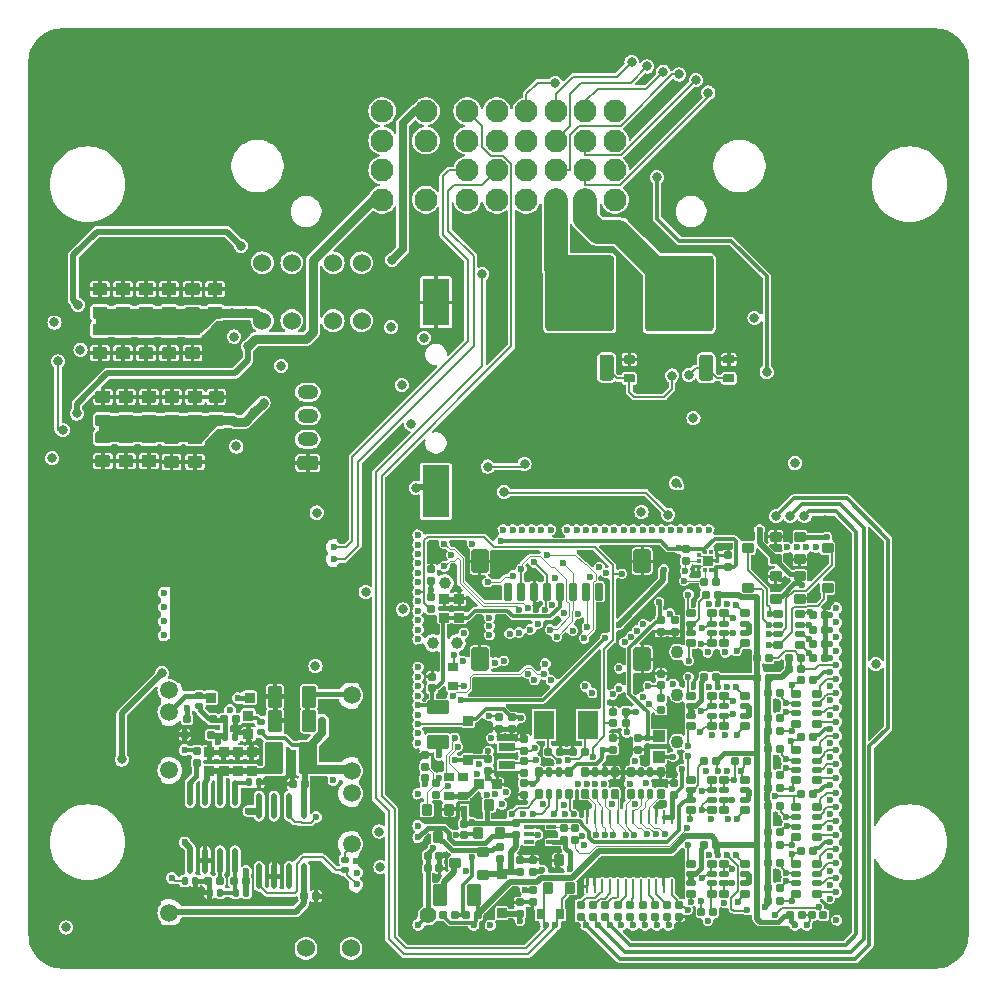
<source format=gbl>
G75*
G70*
%OFA0B0*%
%FSLAX25Y25*%
%IPPOS*%
%LPD*%
%AMOC8*
5,1,8,0,0,1.08239X$1,22.5*
%
%AMM100*
21,1,0.035430,0.030320,-0.000000,0.000000,0.000000*
21,1,0.028350,0.037400,-0.000000,0.000000,0.000000*
1,1,0.007090,0.014170,-0.015160*
1,1,0.007090,-0.014170,-0.015160*
1,1,0.007090,-0.014170,0.015160*
1,1,0.007090,0.014170,0.015160*
%
%AMM103*
21,1,0.027560,0.030710,-0.000000,0.000000,90.000000*
21,1,0.022050,0.036220,-0.000000,0.000000,90.000000*
1,1,0.005510,0.015350,0.011020*
1,1,0.005510,0.015350,-0.011020*
1,1,0.005510,-0.015350,-0.011020*
1,1,0.005510,-0.015350,0.011020*
%
%AMM124*
21,1,0.033470,0.026770,-0.000000,0.000000,180.000000*
21,1,0.026770,0.033470,-0.000000,0.000000,180.000000*
1,1,0.006690,-0.013390,0.013390*
1,1,0.006690,0.013390,0.013390*
1,1,0.006690,0.013390,-0.013390*
1,1,0.006690,-0.013390,-0.013390*
%
%AMM125*
21,1,0.025590,0.026380,-0.000000,0.000000,90.000000*
21,1,0.020470,0.031500,-0.000000,0.000000,90.000000*
1,1,0.005120,0.013190,0.010240*
1,1,0.005120,0.013190,-0.010240*
1,1,0.005120,-0.013190,-0.010240*
1,1,0.005120,-0.013190,0.010240*
%
%AMM126*
21,1,0.017720,0.027950,-0.000000,0.000000,90.000000*
21,1,0.014170,0.031500,-0.000000,0.000000,90.000000*
1,1,0.003540,0.013980,0.007090*
1,1,0.003540,0.013980,-0.007090*
1,1,0.003540,-0.013980,-0.007090*
1,1,0.003540,-0.013980,0.007090*
%
%AMM127*
21,1,0.033470,0.026770,-0.000000,0.000000,90.000000*
21,1,0.026770,0.033470,-0.000000,0.000000,90.000000*
1,1,0.006690,0.013390,0.013390*
1,1,0.006690,0.013390,-0.013390*
1,1,0.006690,-0.013390,-0.013390*
1,1,0.006690,-0.013390,0.013390*
%
%AMM128*
21,1,0.078740,0.045670,-0.000000,0.000000,270.000000*
21,1,0.067320,0.057090,-0.000000,0.000000,270.000000*
1,1,0.011420,-0.022840,-0.033660*
1,1,0.011420,-0.022840,0.033660*
1,1,0.011420,0.022840,0.033660*
1,1,0.011420,0.022840,-0.033660*
%
%AMM129*
21,1,0.059060,0.020470,-0.000000,0.000000,270.000000*
21,1,0.053940,0.025590,-0.000000,0.000000,270.000000*
1,1,0.005120,-0.010240,-0.026970*
1,1,0.005120,-0.010240,0.026970*
1,1,0.005120,0.010240,0.026970*
1,1,0.005120,0.010240,-0.026970*
%
%AMM130*
21,1,0.035430,0.030320,-0.000000,0.000000,270.000000*
21,1,0.028350,0.037400,-0.000000,0.000000,270.000000*
1,1,0.007090,-0.015160,-0.014170*
1,1,0.007090,-0.015160,0.014170*
1,1,0.007090,0.015160,0.014170*
1,1,0.007090,0.015160,-0.014170*
%
%AMM131*
21,1,0.012600,0.028980,-0.000000,0.000000,270.000000*
21,1,0.010080,0.031500,-0.000000,0.000000,270.000000*
1,1,0.002520,-0.014490,-0.005040*
1,1,0.002520,-0.014490,0.005040*
1,1,0.002520,0.014490,0.005040*
1,1,0.002520,0.014490,-0.005040*
%
%AMM132*
21,1,0.070870,0.036220,-0.000000,0.000000,90.000000*
21,1,0.061810,0.045280,-0.000000,0.000000,90.000000*
1,1,0.009060,0.018110,0.030910*
1,1,0.009060,0.018110,-0.030910*
1,1,0.009060,-0.018110,-0.030910*
1,1,0.009060,-0.018110,0.030910*
%
%AMM133*
21,1,0.035830,0.026770,-0.000000,0.000000,90.000000*
21,1,0.029130,0.033470,-0.000000,0.000000,90.000000*
1,1,0.006690,0.013390,0.014570*
1,1,0.006690,0.013390,-0.014570*
1,1,0.006690,-0.013390,-0.014570*
1,1,0.006690,-0.013390,0.014570*
%
%AMM134*
21,1,0.027560,0.049610,-0.000000,0.000000,90.000000*
21,1,0.022050,0.055120,-0.000000,0.000000,90.000000*
1,1,0.005510,0.024800,0.011020*
1,1,0.005510,0.024800,-0.011020*
1,1,0.005510,-0.024800,-0.011020*
1,1,0.005510,-0.024800,0.011020*
%
%AMM135*
21,1,0.070870,0.036220,-0.000000,0.000000,180.000000*
21,1,0.061810,0.045280,-0.000000,0.000000,180.000000*
1,1,0.009060,-0.030910,0.018110*
1,1,0.009060,0.030910,0.018110*
1,1,0.009060,0.030910,-0.018110*
1,1,0.009060,-0.030910,-0.018110*
%
%AMM136*
21,1,0.027560,0.030710,-0.000000,0.000000,180.000000*
21,1,0.022050,0.036220,-0.000000,0.000000,180.000000*
1,1,0.005510,-0.011020,0.015350*
1,1,0.005510,0.011020,0.015350*
1,1,0.005510,0.011020,-0.015350*
1,1,0.005510,-0.011020,-0.015350*
%
%AMM42*
21,1,0.035830,0.026770,0.000000,0.000000,0.000000*
21,1,0.029130,0.033470,0.000000,0.000000,0.000000*
1,1,0.006690,0.014570,-0.013390*
1,1,0.006690,-0.014570,-0.013390*
1,1,0.006690,-0.014570,0.013390*
1,1,0.006690,0.014570,0.013390*
%
%AMM44*
21,1,0.070870,0.036220,0.000000,0.000000,90.000000*
21,1,0.061810,0.045280,0.000000,0.000000,90.000000*
1,1,0.009060,0.018110,0.030910*
1,1,0.009060,0.018110,-0.030910*
1,1,0.009060,-0.018110,-0.030910*
1,1,0.009060,-0.018110,0.030910*
%
%AMM66*
21,1,0.023620,0.018900,0.000000,0.000000,90.000000*
21,1,0.018900,0.023620,0.000000,0.000000,90.000000*
1,1,0.004720,0.009450,0.009450*
1,1,0.004720,0.009450,-0.009450*
1,1,0.004720,-0.009450,-0.009450*
1,1,0.004720,-0.009450,0.009450*
%
%AMM67*
21,1,0.019680,0.019680,0.000000,0.000000,0.000000*
21,1,0.015750,0.023620,0.000000,0.000000,0.000000*
1,1,0.003940,0.007870,-0.009840*
1,1,0.003940,-0.007870,-0.009840*
1,1,0.003940,-0.007870,0.009840*
1,1,0.003940,0.007870,0.009840*
%
%AMM68*
21,1,0.019680,0.019680,0.000000,0.000000,270.000000*
21,1,0.015750,0.023620,0.000000,0.000000,270.000000*
1,1,0.003940,-0.009840,-0.007870*
1,1,0.003940,-0.009840,0.007870*
1,1,0.003940,0.009840,0.007870*
1,1,0.003940,0.009840,-0.007870*
%
%AMM82*
21,1,0.106300,0.050390,0.000000,0.000000,90.000000*
21,1,0.093700,0.062990,0.000000,0.000000,90.000000*
1,1,0.012600,0.025200,0.046850*
1,1,0.012600,0.025200,-0.046850*
1,1,0.012600,-0.025200,-0.046850*
1,1,0.012600,-0.025200,0.046850*
%
%AMM83*
21,1,0.033470,0.026770,0.000000,0.000000,270.000000*
21,1,0.026770,0.033470,0.000000,0.000000,270.000000*
1,1,0.006690,-0.013390,-0.013390*
1,1,0.006690,-0.013390,0.013390*
1,1,0.006690,0.013390,0.013390*
1,1,0.006690,0.013390,-0.013390*
%
%AMM84*
21,1,0.023620,0.018900,0.000000,0.000000,180.000000*
21,1,0.018900,0.023620,0.000000,0.000000,180.000000*
1,1,0.004720,-0.009450,0.009450*
1,1,0.004720,0.009450,0.009450*
1,1,0.004720,0.009450,-0.009450*
1,1,0.004720,-0.009450,-0.009450*
%
%AMM85*
21,1,0.122050,0.075590,0.000000,0.000000,180.000000*
21,1,0.103150,0.094490,0.000000,0.000000,180.000000*
1,1,0.018900,-0.051580,0.037800*
1,1,0.018900,0.051580,0.037800*
1,1,0.018900,0.051580,-0.037800*
1,1,0.018900,-0.051580,-0.037800*
%
%AMM86*
21,1,0.118110,0.083460,0.000000,0.000000,0.000000*
21,1,0.097240,0.104330,0.000000,0.000000,0.000000*
1,1,0.020870,0.048620,-0.041730*
1,1,0.020870,-0.048620,-0.041730*
1,1,0.020870,-0.048620,0.041730*
1,1,0.020870,0.048620,0.041730*
%
%AMM92*
21,1,0.025590,0.026380,-0.000000,0.000000,0.000000*
21,1,0.020470,0.031500,-0.000000,0.000000,0.000000*
1,1,0.005120,0.010240,-0.013190*
1,1,0.005120,-0.010240,-0.013190*
1,1,0.005120,-0.010240,0.013190*
1,1,0.005120,0.010240,0.013190*
%
%AMM93*
21,1,0.017720,0.027950,-0.000000,0.000000,0.000000*
21,1,0.014170,0.031500,-0.000000,0.000000,0.000000*
1,1,0.003540,0.007090,-0.013980*
1,1,0.003540,-0.007090,-0.013980*
1,1,0.003540,-0.007090,0.013980*
1,1,0.003540,0.007090,0.013980*
%
%AMM96*
21,1,0.027560,0.018900,-0.000000,0.000000,180.000000*
21,1,0.022840,0.023620,-0.000000,0.000000,180.000000*
1,1,0.004720,-0.011420,0.009450*
1,1,0.004720,0.011420,0.009450*
1,1,0.004720,0.011420,-0.009450*
1,1,0.004720,-0.011420,-0.009450*
%
%AMM98*
21,1,0.027560,0.018900,-0.000000,0.000000,270.000000*
21,1,0.022840,0.023620,-0.000000,0.000000,270.000000*
1,1,0.004720,-0.009450,-0.011420*
1,1,0.004720,-0.009450,0.011420*
1,1,0.004720,0.009450,0.011420*
1,1,0.004720,0.009450,-0.011420*
%
%ADD10C,0.00787*%
%ADD100C,0.01575*%
%ADD101C,0.01260*%
%ADD102C,0.04331*%
%ADD103C,0.03900*%
%ADD104C,0.05512*%
%ADD12C,0.06000*%
%ADD141R,0.01378X0.01476*%
%ADD142R,0.01968X0.01968*%
%ADD146M42*%
%ADD148R,0.01476X0.01378*%
%ADD151M44*%
%ADD17O,0.06890X0.04724*%
%ADD18C,0.02362*%
%ADD181M66*%
%ADD182M67*%
%ADD183M68*%
%ADD184O,0.00787X0.40158*%
%ADD19R,0.14567X0.00787*%
%ADD20R,0.01575X0.00787*%
%ADD200M82*%
%ADD201M83*%
%ADD202M84*%
%ADD203O,0.01968X0.08661*%
%ADD204M85*%
%ADD205M86*%
%ADD21R,0.06299X0.00787*%
%ADD212M92*%
%ADD213M93*%
%ADD217M96*%
%ADD219M98*%
%ADD22R,0.38189X0.00787*%
%ADD221M100*%
%ADD225M103*%
%ADD23R,0.09055X0.00787*%
%ADD24R,0.00787X0.05512*%
%ADD248M124*%
%ADD249M125*%
%ADD25R,0.00787X0.25197*%
%ADD250M126*%
%ADD251M127*%
%ADD252M128*%
%ADD253M129*%
%ADD254M130*%
%ADD255M131*%
%ADD256O,0.00984X0.04961*%
%ADD257M132*%
%ADD258M133*%
%ADD259R,0.06693X0.09449*%
%ADD26R,0.00787X0.06693*%
%ADD260M134*%
%ADD261R,0.04331X0.03937*%
%ADD262M135*%
%ADD263M136*%
%ADD27R,0.00787X0.12992*%
%ADD28R,0.27559X0.00787*%
%ADD29R,0.12992X0.00787*%
%ADD30R,0.24803X0.00787*%
%ADD31C,0.07677*%
%ADD32R,0.00984X0.24350*%
%ADD33R,0.00984X0.04390*%
%ADD34R,0.56201X0.00984*%
%ADD35R,0.59449X0.00984*%
%ADD36R,0.00984X0.20374*%
%ADD37C,0.07874*%
%ADD38C,0.05906*%
%ADD39O,0.00787X0.12992*%
%ADD40O,0.00787X0.40157*%
%ADD41O,0.00787X0.01181*%
%ADD42O,0.66929X0.00787*%
%ADD43O,0.60630X0.00787*%
%ADD44O,0.00787X0.18898*%
%ADD45O,0.00787X0.10236*%
%ADD46O,0.00787X0.03937*%
%ADD47O,0.00787X0.05906*%
%ADD48C,0.03150*%
%ADD49C,0.01969*%
%ADD50C,0.00591*%
%ADD51C,0.01181*%
%ADD52C,0.02756*%
%ADD57C,0.00984*%
%ADD63R,0.09055X0.17323*%
%ADD64R,0.09055X0.15748*%
%ADD65C,0.01968*%
%ADD99C,0.00492*%
X0000000Y0000000D02*
%LPD*%
G01*
D12*
X0111811Y0236024D03*
X0111811Y0216732D03*
G36*
G01*
X0096358Y0166929D02*
X0091437Y0166929D01*
G75*
G02*
X0090453Y0167913I0000000J0000984D01*
G01*
X0090453Y0170669D01*
G75*
G02*
X0091437Y0171654I0000984J0000000D01*
G01*
X0096358Y0171654D01*
G75*
G02*
X0097343Y0170669I0000000J-000984D01*
G01*
X0097343Y0167913D01*
G75*
G02*
X0096358Y0166929I-000984J0000000D01*
G01*
G37*
D17*
X0093898Y0177165D03*
X0093898Y0185039D03*
X0093898Y0192913D03*
D18*
X0244488Y0146850D03*
X0227559Y0146850D03*
X0224409Y0146850D03*
X0221260Y0146850D03*
X0218110Y0146850D03*
X0214961Y0146850D03*
X0211811Y0146850D03*
X0208661Y0146850D03*
X0205512Y0146850D03*
X0202362Y0146850D03*
X0199213Y0146850D03*
X0196063Y0146850D03*
X0192913Y0146850D03*
X0189764Y0146850D03*
X0186614Y0146850D03*
X0183465Y0146850D03*
X0180315Y0146850D03*
X0174803Y0146850D03*
X0171654Y0146850D03*
X0168504Y0146850D03*
X0165354Y0146850D03*
X0162205Y0146850D03*
X0159055Y0146850D03*
D19*
X0139961Y0014567D03*
D20*
X0151968Y0014567D03*
D19*
X0163976Y0014567D03*
D21*
X0181496Y0014567D03*
D22*
X0235236Y0014567D03*
D23*
X0266732Y0014567D03*
D24*
X0270866Y0021654D03*
D25*
X0129921Y0029921D03*
D26*
X0129921Y0053740D03*
D27*
X0129921Y0067520D03*
D24*
X0129921Y0105906D03*
D25*
X0270866Y0135433D03*
D28*
X0143307Y0147638D03*
D20*
X0177559Y0147638D03*
D29*
X0236024Y0147638D03*
D30*
X0258858Y0147638D03*
D18*
X0130709Y0145276D03*
X0130709Y0142126D03*
X0130709Y0138976D03*
X0130709Y0135827D03*
X0130709Y0132677D03*
X0130709Y0129528D03*
X0130709Y0126378D03*
X0130709Y0123228D03*
X0130709Y0120079D03*
X0130709Y0116929D03*
X0130709Y0113780D03*
X0130709Y0110630D03*
X0130709Y0101181D03*
X0130709Y0098031D03*
X0130709Y0094882D03*
X0130709Y0091732D03*
X0130709Y0088583D03*
X0130709Y0085433D03*
X0130709Y0082283D03*
X0130709Y0079134D03*
X0130709Y0075984D03*
X0130709Y0059055D03*
X0130709Y0048425D03*
X0130709Y0044488D03*
X0130709Y0015354D03*
X0270079Y0120866D03*
X0270079Y0116142D03*
X0270079Y0111417D03*
X0270079Y0106693D03*
X0270079Y0101969D03*
X0270079Y0097244D03*
X0270079Y0092520D03*
X0270079Y0087795D03*
X0270079Y0083071D03*
X0270079Y0078346D03*
X0270079Y0073622D03*
X0270079Y0068898D03*
X0270079Y0064173D03*
X0270079Y0059449D03*
X0270079Y0054724D03*
X0270079Y0050000D03*
X0270079Y0045276D03*
X0270079Y0040551D03*
X0270079Y0035827D03*
X0270079Y0031102D03*
X0270079Y0026378D03*
X0270079Y0016929D03*
X0260236Y0015354D03*
X0256299Y0015354D03*
X0214173Y0015354D03*
X0210236Y0015354D03*
X0206299Y0015354D03*
X0202362Y0015354D03*
X0198425Y0015354D03*
X0194488Y0015354D03*
X0190551Y0015354D03*
X0186614Y0015354D03*
X0176378Y0015354D03*
X0173228Y0015354D03*
X0154724Y0015354D03*
X0149213Y0015354D03*
D31*
X0196260Y0257087D03*
X0196260Y0266929D03*
X0196260Y0276772D03*
X0196260Y0286614D03*
X0186417Y0257087D03*
X0186417Y0266929D03*
X0186417Y0276772D03*
X0186417Y0286614D03*
X0176575Y0257087D03*
X0176575Y0266929D03*
X0176575Y0276772D03*
X0176575Y0286614D03*
X0166732Y0257087D03*
X0166732Y0266929D03*
X0166732Y0276772D03*
X0166732Y0286614D03*
X0156890Y0257087D03*
X0156890Y0266929D03*
X0156890Y0276772D03*
X0156890Y0286614D03*
X0147047Y0257087D03*
X0147047Y0266929D03*
X0147047Y0276772D03*
X0147047Y0286614D03*
X0133268Y0257087D03*
X0133268Y0266929D03*
X0133268Y0276772D03*
X0133268Y0286614D03*
X0118701Y0257087D03*
X0118701Y0266929D03*
X0118701Y0276772D03*
X0118701Y0286614D03*
D12*
X0088583Y0236024D03*
X0088583Y0216732D03*
X0093287Y0007480D03*
X0108287Y0007480D03*
X0078740Y0236024D03*
X0078740Y0216732D03*
X0102362Y0236024D03*
X0102362Y0216732D03*
D18*
X0045915Y0121260D03*
X0045915Y0125984D03*
X0045915Y0116535D03*
X0045915Y0111811D03*
D32*
X0103593Y0122313D03*
D33*
X0103593Y0146132D03*
D34*
X0075984Y0110630D03*
D35*
X0074360Y0147835D03*
D36*
X0045128Y0138140D03*
D18*
X0102707Y0137244D03*
X0102707Y0141181D03*
D38*
X0108563Y0091831D03*
X0108563Y0066634D03*
X0108563Y0059154D03*
X0108563Y0042224D03*
D18*
X0110335Y0032776D03*
X0110335Y0028839D03*
D39*
X0044980Y0076673D03*
D40*
X0044980Y0043209D03*
D41*
X0044980Y0015256D03*
D42*
X0078051Y0015059D03*
D43*
X0081201Y0096161D03*
D38*
X0108563Y0017618D03*
D41*
X0111122Y0095965D03*
D44*
X0111122Y0079429D03*
D45*
X0111122Y0050492D03*
D46*
X0111122Y0036713D03*
D47*
X0111122Y0023720D03*
D38*
X0047539Y0093602D03*
X0047539Y0086319D03*
X0047539Y0066831D03*
X0047539Y0019390D03*
G36*
G01*
X0057579Y0203996D02*
X0053445Y0203996D01*
G75*
G02*
X0053051Y0204390I0000000J0000394D01*
G01*
X0053051Y0207539D01*
G75*
G02*
X0053445Y0207933I0000394J0000000D01*
G01*
X0057579Y0207933D01*
G75*
G02*
X0057973Y0207539I0000000J-000394D01*
G01*
X0057973Y0204390D01*
G75*
G02*
X0057579Y0203996I-000394J0000000D01*
G01*
G37*
G36*
G01*
X0057579Y0211870D02*
X0053445Y0211870D01*
G75*
G02*
X0053051Y0212264I0000000J0000394D01*
G01*
X0053051Y0215413D01*
G75*
G02*
X0053445Y0215807I0000394J0000000D01*
G01*
X0057579Y0215807D01*
G75*
G02*
X0057973Y0215413I0000000J-000394D01*
G01*
X0057973Y0212264D01*
G75*
G02*
X0057579Y0211870I-000394J0000000D01*
G01*
G37*
G36*
G01*
X0042028Y0203937D02*
X0037894Y0203937D01*
G75*
G02*
X0037500Y0204331I0000000J0000394D01*
G01*
X0037500Y0207480D01*
G75*
G02*
X0037894Y0207874I0000394J0000000D01*
G01*
X0042028Y0207874D01*
G75*
G02*
X0042421Y0207480I0000000J-000394D01*
G01*
X0042421Y0204331D01*
G75*
G02*
X0042028Y0203937I-000394J0000000D01*
G01*
G37*
G36*
G01*
X0042028Y0211811D02*
X0037894Y0211811D01*
G75*
G02*
X0037500Y0212205I0000000J0000394D01*
G01*
X0037500Y0215354D01*
G75*
G02*
X0037894Y0215748I0000394J0000000D01*
G01*
X0042028Y0215748D01*
G75*
G02*
X0042421Y0215354I0000000J-000394D01*
G01*
X0042421Y0212205D01*
G75*
G02*
X0042028Y0211811I-000394J0000000D01*
G01*
G37*
G36*
G01*
X0037894Y0229252D02*
X0042028Y0229252D01*
G75*
G02*
X0042421Y0228858I0000000J-000394D01*
G01*
X0042421Y0225709D01*
G75*
G02*
X0042028Y0225315I-000394J0000000D01*
G01*
X0037894Y0225315D01*
G75*
G02*
X0037500Y0225709I0000000J0000394D01*
G01*
X0037500Y0228858D01*
G75*
G02*
X0037894Y0229252I0000394J0000000D01*
G01*
G37*
G36*
G01*
X0037894Y0221378D02*
X0042028Y0221378D01*
G75*
G02*
X0042421Y0220984I0000000J-000394D01*
G01*
X0042421Y0217835D01*
G75*
G02*
X0042028Y0217441I-000394J0000000D01*
G01*
X0037894Y0217441D01*
G75*
G02*
X0037500Y0217835I0000000J0000394D01*
G01*
X0037500Y0220984D01*
G75*
G02*
X0037894Y0221378I0000394J0000000D01*
G01*
G37*
G36*
G01*
X0038878Y0193307D02*
X0043012Y0193307D01*
G75*
G02*
X0043406Y0192913I0000000J-000394D01*
G01*
X0043406Y0189764D01*
G75*
G02*
X0043012Y0189370I-000394J0000000D01*
G01*
X0038878Y0189370D01*
G75*
G02*
X0038484Y0189764I0000000J0000394D01*
G01*
X0038484Y0192913D01*
G75*
G02*
X0038878Y0193307I0000394J0000000D01*
G01*
G37*
G36*
G01*
X0038878Y0185433D02*
X0043012Y0185433D01*
G75*
G02*
X0043406Y0185039I0000000J-000394D01*
G01*
X0043406Y0181890D01*
G75*
G02*
X0043012Y0181496I-000394J0000000D01*
G01*
X0038878Y0181496D01*
G75*
G02*
X0038484Y0181890I0000000J0000394D01*
G01*
X0038484Y0185039D01*
G75*
G02*
X0038878Y0185433I0000394J0000000D01*
G01*
G37*
G36*
G01*
X0043012Y0167992D02*
X0038878Y0167992D01*
G75*
G02*
X0038484Y0168386I0000000J0000394D01*
G01*
X0038484Y0171535D01*
G75*
G02*
X0038878Y0171929I0000394J0000000D01*
G01*
X0043012Y0171929D01*
G75*
G02*
X0043406Y0171535I0000000J-000394D01*
G01*
X0043406Y0168386D01*
G75*
G02*
X0043012Y0167992I-000394J0000000D01*
G01*
G37*
G36*
G01*
X0043012Y0175866D02*
X0038878Y0175866D01*
G75*
G02*
X0038484Y0176260I0000000J0000394D01*
G01*
X0038484Y0179409D01*
G75*
G02*
X0038878Y0179803I0000394J0000000D01*
G01*
X0043012Y0179803D01*
G75*
G02*
X0043406Y0179409I0000000J-000394D01*
G01*
X0043406Y0176260D01*
G75*
G02*
X0043012Y0175866I-000394J0000000D01*
G01*
G37*
G36*
G01*
X0035335Y0167992D02*
X0031201Y0167992D01*
G75*
G02*
X0030807Y0168386I0000000J0000394D01*
G01*
X0030807Y0171535D01*
G75*
G02*
X0031201Y0171929I0000394J0000000D01*
G01*
X0035335Y0171929D01*
G75*
G02*
X0035728Y0171535I0000000J-000394D01*
G01*
X0035728Y0168386D01*
G75*
G02*
X0035335Y0167992I-000394J0000000D01*
G01*
G37*
G36*
G01*
X0035335Y0175866D02*
X0031201Y0175866D01*
G75*
G02*
X0030807Y0176260I0000000J0000394D01*
G01*
X0030807Y0179409D01*
G75*
G02*
X0031201Y0179803I0000394J0000000D01*
G01*
X0035335Y0179803D01*
G75*
G02*
X0035728Y0179409I0000000J-000394D01*
G01*
X0035728Y0176260D01*
G75*
G02*
X0035335Y0175866I-000394J0000000D01*
G01*
G37*
G36*
G01*
X0232717Y0205256D02*
X0235787Y0205256D01*
G75*
G02*
X0236063Y0204980I0000000J-000276D01*
G01*
X0236063Y0202776D01*
G75*
G02*
X0235787Y0202500I-000276J0000000D01*
G01*
X0232717Y0202500D01*
G75*
G02*
X0232441Y0202776I0000000J0000276D01*
G01*
X0232441Y0204980D01*
G75*
G02*
X0232717Y0205256I0000276J0000000D01*
G01*
G37*
G36*
G01*
X0232717Y0198957D02*
X0235787Y0198957D01*
G75*
G02*
X0236063Y0198681I0000000J-000276D01*
G01*
X0236063Y0196476D01*
G75*
G02*
X0235787Y0196201I-000276J0000000D01*
G01*
X0232717Y0196201D01*
G75*
G02*
X0232441Y0196476I0000000J0000276D01*
G01*
X0232441Y0198681D01*
G75*
G02*
X0232717Y0198957I0000276J0000000D01*
G01*
G37*
G36*
G01*
X0026673Y0203937D02*
X0022540Y0203937D01*
G75*
G02*
X0022146Y0204331I0000000J0000394D01*
G01*
X0022146Y0207480D01*
G75*
G02*
X0022540Y0207874I0000394J0000000D01*
G01*
X0026673Y0207874D01*
G75*
G02*
X0027067Y0207480I0000000J-000394D01*
G01*
X0027067Y0204331D01*
G75*
G02*
X0026673Y0203937I-000394J0000000D01*
G01*
G37*
G36*
G01*
X0026673Y0211811D02*
X0022540Y0211811D01*
G75*
G02*
X0022146Y0212205I0000000J0000394D01*
G01*
X0022146Y0215354D01*
G75*
G02*
X0022540Y0215748I0000394J0000000D01*
G01*
X0026673Y0215748D01*
G75*
G02*
X0027067Y0215354I0000000J-000394D01*
G01*
X0027067Y0212205D01*
G75*
G02*
X0026673Y0211811I-000394J0000000D01*
G01*
G37*
G36*
G01*
X0228071Y0196693D02*
X0225315Y0196693D01*
G75*
G02*
X0224331Y0197677I0000000J0000984D01*
G01*
X0224331Y0204370D01*
G75*
G02*
X0225315Y0205354I0000984J0000000D01*
G01*
X0228071Y0205354D01*
G75*
G02*
X0229055Y0204370I0000000J-000984D01*
G01*
X0229055Y0197677D01*
G75*
G02*
X0228071Y0196693I-000984J0000000D01*
G01*
G37*
G36*
G01*
X0216142Y0213228D02*
X0207283Y0213228D01*
G75*
G02*
X0206299Y0214213I0000000J0000984D01*
G01*
X0206299Y0224252D01*
G75*
G02*
X0207283Y0225236I0000984J0000000D01*
G01*
X0216142Y0225236D01*
G75*
G02*
X0217126Y0224252I0000000J-000984D01*
G01*
X0217126Y0214213D01*
G75*
G02*
X0216142Y0213228I-000984J0000000D01*
G01*
G37*
G36*
G01*
X0228150Y0213228D02*
X0219291Y0213228D01*
G75*
G02*
X0218307Y0214213I0000000J0000984D01*
G01*
X0218307Y0224252D01*
G75*
G02*
X0219291Y0225236I0000984J0000000D01*
G01*
X0228150Y0225236D01*
G75*
G02*
X0229134Y0224252I0000000J-000984D01*
G01*
X0229134Y0214213D01*
G75*
G02*
X0228150Y0213228I-000984J0000000D01*
G01*
G37*
G36*
G01*
X0228150Y0213228D02*
X0207283Y0213228D01*
G75*
G02*
X0206299Y0214213I0000000J0000984D01*
G01*
X0206299Y0237441D01*
G75*
G02*
X0207283Y0238425I0000984J0000000D01*
G01*
X0228150Y0238425D01*
G75*
G02*
X0229134Y0237441I0000000J-000984D01*
G01*
X0229134Y0214213D01*
G75*
G02*
X0228150Y0213228I-000984J0000000D01*
G01*
G37*
G36*
G01*
X0216142Y0226417D02*
X0207283Y0226417D01*
G75*
G02*
X0206299Y0227402I0000000J0000984D01*
G01*
X0206299Y0237441D01*
G75*
G02*
X0207283Y0238425I0000984J0000000D01*
G01*
X0216142Y0238425D01*
G75*
G02*
X0217126Y0237441I0000000J-000984D01*
G01*
X0217126Y0227402D01*
G75*
G02*
X0216142Y0226417I-000984J0000000D01*
G01*
G37*
G36*
G01*
X0228150Y0226417D02*
X0219291Y0226417D01*
G75*
G02*
X0218307Y0227402I0000000J0000984D01*
G01*
X0218307Y0237441D01*
G75*
G02*
X0219291Y0238425I0000984J0000000D01*
G01*
X0228150Y0238425D01*
G75*
G02*
X0229134Y0237441I0000000J-000984D01*
G01*
X0229134Y0227402D01*
G75*
G02*
X0228150Y0226417I-000984J0000000D01*
G01*
G37*
G36*
G01*
X0210118Y0196693D02*
X0207362Y0196693D01*
G75*
G02*
X0206378Y0197677I0000000J0000984D01*
G01*
X0206378Y0204370D01*
G75*
G02*
X0207362Y0205354I0000984J0000000D01*
G01*
X0210118Y0205354D01*
G75*
G02*
X0211102Y0204370I0000000J-000984D01*
G01*
X0211102Y0197677D01*
G75*
G02*
X0210118Y0196693I-000984J0000000D01*
G01*
G37*
G36*
G01*
X0049705Y0203937D02*
X0045571Y0203937D01*
G75*
G02*
X0045177Y0204331I0000000J0000394D01*
G01*
X0045177Y0207480D01*
G75*
G02*
X0045571Y0207874I0000394J0000000D01*
G01*
X0049705Y0207874D01*
G75*
G02*
X0050098Y0207480I0000000J-000394D01*
G01*
X0050098Y0204331D01*
G75*
G02*
X0049705Y0203937I-000394J0000000D01*
G01*
G37*
G36*
G01*
X0049705Y0211811D02*
X0045571Y0211811D01*
G75*
G02*
X0045177Y0212205I0000000J0000394D01*
G01*
X0045177Y0215354D01*
G75*
G02*
X0045571Y0215748I0000394J0000000D01*
G01*
X0049705Y0215748D01*
G75*
G02*
X0050098Y0215354I0000000J-000394D01*
G01*
X0050098Y0212205D01*
G75*
G02*
X0049705Y0211811I-000394J0000000D01*
G01*
G37*
G36*
G01*
X0034351Y0203937D02*
X0030217Y0203937D01*
G75*
G02*
X0029823Y0204331I0000000J0000394D01*
G01*
X0029823Y0207480D01*
G75*
G02*
X0030217Y0207874I0000394J0000000D01*
G01*
X0034351Y0207874D01*
G75*
G02*
X0034744Y0207480I0000000J-000394D01*
G01*
X0034744Y0204331D01*
G75*
G02*
X0034351Y0203937I-000394J0000000D01*
G01*
G37*
G36*
G01*
X0034351Y0211811D02*
X0030217Y0211811D01*
G75*
G02*
X0029823Y0212205I0000000J0000394D01*
G01*
X0029823Y0215354D01*
G75*
G02*
X0030217Y0215748I0000394J0000000D01*
G01*
X0034351Y0215748D01*
G75*
G02*
X0034744Y0215354I0000000J-000394D01*
G01*
X0034744Y0212205D01*
G75*
G02*
X0034351Y0211811I-000394J0000000D01*
G01*
G37*
G36*
G01*
X0060926Y0229252D02*
X0065059Y0229252D01*
G75*
G02*
X0065453Y0228858I0000000J-000394D01*
G01*
X0065453Y0225709D01*
G75*
G02*
X0065059Y0225315I-000394J0000000D01*
G01*
X0060926Y0225315D01*
G75*
G02*
X0060532Y0225709I0000000J0000394D01*
G01*
X0060532Y0228858D01*
G75*
G02*
X0060926Y0229252I0000394J0000000D01*
G01*
G37*
G36*
G01*
X0060926Y0221378D02*
X0065059Y0221378D01*
G75*
G02*
X0065453Y0220984I0000000J-000394D01*
G01*
X0065453Y0217835D01*
G75*
G02*
X0065059Y0217441I-000394J0000000D01*
G01*
X0060926Y0217441D01*
G75*
G02*
X0060532Y0217835I0000000J0000394D01*
G01*
X0060532Y0220984D01*
G75*
G02*
X0060926Y0221378I0000394J0000000D01*
G01*
G37*
G36*
G01*
X0023524Y0193307D02*
X0027658Y0193307D01*
G75*
G02*
X0028051Y0192913I0000000J-000394D01*
G01*
X0028051Y0189764D01*
G75*
G02*
X0027658Y0189370I-000394J0000000D01*
G01*
X0023524Y0189370D01*
G75*
G02*
X0023130Y0189764I0000000J0000394D01*
G01*
X0023130Y0192913D01*
G75*
G02*
X0023524Y0193307I0000394J0000000D01*
G01*
G37*
G36*
G01*
X0023524Y0185433D02*
X0027658Y0185433D01*
G75*
G02*
X0028051Y0185039I0000000J-000394D01*
G01*
X0028051Y0181890D01*
G75*
G02*
X0027658Y0181496I-000394J0000000D01*
G01*
X0023524Y0181496D01*
G75*
G02*
X0023130Y0181890I0000000J0000394D01*
G01*
X0023130Y0185039D01*
G75*
G02*
X0023524Y0185433I0000394J0000000D01*
G01*
G37*
G36*
G01*
X0027658Y0167992D02*
X0023524Y0167992D01*
G75*
G02*
X0023130Y0168386I0000000J0000394D01*
G01*
X0023130Y0171535D01*
G75*
G02*
X0023524Y0171929I0000394J0000000D01*
G01*
X0027658Y0171929D01*
G75*
G02*
X0028051Y0171535I0000000J-000394D01*
G01*
X0028051Y0168386D01*
G75*
G02*
X0027658Y0167992I-000394J0000000D01*
G01*
G37*
G36*
G01*
X0027658Y0175866D02*
X0023524Y0175866D01*
G75*
G02*
X0023130Y0176260I0000000J0000394D01*
G01*
X0023130Y0179409D01*
G75*
G02*
X0023524Y0179803I0000394J0000000D01*
G01*
X0027658Y0179803D01*
G75*
G02*
X0028051Y0179409I0000000J-000394D01*
G01*
X0028051Y0176260D01*
G75*
G02*
X0027658Y0175866I-000394J0000000D01*
G01*
G37*
G36*
G01*
X0054232Y0193307D02*
X0058366Y0193307D01*
G75*
G02*
X0058760Y0192913I0000000J-000394D01*
G01*
X0058760Y0189764D01*
G75*
G02*
X0058366Y0189370I-000394J0000000D01*
G01*
X0054232Y0189370D01*
G75*
G02*
X0053838Y0189764I0000000J0000394D01*
G01*
X0053838Y0192913D01*
G75*
G02*
X0054232Y0193307I0000394J0000000D01*
G01*
G37*
G36*
G01*
X0054232Y0185433D02*
X0058366Y0185433D01*
G75*
G02*
X0058760Y0185039I0000000J-000394D01*
G01*
X0058760Y0181890D01*
G75*
G02*
X0058366Y0181496I-000394J0000000D01*
G01*
X0054232Y0181496D01*
G75*
G02*
X0053838Y0181890I0000000J0000394D01*
G01*
X0053838Y0185039D01*
G75*
G02*
X0054232Y0185433I0000394J0000000D01*
G01*
G37*
D63*
X0136614Y0159842D03*
D64*
X0136614Y0222834D03*
G36*
G01*
X0199557Y0205217D02*
X0202628Y0205217D01*
G75*
G02*
X0202904Y0204941I0000000J-000276D01*
G01*
X0202904Y0202736D01*
G75*
G02*
X0202628Y0202461I-000276J0000000D01*
G01*
X0199557Y0202461D01*
G75*
G02*
X0199281Y0202736I0000000J0000276D01*
G01*
X0199281Y0204941D01*
G75*
G02*
X0199557Y0205217I0000276J0000000D01*
G01*
G37*
G36*
G01*
X0199557Y0198917D02*
X0202628Y0198917D01*
G75*
G02*
X0202904Y0198642I0000000J-000276D01*
G01*
X0202904Y0196437D01*
G75*
G02*
X0202628Y0196161I-000276J0000000D01*
G01*
X0199557Y0196161D01*
G75*
G02*
X0199281Y0196437I0000000J0000276D01*
G01*
X0199281Y0198642D01*
G75*
G02*
X0199557Y0198917I0000276J0000000D01*
G01*
G37*
G36*
G01*
X0058366Y0167717D02*
X0054232Y0167717D01*
G75*
G02*
X0053839Y0168110I0000000J0000394D01*
G01*
X0053839Y0171260D01*
G75*
G02*
X0054232Y0171654I0000394J0000000D01*
G01*
X0058366Y0171654D01*
G75*
G02*
X0058760Y0171260I0000000J-000394D01*
G01*
X0058760Y0168110D01*
G75*
G02*
X0058366Y0167717I-000394J0000000D01*
G01*
G37*
G36*
G01*
X0058366Y0175591D02*
X0054232Y0175591D01*
G75*
G02*
X0053839Y0175984I0000000J0000394D01*
G01*
X0053839Y0179134D01*
G75*
G02*
X0054232Y0179528I0000394J0000000D01*
G01*
X0058366Y0179528D01*
G75*
G02*
X0058760Y0179134I0000000J-000394D01*
G01*
X0058760Y0175984D01*
G75*
G02*
X0058366Y0175591I-000394J0000000D01*
G01*
G37*
G36*
G01*
X0061319Y0193307D02*
X0065453Y0193307D01*
G75*
G02*
X0065846Y0192913I0000000J-000394D01*
G01*
X0065846Y0189764D01*
G75*
G02*
X0065453Y0189370I-000394J0000000D01*
G01*
X0061319Y0189370D01*
G75*
G02*
X0060925Y0189764I0000000J0000394D01*
G01*
X0060925Y0192913D01*
G75*
G02*
X0061319Y0193307I0000394J0000000D01*
G01*
G37*
G36*
G01*
X0061319Y0185433D02*
X0065453Y0185433D01*
G75*
G02*
X0065846Y0185039I0000000J-000394D01*
G01*
X0065846Y0181890D01*
G75*
G02*
X0065453Y0181496I-000394J0000000D01*
G01*
X0061319Y0181496D01*
G75*
G02*
X0060925Y0181890I0000000J0000394D01*
G01*
X0060925Y0185039D01*
G75*
G02*
X0061319Y0185433I0000394J0000000D01*
G01*
G37*
G36*
G01*
X0046555Y0193307D02*
X0050689Y0193307D01*
G75*
G02*
X0051083Y0192913I0000000J-000394D01*
G01*
X0051083Y0189764D01*
G75*
G02*
X0050689Y0189370I-000394J0000000D01*
G01*
X0046555Y0189370D01*
G75*
G02*
X0046161Y0189764I0000000J0000394D01*
G01*
X0046161Y0192913D01*
G75*
G02*
X0046555Y0193307I0000394J0000000D01*
G01*
G37*
G36*
G01*
X0046555Y0185433D02*
X0050689Y0185433D01*
G75*
G02*
X0051083Y0185039I0000000J-000394D01*
G01*
X0051083Y0181890D01*
G75*
G02*
X0050689Y0181496I-000394J0000000D01*
G01*
X0046555Y0181496D01*
G75*
G02*
X0046161Y0181890I0000000J0000394D01*
G01*
X0046161Y0185039D01*
G75*
G02*
X0046555Y0185433I0000394J0000000D01*
G01*
G37*
G36*
G01*
X0050492Y0167717D02*
X0046358Y0167717D01*
G75*
G02*
X0045965Y0168110I0000000J0000394D01*
G01*
X0045965Y0171260D01*
G75*
G02*
X0046358Y0171654I0000394J0000000D01*
G01*
X0050492Y0171654D01*
G75*
G02*
X0050886Y0171260I0000000J-000394D01*
G01*
X0050886Y0168110D01*
G75*
G02*
X0050492Y0167717I-000394J0000000D01*
G01*
G37*
G36*
G01*
X0050492Y0175591D02*
X0046358Y0175591D01*
G75*
G02*
X0045965Y0175984I0000000J0000394D01*
G01*
X0045965Y0179134D01*
G75*
G02*
X0046358Y0179528I0000394J0000000D01*
G01*
X0050492Y0179528D01*
G75*
G02*
X0050886Y0179134I0000000J-000394D01*
G01*
X0050886Y0175984D01*
G75*
G02*
X0050492Y0175591I-000394J0000000D01*
G01*
G37*
G36*
G01*
X0194902Y0196752D02*
X0192146Y0196752D01*
G75*
G02*
X0191161Y0197736I0000000J0000984D01*
G01*
X0191161Y0204429D01*
G75*
G02*
X0192146Y0205413I0000984J0000000D01*
G01*
X0194902Y0205413D01*
G75*
G02*
X0195886Y0204429I0000000J-000984D01*
G01*
X0195886Y0197736D01*
G75*
G02*
X0194902Y0196752I-000984J0000000D01*
G01*
G37*
G36*
G01*
X0182972Y0213287D02*
X0174114Y0213287D01*
G75*
G02*
X0173130Y0214272I0000000J0000984D01*
G01*
X0173130Y0224311D01*
G75*
G02*
X0174114Y0225295I0000984J0000000D01*
G01*
X0182972Y0225295D01*
G75*
G02*
X0183957Y0224311I0000000J-000984D01*
G01*
X0183957Y0214272D01*
G75*
G02*
X0182972Y0213287I-000984J0000000D01*
G01*
G37*
G36*
G01*
X0194980Y0213287D02*
X0186122Y0213287D01*
G75*
G02*
X0185138Y0214272I0000000J0000984D01*
G01*
X0185138Y0224311D01*
G75*
G02*
X0186122Y0225295I0000984J0000000D01*
G01*
X0194980Y0225295D01*
G75*
G02*
X0195965Y0224311I0000000J-000984D01*
G01*
X0195965Y0214272D01*
G75*
G02*
X0194980Y0213287I-000984J0000000D01*
G01*
G37*
G36*
G01*
X0194980Y0213287D02*
X0174114Y0213287D01*
G75*
G02*
X0173130Y0214272I0000000J0000984D01*
G01*
X0173130Y0237500D01*
G75*
G02*
X0174114Y0238484I0000984J0000000D01*
G01*
X0194980Y0238484D01*
G75*
G02*
X0195965Y0237500I0000000J-000984D01*
G01*
X0195965Y0214272D01*
G75*
G02*
X0194980Y0213287I-000984J0000000D01*
G01*
G37*
G36*
G01*
X0182972Y0226476D02*
X0174114Y0226476D01*
G75*
G02*
X0173130Y0227461I0000000J0000984D01*
G01*
X0173130Y0237500D01*
G75*
G02*
X0174114Y0238484I0000984J0000000D01*
G01*
X0182972Y0238484D01*
G75*
G02*
X0183957Y0237500I0000000J-000984D01*
G01*
X0183957Y0227461D01*
G75*
G02*
X0182972Y0226476I-000984J0000000D01*
G01*
G37*
G36*
G01*
X0194980Y0226476D02*
X0186122Y0226476D01*
G75*
G02*
X0185138Y0227461I0000000J0000984D01*
G01*
X0185138Y0237500D01*
G75*
G02*
X0186122Y0238484I0000984J0000000D01*
G01*
X0194980Y0238484D01*
G75*
G02*
X0195965Y0237500I0000000J-000984D01*
G01*
X0195965Y0227461D01*
G75*
G02*
X0194980Y0226476I-000984J0000000D01*
G01*
G37*
G36*
G01*
X0176949Y0196752D02*
X0174193Y0196752D01*
G75*
G02*
X0173209Y0197736I0000000J0000984D01*
G01*
X0173209Y0204429D01*
G75*
G02*
X0174193Y0205413I0000984J0000000D01*
G01*
X0176949Y0205413D01*
G75*
G02*
X0177933Y0204429I0000000J-000984D01*
G01*
X0177933Y0197736D01*
G75*
G02*
X0176949Y0196752I-000984J0000000D01*
G01*
G37*
G36*
G01*
X0022540Y0229252D02*
X0026673Y0229252D01*
G75*
G02*
X0027067Y0228858I0000000J-000394D01*
G01*
X0027067Y0225709D01*
G75*
G02*
X0026673Y0225315I-000394J0000000D01*
G01*
X0022540Y0225315D01*
G75*
G02*
X0022146Y0225709I0000000J0000394D01*
G01*
X0022146Y0228858D01*
G75*
G02*
X0022540Y0229252I0000394J0000000D01*
G01*
G37*
G36*
G01*
X0022540Y0221378D02*
X0026673Y0221378D01*
G75*
G02*
X0027067Y0220984I0000000J-000394D01*
G01*
X0027067Y0217835D01*
G75*
G02*
X0026673Y0217441I-000394J0000000D01*
G01*
X0022540Y0217441D01*
G75*
G02*
X0022146Y0217835I0000000J0000394D01*
G01*
X0022146Y0220984D01*
G75*
G02*
X0022540Y0221378I0000394J0000000D01*
G01*
G37*
G36*
G01*
X0045571Y0229252D02*
X0049705Y0229252D01*
G75*
G02*
X0050098Y0228858I0000000J-000394D01*
G01*
X0050098Y0225709D01*
G75*
G02*
X0049705Y0225315I-000394J0000000D01*
G01*
X0045571Y0225315D01*
G75*
G02*
X0045177Y0225709I0000000J0000394D01*
G01*
X0045177Y0228858D01*
G75*
G02*
X0045571Y0229252I0000394J0000000D01*
G01*
G37*
G36*
G01*
X0045571Y0221378D02*
X0049705Y0221378D01*
G75*
G02*
X0050098Y0220984I0000000J-000394D01*
G01*
X0050098Y0217835D01*
G75*
G02*
X0049705Y0217441I-000394J0000000D01*
G01*
X0045571Y0217441D01*
G75*
G02*
X0045177Y0217835I0000000J0000394D01*
G01*
X0045177Y0220984D01*
G75*
G02*
X0045571Y0221378I0000394J0000000D01*
G01*
G37*
G36*
G01*
X0030217Y0229252D02*
X0034351Y0229252D01*
G75*
G02*
X0034744Y0228858I0000000J-000394D01*
G01*
X0034744Y0225709D01*
G75*
G02*
X0034351Y0225315I-000394J0000000D01*
G01*
X0030217Y0225315D01*
G75*
G02*
X0029823Y0225709I0000000J0000394D01*
G01*
X0029823Y0228858D01*
G75*
G02*
X0030217Y0229252I0000394J0000000D01*
G01*
G37*
G36*
G01*
X0030217Y0221378D02*
X0034351Y0221378D01*
G75*
G02*
X0034744Y0220984I0000000J-000394D01*
G01*
X0034744Y0217835D01*
G75*
G02*
X0034351Y0217441I-000394J0000000D01*
G01*
X0030217Y0217441D01*
G75*
G02*
X0029823Y0217835I0000000J0000394D01*
G01*
X0029823Y0220984D01*
G75*
G02*
X0030217Y0221378I0000394J0000000D01*
G01*
G37*
G36*
G01*
X0053445Y0229193D02*
X0057579Y0229193D01*
G75*
G02*
X0057973Y0228799I0000000J-000394D01*
G01*
X0057973Y0225650D01*
G75*
G02*
X0057579Y0225256I-000394J0000000D01*
G01*
X0053445Y0225256D01*
G75*
G02*
X0053051Y0225650I0000000J0000394D01*
G01*
X0053051Y0228799D01*
G75*
G02*
X0053445Y0229193I0000394J0000000D01*
G01*
G37*
G36*
G01*
X0053445Y0221319D02*
X0057579Y0221319D01*
G75*
G02*
X0057973Y0220925I0000000J-000394D01*
G01*
X0057973Y0217776D01*
G75*
G02*
X0057579Y0217382I-000394J0000000D01*
G01*
X0053445Y0217382D01*
G75*
G02*
X0053051Y0217776I0000000J0000394D01*
G01*
X0053051Y0220925D01*
G75*
G02*
X0053445Y0221319I0000394J0000000D01*
G01*
G37*
G36*
G01*
X0031201Y0193307D02*
X0035335Y0193307D01*
G75*
G02*
X0035728Y0192913I0000000J-000394D01*
G01*
X0035728Y0189764D01*
G75*
G02*
X0035335Y0189370I-000394J0000000D01*
G01*
X0031201Y0189370D01*
G75*
G02*
X0030807Y0189764I0000000J0000394D01*
G01*
X0030807Y0192913D01*
G75*
G02*
X0031201Y0193307I0000394J0000000D01*
G01*
G37*
G36*
G01*
X0031201Y0185433D02*
X0035335Y0185433D01*
G75*
G02*
X0035728Y0185039I0000000J-000394D01*
G01*
X0035728Y0181890D01*
G75*
G02*
X0035335Y0181496I-000394J0000000D01*
G01*
X0031201Y0181496D01*
G75*
G02*
X0030807Y0181890I0000000J0000394D01*
G01*
X0030807Y0185039D01*
G75*
G02*
X0031201Y0185433I0000394J0000000D01*
G01*
G37*
D48*
X0129921Y0161024D03*
X0096457Y0101575D03*
X0151181Y0164173D03*
X0168504Y0223622D03*
X0182283Y0209449D03*
X0093701Y0245276D03*
X0127165Y0071654D03*
X0102756Y0257480D03*
X0207480Y0210236D03*
X0211811Y0210236D03*
X0051969Y0241732D03*
X0125984Y0105906D03*
X0042126Y0078740D03*
X0216142Y0210236D03*
X0103937Y0275984D03*
X0234252Y0227559D03*
X0042913Y0241339D03*
X0070866Y0167717D03*
X0056693Y0237008D03*
X0282677Y0111024D03*
X0107480Y0257480D03*
X0103150Y0261811D03*
X0063386Y0011811D03*
X0144094Y0180315D03*
X0040157Y0161811D03*
X0183071Y0011811D03*
X0162598Y0011811D03*
X0176772Y0175984D03*
X0194882Y0209449D03*
X0137795Y0296457D03*
X0055512Y0098819D03*
X0063386Y0195669D03*
X0042520Y0029528D03*
X0300000Y0099606D03*
X0190551Y0209449D03*
X0140157Y0281496D03*
X0273228Y0136220D03*
X0072441Y0099213D03*
X0056693Y0250787D03*
X0173622Y0209449D03*
X0073228Y0250787D03*
X0127165Y0053150D03*
X0273228Y0142913D03*
X0226378Y0274409D03*
X0113780Y0080315D03*
X0300000Y0105118D03*
X0146063Y0168504D03*
X0051969Y0237008D03*
X0007087Y0180709D03*
X0204724Y0273622D03*
X0269685Y0229921D03*
X0300000Y0127559D03*
X0201181Y0211024D03*
X0250394Y0011811D03*
X0235827Y0011811D03*
X0056693Y0241732D03*
X0128740Y0296457D03*
X0077559Y0177953D03*
X0127165Y0063386D03*
X0133465Y0296457D03*
X0125591Y0093701D03*
X0152362Y0150394D03*
X0057087Y0011811D03*
X0045669Y0161811D03*
X0016929Y0198819D03*
X0250787Y0252362D03*
X0186220Y0170866D03*
X0114173Y0052362D03*
X0042126Y0043307D03*
X0300000Y0116535D03*
X0176772Y0169685D03*
X0201181Y0228346D03*
X0003937Y0247638D03*
X0090945Y0099213D03*
X0201181Y0219685D03*
X0022835Y0237008D03*
X0239370Y0150394D03*
X0010236Y0235433D03*
X0201181Y0224016D03*
X0186220Y0209449D03*
X0282677Y0087008D03*
X0039764Y0061024D03*
X0088189Y0245276D03*
X0300000Y0122047D03*
X0227953Y0011811D03*
X0025984Y0151969D03*
X0081102Y0099213D03*
X0251969Y0163386D03*
X0232677Y0150394D03*
X0116142Y0248425D03*
X0048819Y0195669D03*
X0098425Y0262205D03*
X0107874Y0262205D03*
X0064567Y0264567D03*
X0040945Y0195669D03*
X0082283Y0245276D03*
X0061024Y0237008D03*
X0022441Y0154724D03*
X0234252Y0231890D03*
X0019291Y0157480D03*
X0064961Y0237008D03*
X0133071Y0244488D03*
X0011024Y0166142D03*
X0176772Y0182677D03*
X0242913Y0011811D03*
X0074803Y0011811D03*
X0038976Y0241339D03*
X0234252Y0223228D03*
X0126378Y0028740D03*
X0245669Y0257874D03*
X0201181Y0232677D03*
X0098819Y0257874D03*
X0155906Y0226378D03*
X0103937Y0271654D03*
X0033071Y0195669D03*
X0038583Y0237008D03*
X0220079Y0210236D03*
X0186220Y0178740D03*
X0175197Y0151969D03*
X0051181Y0161811D03*
X0112598Y0244882D03*
X0050787Y0250787D03*
X0051575Y0011811D03*
X0300000Y0110630D03*
X0057087Y0161811D03*
X0064961Y0099213D03*
X0138976Y0011811D03*
X0266929Y0011811D03*
X0016535Y0160236D03*
X0204331Y0263386D03*
X0142126Y0296457D03*
X0260630Y0240551D03*
X0166142Y0200394D03*
X0047638Y0241732D03*
X0060236Y0260630D03*
X0042913Y0237008D03*
X0266142Y0150394D03*
X0116535Y0196850D03*
X0103937Y0151181D03*
X0007480Y0007087D03*
X0110236Y0271260D03*
X0061417Y0241339D03*
X0069291Y0011811D03*
X0234252Y0218898D03*
X0126772Y0036614D03*
X0047638Y0237008D03*
X0273228Y0128740D03*
X0065354Y0241732D03*
X0081890Y0011811D03*
X0155906Y0220079D03*
X0211417Y0170472D03*
X0147244Y0248425D03*
X0062205Y0250787D03*
X0219291Y0011811D03*
X0229134Y0249213D03*
X0118504Y0296457D03*
X0034646Y0236614D03*
X0018110Y0180315D03*
X0256299Y0245276D03*
X0107480Y0206693D03*
X0133071Y0248819D03*
X0055906Y0256299D03*
X0146850Y0150394D03*
X0013780Y0162992D03*
X0126772Y0022047D03*
X0147638Y0296457D03*
X0067717Y0250787D03*
X0110236Y0275984D03*
X0211417Y0179134D03*
X0172047Y0164567D03*
X0168504Y0219291D03*
X0124016Y0296457D03*
X0177953Y0209449D03*
X0246850Y0199606D03*
X0210236Y0264567D03*
X0017323Y0222047D03*
X0071654Y0241732D03*
X0074016Y0208268D03*
X0016929Y0185827D03*
X0205118Y0152953D03*
X0216535Y0162598D03*
X0125591Y0120472D03*
X0121654Y0214567D03*
X0132677Y0211024D03*
X0242776Y0217717D03*
X0122047Y0237008D03*
X0250000Y0151575D03*
X0254724Y0151575D03*
X0259449Y0151575D03*
X0283268Y0102264D03*
X0009449Y0216142D03*
X0070079Y0174803D03*
X0008661Y0170866D03*
X0256299Y0169291D03*
X0069291Y0211417D03*
X0013306Y0014487D03*
X0010630Y0203150D03*
X0096850Y0152756D03*
X0012205Y0180315D03*
X0018110Y0207087D03*
X0085061Y0201672D03*
X0159290Y0159684D03*
X0214008Y0152094D03*
X0227400Y0292754D03*
X0223232Y0296923D03*
X0212342Y0299744D03*
X0217717Y0298819D03*
X0206989Y0301478D03*
X0201833Y0303015D03*
X0176378Y0296063D03*
X0045276Y0099213D03*
X0031890Y0070472D03*
X0125197Y0195327D03*
X0113189Y0126378D03*
X0128346Y0182283D03*
X0151969Y0232283D03*
X0222441Y0184252D03*
X0153937Y0168110D03*
X0166142Y0168898D03*
X0117717Y0046457D03*
X0118110Y0034646D03*
X0215354Y0198425D03*
X0220866Y0198720D03*
X0073228Y0219291D03*
X0068504Y0219291D03*
X0069291Y0183071D03*
X0079134Y0189370D03*
X0075984Y0186220D03*
X0072835Y0183071D03*
D49*
X0136614Y0161418D02*
X0130315Y0161418D01*
X0130315Y0161418D02*
X0129921Y0161024D01*
D50*
X0175197Y0151969D02*
X0175197Y0150000D01*
X0175197Y0150000D02*
X0177559Y0147638D01*
D51*
X0217717Y0243307D02*
X0235039Y0243307D01*
X0235039Y0243307D02*
X0246850Y0231496D01*
X0246850Y0231496D02*
X0246850Y0199606D01*
X0210236Y0250787D02*
X0217717Y0243307D01*
X0210236Y0264567D02*
X0210236Y0250787D01*
D49*
X0015748Y0223622D02*
X0017323Y0222047D01*
X0071654Y0241732D02*
X0066929Y0246457D01*
X0023622Y0246457D02*
X0015748Y0238583D01*
X0015748Y0238583D02*
X0015748Y0223622D01*
X0066929Y0246457D02*
X0023622Y0246457D01*
D48*
X0095669Y0212992D02*
X0095669Y0237008D01*
D49*
X0016929Y0189114D02*
X0027028Y0199213D01*
X0016929Y0185827D02*
X0016929Y0189114D01*
X0069685Y0199213D02*
X0074016Y0203543D01*
D48*
X0074016Y0208268D02*
X0076378Y0210630D01*
X0115748Y0257087D02*
X0118701Y0257087D01*
X0076378Y0210630D02*
X0093307Y0210630D01*
D49*
X0027028Y0199213D02*
X0069685Y0199213D01*
X0074016Y0203543D02*
X0074016Y0208268D01*
D48*
X0093307Y0210630D02*
X0095669Y0212992D01*
X0095669Y0237008D02*
X0115748Y0257087D01*
D51*
X0218071Y0161604D02*
X0217815Y0161860D01*
D52*
X0122047Y0237008D02*
X0125591Y0240551D01*
X0125591Y0282677D02*
X0129528Y0286614D01*
X0125591Y0240551D02*
X0125591Y0282677D01*
X0129528Y0286614D02*
X0133268Y0286614D01*
D51*
X0281102Y0008661D02*
X0276378Y0003937D01*
X0287402Y0143701D02*
X0287402Y0081102D01*
X0276378Y0003937D02*
X0198031Y0003937D01*
X0250000Y0151575D02*
X0255906Y0157480D01*
X0255906Y0157480D02*
X0273622Y0157480D01*
X0273622Y0157480D02*
X0287402Y0143701D01*
X0287402Y0081102D02*
X0281102Y0074803D01*
X0281102Y0074803D02*
X0281102Y0008661D01*
X0198031Y0003937D02*
X0186614Y0015354D01*
X0258661Y0155512D02*
X0254724Y0151575D01*
X0190551Y0015354D02*
X0199606Y0006299D01*
X0271346Y0155512D02*
X0258661Y0155512D01*
X0274803Y0006299D02*
X0279134Y0010630D01*
X0279134Y0010630D02*
X0279134Y0147724D01*
X0279134Y0147724D02*
X0271346Y0155512D01*
X0199606Y0006299D02*
X0274803Y0006299D01*
X0273228Y0008661D02*
X0276772Y0012205D01*
X0270079Y0153150D02*
X0261024Y0153150D01*
X0276772Y0012205D02*
X0276772Y0146457D01*
X0201181Y0008661D02*
X0273228Y0008661D01*
X0261024Y0153150D02*
X0259449Y0151575D01*
X0194488Y0015354D02*
X0201181Y0008661D01*
X0276772Y0146457D02*
X0270079Y0153150D01*
D10*
X0010630Y0203150D02*
X0010630Y0180315D01*
X0010630Y0180315D02*
X0012205Y0180315D01*
X0159525Y0159449D02*
X0159290Y0159684D01*
X0214008Y0152094D02*
X0206653Y0159449D01*
X0206653Y0159449D02*
X0159525Y0159449D01*
D37*
X0186417Y0250591D02*
X0186417Y0256988D01*
X0190551Y0246457D02*
X0186417Y0250591D01*
X0197677Y0246457D02*
X0190551Y0246457D01*
X0211713Y0232421D02*
X0197677Y0246457D01*
D10*
X0198061Y0261909D02*
X0186417Y0261909D01*
X0186417Y0261909D02*
X0186417Y0266929D01*
X0227400Y0292754D02*
X0227400Y0291249D01*
X0227400Y0291249D02*
X0198061Y0261909D01*
X0186417Y0271949D02*
X0186417Y0276772D01*
X0223232Y0296923D02*
X0198258Y0271949D01*
X0198258Y0271949D02*
X0186417Y0271949D01*
X0206693Y0294094D02*
X0190551Y0294094D01*
X0186417Y0289961D02*
X0186417Y0286614D01*
X0212342Y0299744D02*
X0206693Y0294094D01*
X0190551Y0294094D02*
X0186417Y0289961D01*
D37*
X0176575Y0234449D02*
X0176575Y0257087D01*
X0178543Y0232480D02*
X0176575Y0234449D01*
D10*
X0215285Y0298819D02*
X0198258Y0281791D01*
X0181398Y0266929D02*
X0176575Y0266929D01*
X0181398Y0278769D02*
X0181398Y0266929D01*
X0198258Y0281791D02*
X0184420Y0281791D01*
X0184420Y0281791D02*
X0181398Y0278769D01*
X0217717Y0298819D02*
X0215285Y0298819D01*
X0206989Y0301478D02*
X0201575Y0296063D01*
X0181398Y0281594D02*
X0176575Y0276772D01*
X0181398Y0292421D02*
X0181398Y0281594D01*
X0185039Y0296063D02*
X0181398Y0292421D01*
X0201575Y0296063D02*
X0185039Y0296063D01*
X0201833Y0303015D02*
X0196850Y0298031D01*
X0196850Y0298031D02*
X0182283Y0298031D01*
X0176575Y0292323D02*
X0176575Y0286614D01*
X0182283Y0298031D02*
X0176575Y0292323D01*
X0170472Y0296063D02*
X0166732Y0292323D01*
X0166732Y0292323D02*
X0166732Y0286614D01*
X0176378Y0296063D02*
X0170472Y0296063D01*
X0108661Y0143307D02*
X0106535Y0141181D01*
X0147244Y0209843D02*
X0108661Y0171260D01*
X0147047Y0266929D02*
X0140945Y0266929D01*
X0138976Y0264961D02*
X0138976Y0245276D01*
X0140945Y0266929D02*
X0138976Y0264961D01*
X0106535Y0141181D02*
X0102707Y0141181D01*
X0147244Y0237008D02*
X0147244Y0209843D01*
X0108661Y0171260D02*
X0108661Y0143307D01*
X0138976Y0245276D02*
X0147244Y0237008D01*
D49*
X0031890Y0070472D02*
X0031890Y0085827D01*
X0031890Y0085827D02*
X0045276Y0099213D01*
D10*
X0142618Y0261909D02*
X0140630Y0259921D01*
X0140630Y0246772D02*
X0149213Y0238189D01*
X0110630Y0141732D02*
X0106142Y0137244D01*
X0151870Y0261909D02*
X0142618Y0261909D01*
X0140630Y0259921D02*
X0140630Y0246772D01*
X0156890Y0266929D02*
X0151870Y0261909D01*
X0106142Y0137244D02*
X0102707Y0137244D01*
X0149213Y0238189D02*
X0149213Y0208268D01*
X0110630Y0169685D02*
X0110630Y0141732D01*
X0149213Y0208268D02*
X0110630Y0169685D01*
X0116535Y0057480D02*
X0120866Y0053150D01*
X0125984Y0005512D02*
X0167323Y0005512D01*
X0176378Y0014567D02*
X0176378Y0015354D01*
X0116535Y0166142D02*
X0116535Y0057480D01*
X0151969Y0201575D02*
X0116535Y0166142D01*
X0120866Y0053150D02*
X0120866Y0010630D01*
X0167323Y0005512D02*
X0176378Y0014567D01*
X0151969Y0232283D02*
X0151969Y0201575D01*
X0120866Y0010630D02*
X0125984Y0005512D01*
X0161713Y0268927D02*
X0161713Y0208169D01*
X0126772Y0007480D02*
X0166535Y0007480D01*
X0166535Y0007480D02*
X0173228Y0014173D01*
X0122835Y0053937D02*
X0122835Y0011417D01*
X0173228Y0014173D02*
X0173228Y0015354D01*
X0161713Y0208169D02*
X0118504Y0164961D01*
X0158887Y0271752D02*
X0161713Y0268927D01*
X0154892Y0271752D02*
X0158887Y0271752D01*
X0118504Y0058268D02*
X0122835Y0053937D01*
X0151870Y0274774D02*
X0154892Y0271752D01*
X0122835Y0011417D02*
X0126772Y0007480D01*
X0151870Y0281791D02*
X0151870Y0274774D01*
X0147047Y0286614D02*
X0151870Y0281791D01*
X0118504Y0164961D02*
X0118504Y0058268D01*
X0165354Y0168110D02*
X0166142Y0168898D01*
X0153937Y0168110D02*
X0165354Y0168110D01*
D50*
X0202756Y0191339D02*
X0201093Y0193002D01*
X0201093Y0197539D02*
X0197067Y0197539D01*
X0197067Y0197539D02*
X0193524Y0201083D01*
X0215354Y0194094D02*
X0212598Y0191339D01*
X0201093Y0193002D02*
X0201093Y0197539D01*
X0212598Y0191339D02*
X0202756Y0191339D01*
X0215354Y0198425D02*
X0215354Y0194094D01*
X0223169Y0201024D02*
X0226693Y0201024D01*
X0226693Y0201024D02*
X0230138Y0197579D01*
X0230138Y0197579D02*
X0234252Y0197579D01*
X0220866Y0198720D02*
X0223169Y0201024D01*
D48*
X0024606Y0216535D02*
X0024606Y0213780D01*
X0047638Y0213780D02*
X0047638Y0219409D01*
X0055512Y0213839D02*
X0057422Y0213839D01*
X0024606Y0213780D02*
X0055453Y0213780D01*
X0078740Y0216732D02*
X0078740Y0216929D01*
X0024606Y0216535D02*
X0055512Y0216535D01*
X0055512Y0213839D02*
X0055512Y0216535D01*
X0059055Y0216535D02*
X0059587Y0216004D01*
X0055512Y0216535D02*
X0055512Y0219350D01*
X0055453Y0213780D02*
X0055512Y0213839D01*
X0032284Y0213780D02*
X0032284Y0219409D01*
X0057422Y0213839D02*
X0059587Y0216004D01*
X0062992Y0219409D02*
X0024606Y0219409D01*
X0055512Y0216535D02*
X0059055Y0216535D01*
X0024606Y0219409D02*
X0024606Y0216535D01*
X0039961Y0213780D02*
X0039961Y0219409D01*
X0078740Y0216929D02*
X0076260Y0219409D01*
X0059587Y0216004D02*
X0062992Y0219409D01*
X0076260Y0219409D02*
X0062992Y0219409D01*
X0056299Y0180315D02*
X0059449Y0183465D01*
X0033268Y0177835D02*
X0033268Y0183465D01*
X0025591Y0177835D02*
X0056024Y0177835D01*
X0075984Y0186220D02*
X0072835Y0183071D01*
X0069291Y0183071D02*
X0068898Y0183465D01*
X0056024Y0177835D02*
X0056299Y0177559D01*
X0056299Y0177559D02*
X0057480Y0177559D01*
X0075984Y0186220D02*
X0079134Y0189370D01*
X0059449Y0183465D02*
X0063386Y0183465D01*
X0057480Y0177559D02*
X0063386Y0183465D01*
X0056299Y0183464D02*
X0056299Y0183465D01*
X0048425Y0183268D02*
X0048622Y0183465D01*
X0040945Y0177835D02*
X0040945Y0183465D01*
X0025591Y0180709D02*
X0055906Y0180709D01*
X0069291Y0183071D02*
X0072835Y0183071D01*
X0048425Y0177559D02*
X0048425Y0183268D01*
X0025591Y0183465D02*
X0025591Y0180709D01*
X0056299Y0177559D02*
X0056299Y0180315D01*
X0055906Y0180709D02*
X0056299Y0180315D01*
X0056299Y0180315D02*
X0056299Y0183464D01*
X0025591Y0180709D02*
X0025591Y0177835D01*
X0068898Y0183465D02*
X0025591Y0183465D01*
G36*
X0285762Y0101188D02*
G01*
X0285953Y0101042D01*
X0286022Y0100821D01*
X0286022Y0081835D01*
X0285947Y0081606D01*
X0285907Y0081560D01*
X0281179Y0076831D01*
X0280965Y0076722D01*
X0280727Y0076760D01*
X0280556Y0076930D01*
X0280514Y0077107D01*
X0280514Y0100821D01*
X0280588Y0101050D01*
X0280783Y0101192D01*
X0281024Y0101192D01*
X0281213Y0101058D01*
X0281582Y0100578D01*
X0282075Y0100199D01*
X0282075Y0100199D01*
X0282075Y0100199D01*
X0282651Y0099960D01*
X0282651Y0099960D01*
X0283113Y0099900D01*
X0283268Y0099879D01*
X0283268Y0099879D01*
X0283268Y0099879D01*
X0283391Y0099895D01*
X0283885Y0099960D01*
X0284460Y0100199D01*
X0284954Y0100578D01*
X0285323Y0101058D01*
X0285521Y0101195D01*
X0285762Y0101188D01*
G37*
G36*
X0281179Y0147972D02*
G01*
X0285907Y0143243D01*
X0286017Y0143029D01*
X0286022Y0142968D01*
X0286022Y0103707D01*
X0285947Y0103477D01*
X0285752Y0103336D01*
X0285511Y0103336D01*
X0285323Y0103469D01*
X0284954Y0103950D01*
X0284954Y0103950D01*
X0284954Y0103950D01*
X0284954Y0103950D01*
X0284954Y0103950D01*
X0284460Y0104329D01*
X0283885Y0104567D01*
X0283885Y0104567D01*
X0283268Y0104648D01*
X0283268Y0104648D01*
X0282651Y0104567D01*
X0282651Y0104567D01*
X0282075Y0104329D01*
X0282075Y0104329D01*
X0281582Y0103950D01*
X0281582Y0103950D01*
X0281213Y0103469D01*
X0281014Y0103333D01*
X0280773Y0103339D01*
X0280582Y0103486D01*
X0280514Y0103707D01*
X0280514Y0147696D01*
X0280588Y0147925D01*
X0280783Y0148067D01*
X0281024Y0148067D01*
X0281179Y0147972D01*
G37*
G36*
X0152186Y0256371D02*
G01*
X0152334Y0256182D01*
X0152343Y0256154D01*
X0152556Y0255408D01*
X0152938Y0254640D01*
X0153455Y0253955D01*
X0154089Y0253378D01*
X0154818Y0252926D01*
X0155618Y0252616D01*
X0156461Y0252459D01*
X0157319Y0252459D01*
X0158162Y0252616D01*
X0158961Y0252926D01*
X0159691Y0253378D01*
X0159691Y0253378D01*
X0159691Y0253378D01*
X0159691Y0253378D01*
X0159877Y0253548D01*
X0160097Y0253647D01*
X0160333Y0253598D01*
X0160495Y0253420D01*
X0160530Y0253260D01*
X0160530Y0208821D01*
X0160455Y0208592D01*
X0160415Y0208545D01*
X0153817Y0201947D01*
X0153602Y0201837D01*
X0153364Y0201875D01*
X0153194Y0202045D01*
X0153152Y0202222D01*
X0153152Y0230019D01*
X0153226Y0230248D01*
X0153304Y0230328D01*
X0153541Y0230510D01*
X0153655Y0230597D01*
X0154034Y0231091D01*
X0154272Y0231666D01*
X0154353Y0232283D01*
X0154345Y0232343D01*
X0154333Y0232438D01*
X0154272Y0232901D01*
X0154034Y0233476D01*
X0154034Y0233476D01*
X0153655Y0233970D01*
X0153655Y0233970D01*
X0153655Y0233970D01*
X0153655Y0233970D01*
X0153655Y0233970D01*
X0153161Y0234349D01*
X0152586Y0234587D01*
X0152586Y0234587D01*
X0151969Y0234668D01*
X0151968Y0234668D01*
X0151351Y0234587D01*
X0151351Y0234587D01*
X0150935Y0234414D01*
X0150694Y0234395D01*
X0150489Y0234521D01*
X0150397Y0234744D01*
X0150396Y0234774D01*
X0150396Y0238345D01*
X0150396Y0238345D01*
X0150315Y0238646D01*
X0150315Y0238646D01*
X0150159Y0238915D01*
X0149939Y0239136D01*
X0149939Y0239136D01*
X0141927Y0247148D01*
X0141818Y0247362D01*
X0141813Y0247423D01*
X0141813Y0255778D01*
X0141887Y0256007D01*
X0142082Y0256149D01*
X0142323Y0256149D01*
X0142518Y0256007D01*
X0142578Y0255885D01*
X0142713Y0255408D01*
X0143096Y0254640D01*
X0143612Y0253955D01*
X0144246Y0253378D01*
X0144976Y0252926D01*
X0145775Y0252616D01*
X0146618Y0252459D01*
X0147476Y0252459D01*
X0148319Y0252616D01*
X0149119Y0252926D01*
X0149848Y0253378D01*
X0150482Y0253955D01*
X0150999Y0254640D01*
X0151381Y0255408D01*
X0151594Y0256154D01*
X0151728Y0256354D01*
X0151954Y0256437D01*
X0152186Y0256371D01*
G37*
G36*
X0303161Y0314171D02*
G01*
X0304362Y0314103D01*
X0304405Y0314098D01*
X0305581Y0313899D01*
X0305623Y0313889D01*
X0306769Y0313559D01*
X0306810Y0313544D01*
X0307912Y0313088D01*
X0307951Y0313069D01*
X0308994Y0312492D01*
X0309031Y0312469D01*
X0310004Y0311779D01*
X0310038Y0311752D01*
X0310927Y0310958D01*
X0310958Y0310927D01*
X0311752Y0310038D01*
X0311779Y0310004D01*
X0312469Y0309031D01*
X0312492Y0308994D01*
X0313069Y0307951D01*
X0313088Y0307912D01*
X0313544Y0306810D01*
X0313559Y0306769D01*
X0313889Y0305623D01*
X0313899Y0305581D01*
X0314098Y0304405D01*
X0314103Y0304362D01*
X0314149Y0303543D01*
X0314170Y0303164D01*
X0314171Y0303161D01*
X0314171Y0303139D01*
X0314171Y0011822D01*
X0314171Y0011800D01*
X0314103Y0010599D01*
X0314098Y0010555D01*
X0313899Y0009380D01*
X0313889Y0009337D01*
X0313559Y0008192D01*
X0313544Y0008151D01*
X0313088Y0007049D01*
X0313069Y0007010D01*
X0312492Y0005966D01*
X0312469Y0005929D01*
X0311779Y0004957D01*
X0311752Y0004923D01*
X0310958Y0004034D01*
X0310927Y0004003D01*
X0310038Y0003209D01*
X0310004Y0003181D01*
X0309031Y0002491D01*
X0308994Y0002468D01*
X0307951Y0001891D01*
X0307912Y0001872D01*
X0306810Y0001416D01*
X0306769Y0001402D01*
X0305623Y0001072D01*
X0305581Y0001062D01*
X0304405Y0000862D01*
X0304362Y0000857D01*
X0303161Y0000790D01*
X0303139Y0000789D01*
X0011822Y0000789D01*
X0011800Y0000790D01*
X0010599Y0000857D01*
X0010555Y0000862D01*
X0009380Y0001062D01*
X0009337Y0001072D01*
X0009044Y0001156D01*
X0008192Y0001402D01*
X0008151Y0001416D01*
X0007049Y0001872D01*
X0007010Y0001891D01*
X0005966Y0002468D01*
X0005929Y0002491D01*
X0004957Y0003181D01*
X0004923Y0003209D01*
X0004034Y0004003D01*
X0004003Y0004034D01*
X0003209Y0004923D01*
X0003181Y0004957D01*
X0002491Y0005929D01*
X0002468Y0005966D01*
X0001891Y0007010D01*
X0001872Y0007049D01*
X0001694Y0007480D01*
X0001694Y0007480D01*
X0089480Y0007480D01*
X0089480Y0007480D01*
X0089553Y0006737D01*
X0089553Y0006737D01*
X0089770Y0006023D01*
X0089770Y0006023D01*
X0090039Y0005520D01*
X0090121Y0005365D01*
X0090121Y0005365D01*
X0090121Y0005365D01*
X0090456Y0004957D01*
X0090595Y0004788D01*
X0091172Y0004314D01*
X0091830Y0003962D01*
X0092328Y0003812D01*
X0092545Y0003746D01*
X0092545Y0003746D01*
X0093287Y0003673D01*
X0093287Y0003673D01*
X0093287Y0003673D01*
X0094030Y0003746D01*
X0094030Y0003746D01*
X0094745Y0003962D01*
X0095403Y0004314D01*
X0095980Y0004788D01*
X0096453Y0005365D01*
X0096805Y0006023D01*
X0097022Y0006737D01*
X0097022Y0006737D01*
X0097095Y0007480D01*
X0097095Y0007480D01*
X0104480Y0007480D01*
X0104480Y0007480D01*
X0104553Y0006737D01*
X0104553Y0006737D01*
X0104770Y0006023D01*
X0104770Y0006023D01*
X0105039Y0005520D01*
X0105121Y0005365D01*
X0105121Y0005365D01*
X0105121Y0005365D01*
X0105456Y0004957D01*
X0105595Y0004788D01*
X0106172Y0004314D01*
X0106830Y0003962D01*
X0107328Y0003812D01*
X0107545Y0003746D01*
X0107545Y0003746D01*
X0108287Y0003673D01*
X0108287Y0003673D01*
X0108287Y0003673D01*
X0109030Y0003746D01*
X0109030Y0003746D01*
X0109745Y0003962D01*
X0110403Y0004314D01*
X0110980Y0004788D01*
X0111453Y0005365D01*
X0111805Y0006023D01*
X0112022Y0006737D01*
X0112022Y0006737D01*
X0112095Y0007480D01*
X0112095Y0007480D01*
X0112022Y0008223D01*
X0112022Y0008223D01*
X0111887Y0008668D01*
X0111805Y0008937D01*
X0111453Y0009596D01*
X0110980Y0010173D01*
X0110613Y0010474D01*
X0110403Y0010646D01*
X0110403Y0010646D01*
X0110403Y0010646D01*
X0110248Y0010729D01*
X0109745Y0010998D01*
X0109745Y0010998D01*
X0109030Y0011215D01*
X0109030Y0011215D01*
X0108287Y0011288D01*
X0108287Y0011288D01*
X0107545Y0011215D01*
X0107545Y0011215D01*
X0106830Y0010998D01*
X0106830Y0010998D01*
X0106172Y0010646D01*
X0106172Y0010646D01*
X0105595Y0010173D01*
X0105595Y0010173D01*
X0105121Y0009596D01*
X0105121Y0009596D01*
X0104770Y0008937D01*
X0104770Y0008937D01*
X0104553Y0008223D01*
X0104553Y0008223D01*
X0104480Y0007480D01*
X0097095Y0007480D01*
X0097022Y0008223D01*
X0097022Y0008223D01*
X0096887Y0008668D01*
X0096805Y0008937D01*
X0096453Y0009596D01*
X0095980Y0010173D01*
X0095613Y0010474D01*
X0095403Y0010646D01*
X0095403Y0010646D01*
X0095403Y0010646D01*
X0095248Y0010729D01*
X0094745Y0010998D01*
X0094745Y0010998D01*
X0094030Y0011215D01*
X0094030Y0011215D01*
X0093287Y0011288D01*
X0093287Y0011288D01*
X0092545Y0011215D01*
X0092545Y0011215D01*
X0091830Y0010998D01*
X0091830Y0010998D01*
X0091172Y0010646D01*
X0091172Y0010646D01*
X0090595Y0010173D01*
X0090595Y0010173D01*
X0090121Y0009596D01*
X0090121Y0009596D01*
X0089770Y0008937D01*
X0089770Y0008937D01*
X0089553Y0008223D01*
X0089553Y0008223D01*
X0089480Y0007480D01*
X0001694Y0007480D01*
X0001416Y0008151D01*
X0001402Y0008192D01*
X0001072Y0009338D01*
X0001062Y0009380D01*
X0000862Y0010555D01*
X0000857Y0010599D01*
X0000824Y0011202D01*
X0000790Y0011800D01*
X0000789Y0011822D01*
X0000789Y0014487D01*
X0010921Y0014487D01*
X0010921Y0014487D01*
X0011002Y0013870D01*
X0011002Y0013870D01*
X0011241Y0013295D01*
X0011241Y0013295D01*
X0011620Y0012801D01*
X0011620Y0012801D01*
X0012113Y0012422D01*
X0012689Y0012184D01*
X0013151Y0012123D01*
X0013306Y0012102D01*
X0013306Y0012102D01*
X0013306Y0012102D01*
X0013429Y0012119D01*
X0013923Y0012184D01*
X0014498Y0012422D01*
X0014992Y0012801D01*
X0015371Y0013295D01*
X0015609Y0013870D01*
X0015690Y0014487D01*
X0015686Y0014517D01*
X0015609Y0015104D01*
X0015609Y0015104D01*
X0015476Y0015425D01*
X0015371Y0015679D01*
X0015371Y0015679D01*
X0014992Y0016173D01*
X0014992Y0016173D01*
X0014992Y0016173D01*
X0014992Y0016173D01*
X0014992Y0016173D01*
X0014656Y0016431D01*
X0014498Y0016552D01*
X0014498Y0016552D01*
X0014498Y0016552D01*
X0013923Y0016790D01*
X0013923Y0016790D01*
X0013306Y0016871D01*
X0013306Y0016871D01*
X0012689Y0016790D01*
X0012689Y0016790D01*
X0012113Y0016552D01*
X0012113Y0016552D01*
X0011620Y0016173D01*
X0011620Y0016173D01*
X0011241Y0015679D01*
X0011241Y0015679D01*
X0011002Y0015104D01*
X0011002Y0015104D01*
X0010921Y0014487D01*
X0000789Y0014487D01*
X0000789Y0042913D01*
X0007852Y0042913D01*
X0007852Y0042913D01*
X0007932Y0041500D01*
X0007932Y0041500D01*
X0008169Y0040105D01*
X0008169Y0040105D01*
X0008560Y0038745D01*
X0009102Y0037438D01*
X0009787Y0036199D01*
X0009787Y0036199D01*
X0010606Y0035045D01*
X0011549Y0033990D01*
X0012604Y0033046D01*
X0012604Y0033046D01*
X0012604Y0033046D01*
X0012775Y0032925D01*
X0013758Y0032228D01*
X0013758Y0032228D01*
X0014997Y0031543D01*
X0014997Y0031543D01*
X0016304Y0031001D01*
X0017664Y0030610D01*
X0017664Y0030610D01*
X0017664Y0030610D01*
X0019059Y0030372D01*
X0019059Y0030372D01*
X0019059Y0030372D01*
X0020472Y0030293D01*
X0020472Y0030293D01*
X0020472Y0030293D01*
X0021885Y0030372D01*
X0021885Y0030372D01*
X0021885Y0030372D01*
X0023281Y0030610D01*
X0024641Y0031001D01*
X0025948Y0031543D01*
X0027187Y0032228D01*
X0028341Y0033046D01*
X0029396Y0033990D01*
X0030339Y0035045D01*
X0031158Y0036199D01*
X0031770Y0037306D01*
X0031843Y0037438D01*
X0031843Y0037438D01*
X0032384Y0038745D01*
X0032776Y0040105D01*
X0033013Y0041500D01*
X0033021Y0041634D01*
X0033093Y0042913D01*
X0033093Y0042913D01*
X0033013Y0044326D01*
X0033013Y0044326D01*
X0032938Y0044771D01*
X0032776Y0045722D01*
X0032742Y0045840D01*
X0032384Y0047082D01*
X0031843Y0048389D01*
X0031158Y0049628D01*
X0030944Y0049930D01*
X0030339Y0050782D01*
X0029396Y0051837D01*
X0028341Y0052780D01*
X0028341Y0052780D01*
X0028341Y0052780D01*
X0027187Y0053599D01*
X0025948Y0054284D01*
X0025948Y0054284D01*
X0024641Y0054825D01*
X0023281Y0055217D01*
X0023281Y0055217D01*
X0021886Y0055454D01*
X0021885Y0055454D01*
X0020472Y0055534D01*
X0020472Y0055534D01*
X0019059Y0055454D01*
X0019059Y0055454D01*
X0017664Y0055217D01*
X0017664Y0055217D01*
X0016304Y0054825D01*
X0014997Y0054284D01*
X0013758Y0053599D01*
X0012604Y0052780D01*
X0011549Y0051837D01*
X0011549Y0051837D01*
X0010606Y0050782D01*
X0009787Y0049628D01*
X0009102Y0048389D01*
X0008560Y0047082D01*
X0008169Y0045722D01*
X0008169Y0045722D01*
X0007932Y0044326D01*
X0007932Y0044326D01*
X0007852Y0042913D01*
X0000789Y0042913D01*
X0000789Y0070472D01*
X0029505Y0070472D01*
X0029505Y0070472D01*
X0029586Y0069855D01*
X0029586Y0069855D01*
X0029825Y0069280D01*
X0029825Y0069280D01*
X0030118Y0068898D01*
X0030204Y0068786D01*
X0030204Y0068786D01*
X0030204Y0068786D01*
X0030286Y0068723D01*
X0030697Y0068407D01*
X0030697Y0068407D01*
X0030697Y0068407D01*
X0031030Y0068270D01*
X0031273Y0068169D01*
X0031735Y0068108D01*
X0031890Y0068088D01*
X0031890Y0068088D01*
X0031890Y0068088D01*
X0032013Y0068104D01*
X0032507Y0068169D01*
X0033082Y0068407D01*
X0033576Y0068786D01*
X0033955Y0069280D01*
X0034193Y0069855D01*
X0034274Y0070472D01*
X0034193Y0071090D01*
X0033955Y0071665D01*
X0033955Y0071665D01*
X0033744Y0071940D01*
X0033664Y0072167D01*
X0033663Y0072177D01*
X0033663Y0084931D01*
X0033738Y0085160D01*
X0033778Y0085206D01*
X0043184Y0094613D01*
X0043399Y0094722D01*
X0043637Y0094685D01*
X0043807Y0094514D01*
X0043848Y0094299D01*
X0043779Y0093602D01*
X0043779Y0093602D01*
X0043851Y0092869D01*
X0043851Y0092869D01*
X0044065Y0092163D01*
X0044065Y0092163D01*
X0044413Y0091513D01*
X0044413Y0091513D01*
X0044413Y0091513D01*
X0044822Y0091015D01*
X0044892Y0090930D01*
X0044980Y0090705D01*
X0044980Y0090682D01*
X0044980Y0089239D01*
X0044906Y0089010D01*
X0044892Y0088992D01*
X0044413Y0088408D01*
X0044413Y0088408D01*
X0044065Y0087758D01*
X0044065Y0087758D01*
X0043851Y0087052D01*
X0043851Y0087052D01*
X0043779Y0086319D01*
X0043779Y0086319D01*
X0043851Y0085585D01*
X0043851Y0085585D01*
X0043851Y0085585D01*
X0044061Y0084893D01*
X0044065Y0084880D01*
X0044065Y0084880D01*
X0044413Y0084230D01*
X0044413Y0084230D01*
X0044413Y0084230D01*
X0044880Y0083660D01*
X0044892Y0083646D01*
X0044980Y0083422D01*
X0044980Y0083399D01*
X0044980Y0069751D01*
X0044906Y0069522D01*
X0044892Y0069503D01*
X0044413Y0068920D01*
X0044413Y0068920D01*
X0044065Y0068270D01*
X0044065Y0068270D01*
X0043851Y0067564D01*
X0043851Y0067564D01*
X0043779Y0066831D01*
X0043779Y0066831D01*
X0043851Y0066097D01*
X0043851Y0066097D01*
X0044065Y0065392D01*
X0044065Y0065392D01*
X0044413Y0064742D01*
X0044413Y0064742D01*
X0044413Y0064742D01*
X0044574Y0064545D01*
X0044892Y0064158D01*
X0044980Y0063934D01*
X0044980Y0063911D01*
X0044980Y0022310D01*
X0044906Y0022081D01*
X0044892Y0022063D01*
X0044413Y0021479D01*
X0044413Y0021479D01*
X0044065Y0020829D01*
X0044065Y0020829D01*
X0043851Y0020123D01*
X0043851Y0020123D01*
X0043779Y0019390D01*
X0043779Y0019390D01*
X0043851Y0018656D01*
X0043851Y0018656D01*
X0044065Y0017951D01*
X0044065Y0017951D01*
X0044413Y0017301D01*
X0044413Y0017301D01*
X0044413Y0017301D01*
X0044832Y0016790D01*
X0044892Y0016717D01*
X0044980Y0016493D01*
X0044980Y0016470D01*
X0044980Y0015059D01*
X0044980Y0015059D01*
X0111122Y0015059D01*
X0111122Y0015059D01*
X0111122Y0026790D01*
X0111196Y0027019D01*
X0111301Y0027117D01*
X0111638Y0027334D01*
X0111638Y0027334D01*
X0111638Y0027334D01*
X0112009Y0027762D01*
X0112245Y0028278D01*
X0112325Y0028839D01*
X0112262Y0029282D01*
X0112245Y0029399D01*
X0112009Y0029915D01*
X0112009Y0029915D01*
X0111638Y0030343D01*
X0111426Y0030479D01*
X0111274Y0030666D01*
X0111260Y0030906D01*
X0111390Y0031109D01*
X0111426Y0031135D01*
X0111638Y0031271D01*
X0111638Y0031271D01*
X0111638Y0031271D01*
X0112009Y0031699D01*
X0112245Y0032215D01*
X0112291Y0032534D01*
X0112325Y0032776D01*
X0112325Y0032776D01*
X0112245Y0033336D01*
X0112191Y0033453D01*
X0112009Y0033852D01*
X0111638Y0034280D01*
X0111638Y0034280D01*
X0111301Y0034497D01*
X0111149Y0034683D01*
X0111122Y0034825D01*
X0111122Y0039304D01*
X0111196Y0039534D01*
X0111211Y0039552D01*
X0111222Y0039566D01*
X0111222Y0039566D01*
X0111689Y0040135D01*
X0112037Y0040785D01*
X0112251Y0041491D01*
X0112264Y0041627D01*
X0112323Y0042224D01*
X0112323Y0042224D01*
X0112251Y0042958D01*
X0112251Y0042958D01*
X0112251Y0042958D01*
X0112037Y0043663D01*
X0111819Y0044072D01*
X0111690Y0044313D01*
X0111690Y0044313D01*
X0111689Y0044313D01*
X0111222Y0044883D01*
X0111211Y0044897D01*
X0111123Y0045121D01*
X0111122Y0045144D01*
X0111122Y0056234D01*
X0111196Y0056463D01*
X0111211Y0056481D01*
X0111222Y0056495D01*
X0111222Y0056495D01*
X0111689Y0057064D01*
X0112037Y0057715D01*
X0112251Y0058420D01*
X0112258Y0058494D01*
X0112323Y0059154D01*
X0112323Y0059154D01*
X0112251Y0059887D01*
X0112251Y0059887D01*
X0112251Y0059887D01*
X0112037Y0060593D01*
X0111689Y0061243D01*
X0111222Y0061812D01*
X0111211Y0061826D01*
X0111123Y0062051D01*
X0111122Y0062073D01*
X0111122Y0063714D01*
X0111196Y0063943D01*
X0111211Y0063961D01*
X0111222Y0063975D01*
X0111222Y0063975D01*
X0111689Y0064545D01*
X0112037Y0065195D01*
X0112251Y0065900D01*
X0112260Y0065996D01*
X0112323Y0066634D01*
X0112323Y0066634D01*
X0112251Y0067367D01*
X0112251Y0067367D01*
X0112251Y0067367D01*
X0112037Y0068073D01*
X0111932Y0068270D01*
X0111690Y0068723D01*
X0111690Y0068723D01*
X0111689Y0068723D01*
X0111222Y0069293D01*
X0111211Y0069307D01*
X0111123Y0069531D01*
X0111122Y0069554D01*
X0111122Y0088911D01*
X0111196Y0089140D01*
X0111211Y0089158D01*
X0111222Y0089172D01*
X0111222Y0089172D01*
X0111689Y0089742D01*
X0112037Y0090392D01*
X0112251Y0091097D01*
X0112258Y0091171D01*
X0112323Y0091831D01*
X0112323Y0091831D01*
X0112251Y0092564D01*
X0112251Y0092564D01*
X0112251Y0092564D01*
X0112037Y0093270D01*
X0111979Y0093377D01*
X0111690Y0093920D01*
X0111690Y0093920D01*
X0111689Y0093920D01*
X0111222Y0094490D01*
X0111211Y0094503D01*
X0111123Y0094728D01*
X0111122Y0094751D01*
X0111122Y0096122D01*
X0111122Y0096122D01*
X0111122Y0096122D01*
X0050497Y0096122D01*
X0050268Y0096196D01*
X0050213Y0096248D01*
X0050212Y0096248D01*
X0050198Y0096261D01*
X0050198Y0096261D01*
X0049628Y0096729D01*
X0049628Y0096729D01*
X0049628Y0096729D01*
X0048978Y0097076D01*
X0048978Y0097076D01*
X0048273Y0097290D01*
X0048273Y0097290D01*
X0047583Y0097358D01*
X0047363Y0097455D01*
X0047241Y0097663D01*
X0047265Y0097902D01*
X0047312Y0097983D01*
X0047341Y0098020D01*
X0047579Y0098595D01*
X0047660Y0099213D01*
X0047654Y0099262D01*
X0047608Y0099606D01*
X0047579Y0099830D01*
X0047448Y0100146D01*
X0047341Y0100405D01*
X0047341Y0100405D01*
X0046962Y0100899D01*
X0046962Y0100899D01*
X0046962Y0100899D01*
X0046962Y0100899D01*
X0046962Y0100899D01*
X0046682Y0101114D01*
X0046468Y0101278D01*
X0046468Y0101278D01*
X0046468Y0101278D01*
X0045893Y0101516D01*
X0045893Y0101516D01*
X0045445Y0101575D01*
X0094072Y0101575D01*
X0094072Y0101575D01*
X0094153Y0100958D01*
X0094153Y0100958D01*
X0094392Y0100383D01*
X0094392Y0100383D01*
X0094747Y0099919D01*
X0094771Y0099889D01*
X0094771Y0099889D01*
X0094771Y0099889D01*
X0094847Y0099830D01*
X0095264Y0099510D01*
X0095264Y0099510D01*
X0095264Y0099510D01*
X0095647Y0099351D01*
X0095840Y0099271D01*
X0096287Y0099213D01*
X0096457Y0099190D01*
X0096457Y0099190D01*
X0096457Y0099190D01*
X0096627Y0099213D01*
X0097074Y0099271D01*
X0097649Y0099510D01*
X0098143Y0099889D01*
X0098522Y0100383D01*
X0098760Y0100958D01*
X0098841Y0101575D01*
X0098760Y0102192D01*
X0098733Y0102257D01*
X0098522Y0102767D01*
X0098522Y0102767D01*
X0098143Y0103261D01*
X0098143Y0103261D01*
X0098143Y0103261D01*
X0098143Y0103261D01*
X0098143Y0103261D01*
X0097649Y0103640D01*
X0097074Y0103878D01*
X0097074Y0103878D01*
X0096457Y0103959D01*
X0096457Y0103959D01*
X0095840Y0103878D01*
X0095840Y0103878D01*
X0095264Y0103640D01*
X0095264Y0103640D01*
X0094771Y0103261D01*
X0094771Y0103261D01*
X0094392Y0102767D01*
X0094392Y0102767D01*
X0094153Y0102192D01*
X0094153Y0102192D01*
X0094072Y0101575D01*
X0045445Y0101575D01*
X0045276Y0101597D01*
X0045276Y0101597D01*
X0044658Y0101516D01*
X0044658Y0101516D01*
X0044083Y0101278D01*
X0044083Y0101278D01*
X0043589Y0100899D01*
X0043589Y0100899D01*
X0043210Y0100405D01*
X0043210Y0100405D01*
X0042972Y0099830D01*
X0042927Y0099486D01*
X0042823Y0099269D01*
X0042816Y0099262D01*
X0030471Y0086916D01*
X0030471Y0086916D01*
X0030237Y0086511D01*
X0030237Y0086511D01*
X0030211Y0086416D01*
X0030211Y0086416D01*
X0030116Y0086060D01*
X0030116Y0072177D01*
X0030042Y0071948D01*
X0030036Y0071940D01*
X0029825Y0071665D01*
X0029825Y0071665D01*
X0029586Y0071090D01*
X0029586Y0071090D01*
X0029505Y0070472D01*
X0000789Y0070472D01*
X0000789Y0125984D01*
X0043925Y0125984D01*
X0043925Y0125984D01*
X0044005Y0125423D01*
X0044172Y0125058D01*
X0044241Y0124908D01*
X0044528Y0124577D01*
X0044612Y0124480D01*
X0044739Y0124398D01*
X0044949Y0124263D01*
X0045101Y0124077D01*
X0045128Y0123935D01*
X0045128Y0123309D01*
X0045054Y0123080D01*
X0044949Y0122981D01*
X0044627Y0122774D01*
X0044612Y0122764D01*
X0044241Y0122336D01*
X0044005Y0121821D01*
X0043925Y0121260D01*
X0043925Y0121260D01*
X0044005Y0120699D01*
X0044032Y0120640D01*
X0044241Y0120184D01*
X0044612Y0119755D01*
X0044612Y0119755D01*
X0044765Y0119657D01*
X0044949Y0119539D01*
X0045101Y0119352D01*
X0045128Y0119211D01*
X0045128Y0118585D01*
X0045054Y0118355D01*
X0044949Y0118257D01*
X0044612Y0118040D01*
X0044241Y0117612D01*
X0044005Y0117096D01*
X0043925Y0116535D01*
X0043925Y0116535D01*
X0044005Y0115975D01*
X0044185Y0115581D01*
X0044241Y0115459D01*
X0044582Y0115066D01*
X0044612Y0115031D01*
X0044765Y0114933D01*
X0044949Y0114814D01*
X0045101Y0114628D01*
X0045128Y0114486D01*
X0045128Y0113860D01*
X0045054Y0113631D01*
X0044949Y0113532D01*
X0044612Y0113316D01*
X0044241Y0112887D01*
X0044005Y0112372D01*
X0043925Y0111811D01*
X0043925Y0111811D01*
X0044005Y0111250D01*
X0044032Y0111191D01*
X0044241Y0110735D01*
X0044582Y0110341D01*
X0044612Y0110307D01*
X0044981Y0110069D01*
X0045088Y0110000D01*
X0045507Y0109877D01*
X0045632Y0109841D01*
X0045632Y0109841D01*
X0045632Y0109841D01*
X0045632Y0109841D01*
X0046199Y0109841D01*
X0046199Y0109841D01*
X0046742Y0110000D01*
X0047219Y0110307D01*
X0047383Y0110495D01*
X0047589Y0110620D01*
X0047677Y0110630D01*
X0103789Y0110630D01*
X0103789Y0110630D01*
X0103789Y0135385D01*
X0103864Y0135614D01*
X0103968Y0135713D01*
X0104010Y0135740D01*
X0104172Y0135927D01*
X0104379Y0136051D01*
X0104467Y0136061D01*
X0106297Y0136061D01*
X0106297Y0136061D01*
X0106598Y0136142D01*
X0106868Y0136297D01*
X0107088Y0136518D01*
X0111577Y0141006D01*
X0111678Y0141181D01*
X0111732Y0141276D01*
X0111813Y0141577D01*
X0111813Y0169034D01*
X0111887Y0169263D01*
X0111927Y0169309D01*
X0125311Y0182693D01*
X0125525Y0182802D01*
X0125763Y0182764D01*
X0125934Y0182594D01*
X0125973Y0182366D01*
X0125962Y0182283D01*
X0125962Y0182283D01*
X0126043Y0181666D01*
X0126043Y0181666D01*
X0126281Y0181091D01*
X0126281Y0181091D01*
X0126592Y0180686D01*
X0126660Y0180597D01*
X0127154Y0180218D01*
X0127729Y0179980D01*
X0127804Y0179970D01*
X0128022Y0179867D01*
X0128136Y0179655D01*
X0128105Y0179416D01*
X0128029Y0179308D01*
X0115809Y0167088D01*
X0115809Y0167088D01*
X0115589Y0166868D01*
X0115433Y0166598D01*
X0115433Y0166598D01*
X0115352Y0166298D01*
X0115352Y0128488D01*
X0115278Y0128259D01*
X0115083Y0128118D01*
X0114842Y0128118D01*
X0114725Y0128179D01*
X0114688Y0128208D01*
X0114381Y0128443D01*
X0114381Y0128443D01*
X0114381Y0128443D01*
X0113806Y0128681D01*
X0113806Y0128681D01*
X0113189Y0128763D01*
X0113189Y0128763D01*
X0112572Y0128681D01*
X0112572Y0128681D01*
X0111997Y0128443D01*
X0111997Y0128443D01*
X0111503Y0128064D01*
X0111503Y0128064D01*
X0111124Y0127570D01*
X0111124Y0127570D01*
X0110886Y0126995D01*
X0110886Y0126995D01*
X0110804Y0126378D01*
X0110804Y0126378D01*
X0110886Y0125761D01*
X0110886Y0125761D01*
X0111124Y0125186D01*
X0111124Y0125186D01*
X0111503Y0124692D01*
X0111503Y0124692D01*
X0111997Y0124313D01*
X0111997Y0124313D01*
X0111997Y0124313D01*
X0112117Y0124263D01*
X0112572Y0124075D01*
X0113035Y0124014D01*
X0113189Y0123993D01*
X0113189Y0123993D01*
X0113189Y0123993D01*
X0113312Y0124010D01*
X0113806Y0124075D01*
X0114381Y0124313D01*
X0114725Y0124577D01*
X0114952Y0124657D01*
X0115183Y0124589D01*
X0115330Y0124398D01*
X0115352Y0124268D01*
X0115352Y0057325D01*
X0115374Y0057244D01*
X0115433Y0057024D01*
X0115440Y0057011D01*
X0115440Y0057011D01*
X0115577Y0056774D01*
X0115589Y0056754D01*
X0119569Y0052774D01*
X0119678Y0052559D01*
X0119683Y0052498D01*
X0119683Y0048718D01*
X0119609Y0048489D01*
X0119414Y0048347D01*
X0119173Y0048347D01*
X0119056Y0048409D01*
X0118909Y0048522D01*
X0118334Y0048760D01*
X0118334Y0048760D01*
X0117717Y0048841D01*
X0117717Y0048841D01*
X0117099Y0048760D01*
X0117099Y0048760D01*
X0116524Y0048522D01*
X0116524Y0048522D01*
X0116030Y0048143D01*
X0116030Y0048143D01*
X0115651Y0047649D01*
X0115651Y0047649D01*
X0115413Y0047074D01*
X0115413Y0047074D01*
X0115332Y0046457D01*
X0115332Y0046457D01*
X0115413Y0045840D01*
X0115413Y0045840D01*
X0115651Y0045264D01*
X0115651Y0045264D01*
X0115881Y0044965D01*
X0116030Y0044771D01*
X0116524Y0044392D01*
X0116524Y0044392D01*
X0116524Y0044392D01*
X0116998Y0044195D01*
X0117099Y0044153D01*
X0117562Y0044092D01*
X0117717Y0044072D01*
X0117717Y0044072D01*
X0117717Y0044072D01*
X0117840Y0044088D01*
X0118334Y0044153D01*
X0118909Y0044392D01*
X0119056Y0044505D01*
X0119283Y0044585D01*
X0119514Y0044517D01*
X0119661Y0044325D01*
X0119683Y0044195D01*
X0119683Y0037136D01*
X0119609Y0036907D01*
X0119414Y0036766D01*
X0119173Y0036766D01*
X0119144Y0036776D01*
X0118727Y0036949D01*
X0118727Y0036949D01*
X0118110Y0037030D01*
X0118110Y0037030D01*
X0117493Y0036949D01*
X0117493Y0036949D01*
X0116918Y0036711D01*
X0116918Y0036711D01*
X0116424Y0036332D01*
X0116424Y0036332D01*
X0116045Y0035838D01*
X0116045Y0035838D01*
X0115807Y0035263D01*
X0115807Y0035263D01*
X0115726Y0034646D01*
X0115726Y0034646D01*
X0115807Y0034029D01*
X0115807Y0034028D01*
X0116045Y0033453D01*
X0116045Y0033453D01*
X0116385Y0033010D01*
X0116424Y0032960D01*
X0116918Y0032581D01*
X0116918Y0032581D01*
X0116918Y0032581D01*
X0117335Y0032408D01*
X0117493Y0032342D01*
X0117956Y0032281D01*
X0118110Y0032261D01*
X0118110Y0032261D01*
X0118110Y0032261D01*
X0118234Y0032277D01*
X0118727Y0032342D01*
X0119144Y0032515D01*
X0119384Y0032534D01*
X0119590Y0032408D01*
X0119682Y0032185D01*
X0119683Y0032155D01*
X0119683Y0010474D01*
X0119764Y0010173D01*
X0119764Y0010173D01*
X0119840Y0010041D01*
X0119840Y0010041D01*
X0119919Y0009904D01*
X0125258Y0004565D01*
X0125258Y0004565D01*
X0125258Y0004565D01*
X0125528Y0004409D01*
X0125528Y0004409D01*
X0125528Y0004409D01*
X0125528Y0004409D01*
X0125828Y0004329D01*
X0125829Y0004329D01*
X0167479Y0004329D01*
X0167479Y0004329D01*
X0167779Y0004409D01*
X0168049Y0004565D01*
X0168270Y0004785D01*
X0176884Y0013399D01*
X0177049Y0013498D01*
X0177205Y0013543D01*
X0177682Y0013850D01*
X0178053Y0014278D01*
X0178081Y0014339D01*
X0178243Y0014517D01*
X0178435Y0014567D01*
X0184557Y0014567D01*
X0184786Y0014492D01*
X0184912Y0014339D01*
X0184939Y0014278D01*
X0185311Y0013850D01*
X0185787Y0013544D01*
X0185787Y0013543D01*
X0186206Y0013420D01*
X0186331Y0013384D01*
X0186331Y0013384D01*
X0186331Y0013384D01*
X0186472Y0013384D01*
X0186701Y0013309D01*
X0186747Y0013270D01*
X0196927Y0003090D01*
X0196927Y0003090D01*
X0197184Y0002833D01*
X0197184Y0002833D01*
X0197377Y0002722D01*
X0197499Y0002651D01*
X0197850Y0002557D01*
X0197850Y0002557D01*
X0276560Y0002557D01*
X0276560Y0002557D01*
X0276911Y0002651D01*
X0277225Y0002833D01*
X0282207Y0007814D01*
X0282388Y0008129D01*
X0282482Y0008480D01*
X0282482Y0037076D01*
X0282557Y0037306D01*
X0282752Y0037447D01*
X0282992Y0037447D01*
X0283187Y0037306D01*
X0283213Y0037265D01*
X0283729Y0036332D01*
X0283802Y0036199D01*
X0284621Y0035045D01*
X0285564Y0033990D01*
X0286620Y0033046D01*
X0286620Y0033046D01*
X0286620Y0033046D01*
X0286791Y0032925D01*
X0287774Y0032228D01*
X0287774Y0032228D01*
X0289012Y0031543D01*
X0289012Y0031543D01*
X0290320Y0031001D01*
X0291680Y0030610D01*
X0291680Y0030610D01*
X0291680Y0030610D01*
X0293075Y0030372D01*
X0293075Y0030372D01*
X0293075Y0030372D01*
X0294488Y0030293D01*
X0294488Y0030293D01*
X0294488Y0030293D01*
X0295901Y0030372D01*
X0295901Y0030372D01*
X0295901Y0030372D01*
X0297296Y0030610D01*
X0298656Y0031001D01*
X0299964Y0031543D01*
X0301203Y0032228D01*
X0302357Y0033046D01*
X0303412Y0033990D01*
X0304355Y0035045D01*
X0305174Y0036199D01*
X0305786Y0037306D01*
X0305859Y0037438D01*
X0305859Y0037438D01*
X0306400Y0038745D01*
X0306792Y0040105D01*
X0307029Y0041500D01*
X0307037Y0041634D01*
X0307108Y0042913D01*
X0307108Y0042913D01*
X0307029Y0044326D01*
X0307029Y0044326D01*
X0306954Y0044771D01*
X0306792Y0045722D01*
X0306758Y0045840D01*
X0306400Y0047082D01*
X0305859Y0048389D01*
X0305174Y0049628D01*
X0304960Y0049930D01*
X0304355Y0050782D01*
X0303412Y0051837D01*
X0302357Y0052780D01*
X0302357Y0052780D01*
X0302357Y0052780D01*
X0301203Y0053599D01*
X0299964Y0054284D01*
X0299964Y0054284D01*
X0298656Y0054825D01*
X0297296Y0055217D01*
X0297296Y0055217D01*
X0295901Y0055454D01*
X0295901Y0055454D01*
X0294488Y0055534D01*
X0294488Y0055534D01*
X0293075Y0055454D01*
X0293075Y0055454D01*
X0291680Y0055217D01*
X0291680Y0055217D01*
X0290320Y0054825D01*
X0289012Y0054284D01*
X0287774Y0053599D01*
X0286620Y0052780D01*
X0285564Y0051837D01*
X0285564Y0051837D01*
X0284621Y0050782D01*
X0283802Y0049628D01*
X0283213Y0048562D01*
X0283037Y0048397D01*
X0282798Y0048368D01*
X0282587Y0048484D01*
X0282485Y0048702D01*
X0282482Y0048750D01*
X0282482Y0074070D01*
X0282557Y0074299D01*
X0282596Y0074346D01*
X0288506Y0080255D01*
X0288687Y0080570D01*
X0288781Y0080921D01*
X0288781Y0081284D01*
X0288781Y0143882D01*
X0288687Y0144233D01*
X0288575Y0144428D01*
X0288506Y0144548D01*
X0274469Y0158585D01*
X0274155Y0158766D01*
X0273804Y0158860D01*
X0255724Y0158860D01*
X0255373Y0158766D01*
X0255373Y0158766D01*
X0255373Y0158766D01*
X0255058Y0158585D01*
X0255058Y0158585D01*
X0250519Y0154045D01*
X0250304Y0153936D01*
X0250192Y0153934D01*
X0250000Y0153959D01*
X0250000Y0153959D01*
X0249383Y0153878D01*
X0249383Y0153878D01*
X0248808Y0153640D01*
X0248808Y0153640D01*
X0248314Y0153261D01*
X0248314Y0153261D01*
X0247935Y0152767D01*
X0247935Y0152767D01*
X0247697Y0152192D01*
X0247697Y0152192D01*
X0247615Y0151575D01*
X0247615Y0151575D01*
X0247697Y0150958D01*
X0247697Y0150958D01*
X0247935Y0150383D01*
X0247935Y0150383D01*
X0248314Y0149889D01*
X0248314Y0149889D01*
X0248808Y0149510D01*
X0249383Y0149271D01*
X0249846Y0149211D01*
X0250000Y0149190D01*
X0250000Y0149190D01*
X0250000Y0149190D01*
X0250123Y0149206D01*
X0250617Y0149271D01*
X0251192Y0149510D01*
X0251686Y0149889D01*
X0252053Y0150367D01*
X0252252Y0150503D01*
X0252492Y0150497D01*
X0252671Y0150367D01*
X0253038Y0149889D01*
X0253532Y0149510D01*
X0254107Y0149271D01*
X0254570Y0149211D01*
X0254724Y0149190D01*
X0254724Y0149190D01*
X0254724Y0149190D01*
X0254848Y0149206D01*
X0255342Y0149271D01*
X0255917Y0149510D01*
X0256411Y0149889D01*
X0256777Y0150367D01*
X0256976Y0150503D01*
X0257217Y0150497D01*
X0257396Y0150367D01*
X0257763Y0149889D01*
X0258257Y0149510D01*
X0258832Y0149271D01*
X0259295Y0149211D01*
X0259449Y0149190D01*
X0259449Y0149190D01*
X0259449Y0149190D01*
X0259572Y0149206D01*
X0260066Y0149271D01*
X0260641Y0149510D01*
X0261135Y0149889D01*
X0261514Y0150383D01*
X0261752Y0150958D01*
X0261814Y0151431D01*
X0261918Y0151648D01*
X0262130Y0151763D01*
X0262201Y0151770D01*
X0269346Y0151770D01*
X0269575Y0151695D01*
X0269621Y0151656D01*
X0275278Y0145999D01*
X0275387Y0145785D01*
X0275392Y0145724D01*
X0275392Y0012938D01*
X0275317Y0012709D01*
X0275278Y0012662D01*
X0272771Y0010155D01*
X0272556Y0010046D01*
X0272495Y0010041D01*
X0201914Y0010041D01*
X0201685Y0010116D01*
X0201639Y0010155D01*
X0198942Y0012852D01*
X0198833Y0013066D01*
X0198871Y0013304D01*
X0199041Y0013475D01*
X0199108Y0013501D01*
X0199252Y0013543D01*
X0199729Y0013850D01*
X0200099Y0014277D01*
X0200305Y0014402D01*
X0200545Y0014381D01*
X0200688Y0014277D01*
X0200879Y0014057D01*
X0201059Y0013850D01*
X0201535Y0013544D01*
X0201535Y0013543D01*
X0201954Y0013420D01*
X0202079Y0013384D01*
X0202079Y0013384D01*
X0202079Y0013384D01*
X0202079Y0013384D01*
X0202646Y0013384D01*
X0202646Y0013384D01*
X0203189Y0013543D01*
X0203666Y0013850D01*
X0204036Y0014277D01*
X0204242Y0014402D01*
X0204482Y0014381D01*
X0204625Y0014277D01*
X0204816Y0014057D01*
X0204996Y0013850D01*
X0205472Y0013544D01*
X0205472Y0013543D01*
X0205891Y0013420D01*
X0206016Y0013384D01*
X0206016Y0013384D01*
X0206016Y0013384D01*
X0206016Y0013384D01*
X0206583Y0013384D01*
X0206583Y0013384D01*
X0207126Y0013543D01*
X0207603Y0013850D01*
X0207973Y0014277D01*
X0208179Y0014402D01*
X0208419Y0014381D01*
X0208562Y0014277D01*
X0208753Y0014057D01*
X0208933Y0013850D01*
X0209409Y0013544D01*
X0209409Y0013543D01*
X0209828Y0013420D01*
X0209953Y0013384D01*
X0209953Y0013384D01*
X0209953Y0013384D01*
X0209953Y0013384D01*
X0210519Y0013384D01*
X0210519Y0013384D01*
X0211063Y0013543D01*
X0211540Y0013850D01*
X0211910Y0014277D01*
X0212116Y0014402D01*
X0212356Y0014381D01*
X0212499Y0014277D01*
X0212690Y0014057D01*
X0212870Y0013850D01*
X0213346Y0013544D01*
X0213346Y0013543D01*
X0213765Y0013420D01*
X0213890Y0013384D01*
X0213890Y0013384D01*
X0213890Y0013384D01*
X0213890Y0013384D01*
X0214457Y0013384D01*
X0214457Y0013384D01*
X0215000Y0013543D01*
X0215477Y0013850D01*
X0215848Y0014278D01*
X0215876Y0014339D01*
X0216039Y0014517D01*
X0216230Y0014567D01*
X0254242Y0014567D01*
X0254471Y0014492D01*
X0254597Y0014339D01*
X0254624Y0014278D01*
X0254996Y0013850D01*
X0255472Y0013544D01*
X0255472Y0013543D01*
X0255891Y0013420D01*
X0256016Y0013384D01*
X0256016Y0013384D01*
X0256016Y0013384D01*
X0256016Y0013384D01*
X0256582Y0013384D01*
X0256582Y0013384D01*
X0257126Y0013543D01*
X0257603Y0013850D01*
X0257973Y0014277D01*
X0258179Y0014402D01*
X0258419Y0014381D01*
X0258562Y0014277D01*
X0258753Y0014057D01*
X0258933Y0013850D01*
X0259409Y0013544D01*
X0259409Y0013543D01*
X0259828Y0013420D01*
X0259953Y0013384D01*
X0259953Y0013384D01*
X0259953Y0013384D01*
X0259953Y0013384D01*
X0260519Y0013384D01*
X0260519Y0013384D01*
X0261063Y0013543D01*
X0261540Y0013850D01*
X0261911Y0014278D01*
X0261939Y0014339D01*
X0262102Y0014517D01*
X0262293Y0014567D01*
X0270866Y0014567D01*
X0270866Y0014567D01*
X0270866Y0014880D01*
X0270941Y0015109D01*
X0271045Y0015208D01*
X0271382Y0015425D01*
X0271753Y0015853D01*
X0271989Y0016368D01*
X0272029Y0016649D01*
X0272069Y0016929D01*
X0272069Y0016929D01*
X0271989Y0017490D01*
X0271778Y0017951D01*
X0271753Y0018005D01*
X0271382Y0018434D01*
X0271193Y0018555D01*
X0271045Y0018650D01*
X0270893Y0018837D01*
X0270866Y0018978D01*
X0270866Y0024329D01*
X0270941Y0024558D01*
X0271045Y0024657D01*
X0271382Y0024873D01*
X0271753Y0025302D01*
X0271989Y0025817D01*
X0272069Y0026378D01*
X0271989Y0026939D01*
X0271753Y0027454D01*
X0271382Y0027882D01*
X0271193Y0028004D01*
X0271045Y0028099D01*
X0270893Y0028286D01*
X0270866Y0028427D01*
X0270866Y0029053D01*
X0270941Y0029282D01*
X0271045Y0029381D01*
X0271382Y0029598D01*
X0271753Y0030026D01*
X0271989Y0030542D01*
X0272069Y0031102D01*
X0271989Y0031663D01*
X0271753Y0032179D01*
X0271382Y0032607D01*
X0271120Y0032776D01*
X0271045Y0032824D01*
X0270893Y0033010D01*
X0270866Y0033151D01*
X0270866Y0033778D01*
X0270941Y0034007D01*
X0271045Y0034106D01*
X0271382Y0034322D01*
X0271753Y0034750D01*
X0271989Y0035266D01*
X0272069Y0035827D01*
X0271989Y0036388D01*
X0271753Y0036903D01*
X0271382Y0037331D01*
X0271193Y0037453D01*
X0271045Y0037548D01*
X0270893Y0037734D01*
X0270866Y0037876D01*
X0270866Y0038502D01*
X0270941Y0038731D01*
X0271045Y0038830D01*
X0271382Y0039047D01*
X0271753Y0039475D01*
X0271989Y0039990D01*
X0272016Y0040177D01*
X0272069Y0040551D01*
X0272069Y0040551D01*
X0271989Y0041112D01*
X0271816Y0041491D01*
X0271753Y0041627D01*
X0271382Y0042056D01*
X0271120Y0042224D01*
X0271045Y0042272D01*
X0270893Y0042459D01*
X0270866Y0042600D01*
X0270866Y0043227D01*
X0270941Y0043456D01*
X0271045Y0043554D01*
X0271382Y0043771D01*
X0271753Y0044199D01*
X0271989Y0044715D01*
X0272068Y0045264D01*
X0272069Y0045276D01*
X0272069Y0045276D01*
X0271989Y0045836D01*
X0271843Y0046155D01*
X0271753Y0046352D01*
X0271382Y0046780D01*
X0271193Y0046902D01*
X0271045Y0046997D01*
X0270893Y0047183D01*
X0270866Y0047325D01*
X0270866Y0047951D01*
X0270941Y0048180D01*
X0271045Y0048279D01*
X0271382Y0048496D01*
X0271753Y0048924D01*
X0271989Y0049439D01*
X0272059Y0049930D01*
X0272069Y0050000D01*
X0272069Y0050000D01*
X0271989Y0050561D01*
X0271753Y0051076D01*
X0271753Y0051076D01*
X0271382Y0051505D01*
X0271193Y0051626D01*
X0271045Y0051721D01*
X0270893Y0051908D01*
X0270866Y0052049D01*
X0270866Y0052675D01*
X0270941Y0052904D01*
X0271045Y0053003D01*
X0271382Y0053220D01*
X0271753Y0053648D01*
X0271989Y0054164D01*
X0272069Y0054724D01*
X0272055Y0054825D01*
X0271989Y0055285D01*
X0271753Y0055801D01*
X0271753Y0055801D01*
X0271382Y0056229D01*
X0271096Y0056413D01*
X0271045Y0056446D01*
X0270893Y0056632D01*
X0270866Y0056774D01*
X0270866Y0057400D01*
X0270941Y0057629D01*
X0271045Y0057728D01*
X0271382Y0057944D01*
X0271753Y0058373D01*
X0271989Y0058888D01*
X0272069Y0059449D01*
X0272006Y0059887D01*
X0271989Y0060010D01*
X0271933Y0060131D01*
X0271753Y0060525D01*
X0271382Y0060953D01*
X0271148Y0061104D01*
X0271045Y0061170D01*
X0270893Y0061357D01*
X0270866Y0061498D01*
X0270866Y0062124D01*
X0270941Y0062353D01*
X0271045Y0062452D01*
X0271382Y0062669D01*
X0271753Y0063097D01*
X0271989Y0063612D01*
X0272069Y0064173D01*
X0271989Y0064734D01*
X0271753Y0065250D01*
X0271382Y0065678D01*
X0271193Y0065800D01*
X0271045Y0065895D01*
X0270893Y0066081D01*
X0270866Y0066222D01*
X0270866Y0066849D01*
X0270941Y0067078D01*
X0271045Y0067176D01*
X0271382Y0067393D01*
X0271753Y0067821D01*
X0271989Y0068337D01*
X0272069Y0068898D01*
X0271989Y0069459D01*
X0271753Y0069974D01*
X0271382Y0070402D01*
X0271193Y0070524D01*
X0271045Y0070619D01*
X0270893Y0070805D01*
X0270866Y0070947D01*
X0270866Y0071573D01*
X0270941Y0071802D01*
X0271045Y0071901D01*
X0271382Y0072118D01*
X0271753Y0072546D01*
X0271989Y0073061D01*
X0272069Y0073622D01*
X0271989Y0074183D01*
X0271753Y0074698D01*
X0271382Y0075127D01*
X0271193Y0075248D01*
X0271045Y0075343D01*
X0270893Y0075530D01*
X0270866Y0075671D01*
X0270866Y0076297D01*
X0270941Y0076526D01*
X0271045Y0076625D01*
X0271382Y0076842D01*
X0271753Y0077270D01*
X0271989Y0077786D01*
X0272069Y0078346D01*
X0271989Y0078907D01*
X0271753Y0079423D01*
X0271382Y0079851D01*
X0271193Y0079973D01*
X0271045Y0080068D01*
X0270893Y0080254D01*
X0270866Y0080396D01*
X0270866Y0081022D01*
X0270941Y0081251D01*
X0271045Y0081350D01*
X0271382Y0081566D01*
X0271753Y0081995D01*
X0271989Y0082510D01*
X0272069Y0083071D01*
X0272022Y0083399D01*
X0271989Y0083632D01*
X0271885Y0083858D01*
X0271753Y0084147D01*
X0271382Y0084575D01*
X0271193Y0084697D01*
X0271045Y0084792D01*
X0270893Y0084979D01*
X0270866Y0085120D01*
X0270866Y0085746D01*
X0270941Y0085975D01*
X0271045Y0086074D01*
X0271382Y0086291D01*
X0271753Y0086719D01*
X0271989Y0087234D01*
X0272069Y0087795D01*
X0271989Y0088356D01*
X0271753Y0088872D01*
X0271382Y0089300D01*
X0271193Y0089422D01*
X0271045Y0089517D01*
X0270893Y0089703D01*
X0270866Y0089844D01*
X0270866Y0090471D01*
X0270941Y0090700D01*
X0271045Y0090798D01*
X0271382Y0091015D01*
X0271753Y0091443D01*
X0271989Y0091959D01*
X0272069Y0092520D01*
X0272063Y0092564D01*
X0271989Y0093081D01*
X0271870Y0093340D01*
X0271753Y0093596D01*
X0271382Y0094024D01*
X0271193Y0094146D01*
X0271045Y0094241D01*
X0270893Y0094427D01*
X0270866Y0094569D01*
X0270866Y0095195D01*
X0270941Y0095424D01*
X0271045Y0095523D01*
X0271382Y0095740D01*
X0271753Y0096168D01*
X0271989Y0096683D01*
X0272069Y0097244D01*
X0272063Y0097290D01*
X0271989Y0097805D01*
X0271753Y0098320D01*
X0271382Y0098749D01*
X0271193Y0098870D01*
X0271045Y0098965D01*
X0270893Y0099152D01*
X0270866Y0099293D01*
X0270866Y0099919D01*
X0270941Y0100149D01*
X0271045Y0100247D01*
X0271382Y0100464D01*
X0271753Y0100892D01*
X0271989Y0101408D01*
X0272069Y0101969D01*
X0272037Y0102192D01*
X0271989Y0102529D01*
X0271828Y0102881D01*
X0271753Y0103045D01*
X0271382Y0103473D01*
X0271123Y0103640D01*
X0271045Y0103690D01*
X0270893Y0103876D01*
X0270866Y0104018D01*
X0270866Y0104644D01*
X0270941Y0104873D01*
X0271045Y0104972D01*
X0271382Y0105188D01*
X0271753Y0105617D01*
X0271989Y0106132D01*
X0272069Y0106693D01*
X0271989Y0107254D01*
X0271753Y0107769D01*
X0271382Y0108197D01*
X0271193Y0108319D01*
X0271045Y0108414D01*
X0270893Y0108601D01*
X0270866Y0108742D01*
X0270866Y0109368D01*
X0270941Y0109597D01*
X0271045Y0109696D01*
X0271382Y0109913D01*
X0271753Y0110341D01*
X0271989Y0110857D01*
X0272045Y0111250D01*
X0272069Y0111417D01*
X0272069Y0111417D01*
X0271989Y0111978D01*
X0271753Y0112494D01*
X0271382Y0112922D01*
X0271193Y0113044D01*
X0271045Y0113139D01*
X0270893Y0113325D01*
X0270866Y0113466D01*
X0270866Y0114093D01*
X0270941Y0114322D01*
X0271045Y0114421D01*
X0271382Y0114637D01*
X0271753Y0115066D01*
X0271989Y0115581D01*
X0272045Y0115975D01*
X0272069Y0116142D01*
X0272069Y0116142D01*
X0271989Y0116703D01*
X0271753Y0117218D01*
X0271382Y0117646D01*
X0271193Y0117768D01*
X0271045Y0117863D01*
X0270893Y0118049D01*
X0270866Y0118191D01*
X0270866Y0118817D01*
X0270941Y0119046D01*
X0271045Y0119145D01*
X0271382Y0119362D01*
X0271753Y0119790D01*
X0271989Y0120305D01*
X0272069Y0120866D01*
X0272037Y0121090D01*
X0271989Y0121427D01*
X0271870Y0121687D01*
X0271753Y0121942D01*
X0271382Y0122371D01*
X0271193Y0122492D01*
X0271045Y0122587D01*
X0270893Y0122774D01*
X0270866Y0122915D01*
X0270866Y0147638D01*
X0270866Y0147638D01*
X0270866Y0147638D01*
X0246545Y0147638D01*
X0246316Y0147712D01*
X0246191Y0147866D01*
X0246163Y0147927D01*
X0245885Y0148247D01*
X0245792Y0148355D01*
X0245792Y0148355D01*
X0245792Y0148355D01*
X0245315Y0148661D01*
X0245315Y0148661D01*
X0245315Y0148661D01*
X0245315Y0148661D01*
X0244771Y0148821D01*
X0244771Y0148821D01*
X0244205Y0148821D01*
X0244205Y0148821D01*
X0243661Y0148661D01*
X0243661Y0148661D01*
X0243185Y0148355D01*
X0242813Y0147927D01*
X0242786Y0147866D01*
X0242623Y0147688D01*
X0242431Y0147638D01*
X0229616Y0147638D01*
X0229387Y0147712D01*
X0229262Y0147866D01*
X0229234Y0147927D01*
X0228863Y0148355D01*
X0228863Y0148355D01*
X0228863Y0148355D01*
X0228386Y0148661D01*
X0228386Y0148661D01*
X0228386Y0148661D01*
X0228386Y0148661D01*
X0227842Y0148821D01*
X0227842Y0148821D01*
X0227276Y0148821D01*
X0227276Y0148821D01*
X0226732Y0148661D01*
X0226732Y0148661D01*
X0226255Y0148355D01*
X0226255Y0148355D01*
X0226255Y0148355D01*
X0226255Y0148355D01*
X0226239Y0148341D01*
X0226018Y0148247D01*
X0225783Y0148302D01*
X0225729Y0148341D01*
X0225713Y0148355D01*
X0225713Y0148355D01*
X0225377Y0148571D01*
X0225236Y0148661D01*
X0225236Y0148661D01*
X0225236Y0148661D01*
X0225236Y0148661D01*
X0224693Y0148821D01*
X0224693Y0148821D01*
X0224126Y0148821D01*
X0224126Y0148821D01*
X0223582Y0148661D01*
X0223582Y0148661D01*
X0223106Y0148355D01*
X0223090Y0148341D01*
X0222868Y0148247D01*
X0222633Y0148302D01*
X0222579Y0148341D01*
X0222563Y0148355D01*
X0222087Y0148661D01*
X0222087Y0148661D01*
X0222087Y0148661D01*
X0222087Y0148661D01*
X0221543Y0148821D01*
X0221543Y0148821D01*
X0220976Y0148821D01*
X0220976Y0148821D01*
X0220433Y0148661D01*
X0220433Y0148661D01*
X0219956Y0148355D01*
X0219940Y0148341D01*
X0219718Y0148247D01*
X0219484Y0148302D01*
X0219430Y0148341D01*
X0219414Y0148355D01*
X0218937Y0148661D01*
X0218937Y0148661D01*
X0218937Y0148661D01*
X0218937Y0148661D01*
X0218394Y0148821D01*
X0218394Y0148821D01*
X0217827Y0148821D01*
X0217827Y0148821D01*
X0217283Y0148661D01*
X0217283Y0148661D01*
X0216807Y0148355D01*
X0216791Y0148341D01*
X0216569Y0148247D01*
X0216334Y0148302D01*
X0216280Y0148341D01*
X0216264Y0148355D01*
X0215788Y0148661D01*
X0215788Y0148661D01*
X0215788Y0148661D01*
X0215788Y0148661D01*
X0215244Y0148821D01*
X0215244Y0148821D01*
X0214677Y0148821D01*
X0214677Y0148821D01*
X0214134Y0148661D01*
X0214134Y0148661D01*
X0213657Y0148355D01*
X0213641Y0148341D01*
X0213419Y0148247D01*
X0213185Y0148302D01*
X0213131Y0148341D01*
X0213115Y0148355D01*
X0212638Y0148661D01*
X0212638Y0148661D01*
X0212638Y0148661D01*
X0212638Y0148661D01*
X0212094Y0148821D01*
X0212094Y0148821D01*
X0211528Y0148821D01*
X0211528Y0148821D01*
X0210984Y0148661D01*
X0210984Y0148661D01*
X0210507Y0148355D01*
X0210491Y0148341D01*
X0210270Y0148247D01*
X0210035Y0148302D01*
X0209981Y0148341D01*
X0209965Y0148355D01*
X0209488Y0148661D01*
X0209488Y0148661D01*
X0209488Y0148661D01*
X0209488Y0148661D01*
X0208945Y0148821D01*
X0208945Y0148821D01*
X0208378Y0148821D01*
X0208378Y0148821D01*
X0207834Y0148661D01*
X0207834Y0148661D01*
X0207358Y0148355D01*
X0207342Y0148341D01*
X0207120Y0148247D01*
X0206885Y0148302D01*
X0206831Y0148341D01*
X0206815Y0148355D01*
X0206339Y0148661D01*
X0206339Y0148661D01*
X0206339Y0148661D01*
X0206339Y0148661D01*
X0205795Y0148821D01*
X0205795Y0148821D01*
X0205228Y0148821D01*
X0205228Y0148821D01*
X0204685Y0148661D01*
X0204685Y0148661D01*
X0204208Y0148355D01*
X0204192Y0148341D01*
X0203970Y0148247D01*
X0203736Y0148302D01*
X0203682Y0148341D01*
X0203666Y0148355D01*
X0203189Y0148661D01*
X0203189Y0148661D01*
X0203189Y0148661D01*
X0203189Y0148661D01*
X0202645Y0148821D01*
X0202645Y0148821D01*
X0202079Y0148821D01*
X0202079Y0148821D01*
X0201535Y0148661D01*
X0201535Y0148661D01*
X0201059Y0148355D01*
X0201043Y0148341D01*
X0200821Y0148247D01*
X0200586Y0148302D01*
X0200532Y0148341D01*
X0200516Y0148355D01*
X0200040Y0148661D01*
X0200040Y0148661D01*
X0200040Y0148661D01*
X0200040Y0148661D01*
X0199496Y0148821D01*
X0199496Y0148821D01*
X0198929Y0148821D01*
X0198929Y0148821D01*
X0198386Y0148661D01*
X0198386Y0148661D01*
X0197909Y0148355D01*
X0197893Y0148341D01*
X0197671Y0148247D01*
X0197436Y0148302D01*
X0197383Y0148341D01*
X0197367Y0148355D01*
X0196890Y0148661D01*
X0196890Y0148661D01*
X0196890Y0148661D01*
X0196890Y0148661D01*
X0196346Y0148821D01*
X0196346Y0148821D01*
X0195780Y0148821D01*
X0195780Y0148821D01*
X0195236Y0148661D01*
X0195236Y0148661D01*
X0194759Y0148355D01*
X0194743Y0148341D01*
X0194522Y0148247D01*
X0194287Y0148302D01*
X0194233Y0148341D01*
X0194217Y0148355D01*
X0193740Y0148661D01*
X0193740Y0148661D01*
X0193740Y0148661D01*
X0193740Y0148661D01*
X0193197Y0148821D01*
X0193197Y0148821D01*
X0192630Y0148821D01*
X0192630Y0148821D01*
X0192086Y0148661D01*
X0192086Y0148661D01*
X0191610Y0148355D01*
X0191594Y0148341D01*
X0191372Y0148247D01*
X0191137Y0148302D01*
X0191083Y0148341D01*
X0191067Y0148355D01*
X0190591Y0148661D01*
X0190591Y0148661D01*
X0190591Y0148661D01*
X0190591Y0148661D01*
X0190047Y0148821D01*
X0190047Y0148821D01*
X0189480Y0148821D01*
X0189480Y0148821D01*
X0188937Y0148661D01*
X0188937Y0148661D01*
X0188460Y0148355D01*
X0188444Y0148341D01*
X0188222Y0148247D01*
X0187988Y0148302D01*
X0187934Y0148341D01*
X0187918Y0148355D01*
X0187441Y0148661D01*
X0187441Y0148661D01*
X0187441Y0148661D01*
X0187441Y0148661D01*
X0186897Y0148821D01*
X0186897Y0148821D01*
X0186331Y0148821D01*
X0186331Y0148821D01*
X0185787Y0148661D01*
X0185787Y0148661D01*
X0185310Y0148355D01*
X0185295Y0148341D01*
X0185073Y0148247D01*
X0184838Y0148302D01*
X0184784Y0148341D01*
X0184768Y0148355D01*
X0184292Y0148661D01*
X0184292Y0148661D01*
X0184292Y0148661D01*
X0184291Y0148661D01*
X0183748Y0148821D01*
X0183748Y0148821D01*
X0183181Y0148821D01*
X0183181Y0148821D01*
X0182638Y0148661D01*
X0182638Y0148661D01*
X0182161Y0148355D01*
X0182145Y0148341D01*
X0181923Y0148247D01*
X0181688Y0148302D01*
X0181635Y0148341D01*
X0181619Y0148355D01*
X0181619Y0148355D01*
X0181282Y0148571D01*
X0181142Y0148661D01*
X0181142Y0148661D01*
X0181142Y0148661D01*
X0181142Y0148661D01*
X0180598Y0148821D01*
X0180598Y0148821D01*
X0180032Y0148821D01*
X0180032Y0148821D01*
X0179488Y0148661D01*
X0179488Y0148661D01*
X0179011Y0148355D01*
X0178640Y0147927D01*
X0178612Y0147866D01*
X0178449Y0147688D01*
X0178258Y0147638D01*
X0176860Y0147638D01*
X0176631Y0147712D01*
X0176506Y0147866D01*
X0176478Y0147927D01*
X0176107Y0148355D01*
X0176107Y0148355D01*
X0176107Y0148355D01*
X0175630Y0148661D01*
X0175630Y0148661D01*
X0175630Y0148661D01*
X0175630Y0148661D01*
X0175086Y0148821D01*
X0175086Y0148821D01*
X0174520Y0148821D01*
X0174520Y0148821D01*
X0173976Y0148661D01*
X0173976Y0148661D01*
X0173499Y0148355D01*
X0173499Y0148355D01*
X0173499Y0148355D01*
X0173499Y0148355D01*
X0173484Y0148341D01*
X0173262Y0148247D01*
X0173027Y0148302D01*
X0172973Y0148341D01*
X0172957Y0148355D01*
X0172957Y0148355D01*
X0172621Y0148571D01*
X0172481Y0148661D01*
X0172481Y0148661D01*
X0172481Y0148661D01*
X0172481Y0148661D01*
X0171937Y0148821D01*
X0171937Y0148821D01*
X0171370Y0148821D01*
X0171370Y0148821D01*
X0170827Y0148661D01*
X0170827Y0148661D01*
X0170350Y0148355D01*
X0170334Y0148341D01*
X0170112Y0148247D01*
X0169877Y0148302D01*
X0169824Y0148341D01*
X0169808Y0148355D01*
X0169331Y0148661D01*
X0169331Y0148661D01*
X0169331Y0148661D01*
X0169331Y0148661D01*
X0168787Y0148821D01*
X0168787Y0148821D01*
X0168221Y0148821D01*
X0168221Y0148821D01*
X0167677Y0148661D01*
X0167677Y0148661D01*
X0167200Y0148355D01*
X0167184Y0148341D01*
X0166962Y0148247D01*
X0166728Y0148302D01*
X0166674Y0148341D01*
X0166658Y0148355D01*
X0166181Y0148661D01*
X0166181Y0148661D01*
X0166181Y0148661D01*
X0166181Y0148661D01*
X0165638Y0148821D01*
X0165638Y0148821D01*
X0165071Y0148821D01*
X0165071Y0148821D01*
X0164527Y0148661D01*
X0164527Y0148661D01*
X0164051Y0148355D01*
X0164035Y0148341D01*
X0163813Y0148247D01*
X0163578Y0148302D01*
X0163524Y0148341D01*
X0163508Y0148355D01*
X0163032Y0148661D01*
X0163032Y0148661D01*
X0163032Y0148661D01*
X0163032Y0148661D01*
X0162488Y0148821D01*
X0162488Y0148821D01*
X0161921Y0148821D01*
X0161921Y0148821D01*
X0161378Y0148661D01*
X0161378Y0148661D01*
X0160901Y0148355D01*
X0160885Y0148341D01*
X0160663Y0148247D01*
X0160429Y0148302D01*
X0160375Y0148341D01*
X0160359Y0148355D01*
X0159882Y0148661D01*
X0159882Y0148661D01*
X0159882Y0148661D01*
X0159882Y0148661D01*
X0159338Y0148821D01*
X0159338Y0148821D01*
X0158772Y0148821D01*
X0158772Y0148821D01*
X0158228Y0148661D01*
X0158228Y0148661D01*
X0157751Y0148355D01*
X0157380Y0147927D01*
X0157352Y0147866D01*
X0157190Y0147688D01*
X0156998Y0147638D01*
X0129921Y0147638D01*
X0129921Y0147638D01*
X0129921Y0147325D01*
X0129847Y0147096D01*
X0129742Y0146997D01*
X0129405Y0146780D01*
X0129034Y0146352D01*
X0128799Y0145836D01*
X0128718Y0145276D01*
X0128718Y0145276D01*
X0128799Y0144715D01*
X0129034Y0144199D01*
X0129245Y0143956D01*
X0129338Y0143734D01*
X0129284Y0143500D01*
X0129245Y0143446D01*
X0129034Y0143202D01*
X0128799Y0142687D01*
X0128718Y0142126D01*
X0128718Y0142126D01*
X0128799Y0141565D01*
X0129034Y0141050D01*
X0129245Y0140806D01*
X0129338Y0140585D01*
X0129284Y0140350D01*
X0129245Y0140296D01*
X0129034Y0140053D01*
X0128799Y0139537D01*
X0128718Y0138976D01*
X0128718Y0138976D01*
X0128799Y0138416D01*
X0129034Y0137900D01*
X0129245Y0137657D01*
X0129339Y0137435D01*
X0129284Y0137200D01*
X0129245Y0137146D01*
X0129034Y0136903D01*
X0128799Y0136388D01*
X0128718Y0135827D01*
X0128718Y0135827D01*
X0128799Y0135266D01*
X0129034Y0134751D01*
X0129034Y0134750D01*
X0129245Y0134507D01*
X0129338Y0134285D01*
X0129284Y0134051D01*
X0129245Y0133997D01*
X0129034Y0133753D01*
X0128799Y0133238D01*
X0128718Y0132677D01*
X0128718Y0132677D01*
X0128799Y0132116D01*
X0129034Y0131601D01*
X0129245Y0131358D01*
X0129338Y0131136D01*
X0129284Y0130901D01*
X0129245Y0130847D01*
X0129034Y0130604D01*
X0128799Y0130088D01*
X0128718Y0129528D01*
X0128718Y0129528D01*
X0128799Y0128967D01*
X0129034Y0128451D01*
X0129245Y0128208D01*
X0129338Y0127986D01*
X0129284Y0127752D01*
X0129245Y0127698D01*
X0129034Y0127454D01*
X0128799Y0126939D01*
X0128718Y0126378D01*
X0128718Y0126378D01*
X0128799Y0125817D01*
X0129034Y0125302D01*
X0129245Y0125058D01*
X0129339Y0124837D01*
X0129284Y0124602D01*
X0129245Y0124548D01*
X0129034Y0124305D01*
X0128799Y0123789D01*
X0128718Y0123228D01*
X0128718Y0123228D01*
X0128799Y0122667D01*
X0129034Y0122152D01*
X0129245Y0121909D01*
X0129338Y0121687D01*
X0129284Y0121452D01*
X0129245Y0121398D01*
X0129034Y0121155D01*
X0128799Y0120640D01*
X0128718Y0120079D01*
X0128718Y0120079D01*
X0128799Y0119518D01*
X0129034Y0119003D01*
X0129245Y0118759D01*
X0129339Y0118537D01*
X0129284Y0118303D01*
X0129245Y0118249D01*
X0129034Y0118005D01*
X0128799Y0117490D01*
X0128718Y0116929D01*
X0128718Y0116929D01*
X0128799Y0116368D01*
X0129034Y0115853D01*
X0129245Y0115610D01*
X0129339Y0115388D01*
X0129284Y0115153D01*
X0129245Y0115099D01*
X0129034Y0114856D01*
X0128799Y0114340D01*
X0128718Y0113780D01*
X0128718Y0113780D01*
X0128799Y0113219D01*
X0129034Y0112703D01*
X0129245Y0112460D01*
X0129339Y0112238D01*
X0129284Y0112003D01*
X0129245Y0111950D01*
X0129034Y0111706D01*
X0128799Y0111191D01*
X0128718Y0110630D01*
X0128718Y0110630D01*
X0128799Y0110069D01*
X0129010Y0109607D01*
X0129034Y0109554D01*
X0129195Y0109368D01*
X0129405Y0109125D01*
X0129742Y0108909D01*
X0129895Y0108722D01*
X0129921Y0108581D01*
X0129921Y0103230D01*
X0129847Y0103001D01*
X0129742Y0102902D01*
X0129405Y0102686D01*
X0129034Y0102257D01*
X0128799Y0101742D01*
X0128718Y0101181D01*
X0128718Y0101181D01*
X0128799Y0100620D01*
X0129034Y0100105D01*
X0129245Y0099862D01*
X0129339Y0099640D01*
X0129284Y0099405D01*
X0129245Y0099351D01*
X0129034Y0099108D01*
X0128799Y0098592D01*
X0128718Y0098032D01*
X0128718Y0098031D01*
X0128799Y0097471D01*
X0129034Y0096955D01*
X0129245Y0096712D01*
X0129338Y0096490D01*
X0129284Y0096255D01*
X0129245Y0096202D01*
X0129034Y0095958D01*
X0128799Y0095443D01*
X0128718Y0094882D01*
X0128718Y0094882D01*
X0128799Y0094321D01*
X0129034Y0093806D01*
X0129245Y0093562D01*
X0129339Y0093340D01*
X0129284Y0093106D01*
X0129245Y0093052D01*
X0129034Y0092809D01*
X0128799Y0092293D01*
X0128718Y0091732D01*
X0128718Y0091732D01*
X0128799Y0091171D01*
X0129034Y0090656D01*
X0129245Y0090413D01*
X0129338Y0090191D01*
X0129284Y0089956D01*
X0129245Y0089902D01*
X0129034Y0089659D01*
X0128799Y0089144D01*
X0128718Y0088583D01*
X0128718Y0088583D01*
X0128799Y0088022D01*
X0129034Y0087506D01*
X0129245Y0087263D01*
X0129338Y0087041D01*
X0129284Y0086807D01*
X0129245Y0086753D01*
X0129034Y0086509D01*
X0128799Y0085994D01*
X0128718Y0085433D01*
X0128718Y0085433D01*
X0128799Y0084872D01*
X0129034Y0084357D01*
X0129245Y0084114D01*
X0129338Y0083892D01*
X0129284Y0083657D01*
X0129245Y0083603D01*
X0129034Y0083360D01*
X0128799Y0082844D01*
X0128718Y0082283D01*
X0128718Y0082283D01*
X0128799Y0081723D01*
X0128873Y0081560D01*
X0129034Y0081207D01*
X0129245Y0080964D01*
X0129339Y0080742D01*
X0129284Y0080507D01*
X0129245Y0080453D01*
X0129034Y0080210D01*
X0128799Y0079695D01*
X0128718Y0079134D01*
X0128718Y0079134D01*
X0128799Y0078573D01*
X0129034Y0078058D01*
X0129245Y0077814D01*
X0129339Y0077592D01*
X0129284Y0077358D01*
X0129245Y0077304D01*
X0129034Y0077061D01*
X0128799Y0076545D01*
X0128718Y0075984D01*
X0128718Y0075984D01*
X0128799Y0075423D01*
X0128835Y0075343D01*
X0129034Y0074908D01*
X0129216Y0074698D01*
X0129405Y0074480D01*
X0129742Y0074263D01*
X0129895Y0074077D01*
X0129921Y0073935D01*
X0129921Y0061104D01*
X0129847Y0060875D01*
X0129742Y0060776D01*
X0129405Y0060560D01*
X0129034Y0060131D01*
X0128799Y0059616D01*
X0128718Y0059055D01*
X0128718Y0059055D01*
X0128799Y0058494D01*
X0128854Y0058373D01*
X0129034Y0057979D01*
X0129405Y0057551D01*
X0129405Y0057551D01*
X0129742Y0057334D01*
X0129895Y0057147D01*
X0129921Y0057006D01*
X0129921Y0050474D01*
X0129847Y0050245D01*
X0129742Y0050146D01*
X0129405Y0049930D01*
X0129034Y0049501D01*
X0128799Y0048986D01*
X0128718Y0048425D01*
X0128718Y0048425D01*
X0128799Y0047864D01*
X0129034Y0047349D01*
X0129034Y0047349D01*
X0129405Y0046921D01*
X0129617Y0046785D01*
X0129769Y0046598D01*
X0129783Y0046358D01*
X0129653Y0046155D01*
X0129617Y0046129D01*
X0129405Y0045993D01*
X0129034Y0045564D01*
X0128799Y0045049D01*
X0128718Y0044488D01*
X0128718Y0044488D01*
X0128799Y0043927D01*
X0129010Y0043465D01*
X0129034Y0043412D01*
X0129195Y0043227D01*
X0129405Y0042984D01*
X0129742Y0042767D01*
X0129895Y0042581D01*
X0129921Y0042439D01*
X0129921Y0017403D01*
X0129847Y0017174D01*
X0129742Y0017076D01*
X0129405Y0016859D01*
X0129034Y0016431D01*
X0128799Y0015915D01*
X0128718Y0015354D01*
X0128718Y0015354D01*
X0128799Y0014793D01*
X0128987Y0014381D01*
X0129034Y0014278D01*
X0129226Y0014057D01*
X0129405Y0013850D01*
X0129882Y0013544D01*
X0129882Y0013543D01*
X0130301Y0013420D01*
X0130425Y0013384D01*
X0130425Y0013384D01*
X0130425Y0013384D01*
X0130425Y0013384D01*
X0130992Y0013384D01*
X0130992Y0013384D01*
X0131536Y0013543D01*
X0132012Y0013850D01*
X0132383Y0014278D01*
X0132411Y0014339D01*
X0132574Y0014517D01*
X0132766Y0014567D01*
X0147155Y0014567D01*
X0147385Y0014492D01*
X0147510Y0014339D01*
X0147538Y0014278D01*
X0147909Y0013850D01*
X0148386Y0013544D01*
X0148386Y0013543D01*
X0148805Y0013420D01*
X0148929Y0013384D01*
X0148929Y0013384D01*
X0148929Y0013384D01*
X0148929Y0013384D01*
X0149496Y0013384D01*
X0149496Y0013384D01*
X0150040Y0013543D01*
X0150516Y0013850D01*
X0150887Y0014278D01*
X0150915Y0014339D01*
X0151078Y0014517D01*
X0151270Y0014567D01*
X0152667Y0014567D01*
X0152896Y0014492D01*
X0153022Y0014339D01*
X0153050Y0014278D01*
X0153421Y0013850D01*
X0153897Y0013544D01*
X0153897Y0013543D01*
X0154317Y0013420D01*
X0154441Y0013384D01*
X0154441Y0013384D01*
X0154441Y0013384D01*
X0154441Y0013384D01*
X0155008Y0013384D01*
X0155008Y0013384D01*
X0155551Y0013543D01*
X0156028Y0013850D01*
X0156399Y0014278D01*
X0156427Y0014339D01*
X0156590Y0014517D01*
X0156781Y0014567D01*
X0171008Y0014567D01*
X0171237Y0014492D01*
X0171379Y0014298D01*
X0171379Y0014057D01*
X0171284Y0013902D01*
X0166160Y0008778D01*
X0165945Y0008668D01*
X0165884Y0008663D01*
X0127423Y0008663D01*
X0127194Y0008738D01*
X0127148Y0008778D01*
X0124132Y0011793D01*
X0124023Y0012008D01*
X0124018Y0012069D01*
X0124018Y0054093D01*
X0124018Y0054093D01*
X0123937Y0054394D01*
X0123937Y0054394D01*
X0123781Y0054663D01*
X0123561Y0054884D01*
X0123561Y0054884D01*
X0119801Y0058644D01*
X0119692Y0058858D01*
X0119687Y0058919D01*
X0119687Y0120472D01*
X0123206Y0120472D01*
X0123206Y0120472D01*
X0123287Y0119855D01*
X0123287Y0119855D01*
X0123525Y0119280D01*
X0123525Y0119280D01*
X0123904Y0118786D01*
X0123904Y0118786D01*
X0123904Y0118786D01*
X0123904Y0118786D01*
X0124020Y0118698D01*
X0124398Y0118407D01*
X0124398Y0118407D01*
X0124398Y0118407D01*
X0124651Y0118303D01*
X0124973Y0118169D01*
X0125436Y0118108D01*
X0125591Y0118088D01*
X0125591Y0118088D01*
X0125591Y0118088D01*
X0125714Y0118104D01*
X0126208Y0118169D01*
X0126783Y0118407D01*
X0127277Y0118786D01*
X0127656Y0119280D01*
X0127894Y0119855D01*
X0127975Y0120472D01*
X0127894Y0121090D01*
X0127656Y0121665D01*
X0127656Y0121665D01*
X0127277Y0122159D01*
X0127277Y0122159D01*
X0127277Y0122159D01*
X0127277Y0122159D01*
X0127277Y0122159D01*
X0126783Y0122538D01*
X0126208Y0122776D01*
X0126208Y0122776D01*
X0125591Y0122857D01*
X0125591Y0122857D01*
X0124973Y0122776D01*
X0124973Y0122776D01*
X0124398Y0122538D01*
X0124398Y0122538D01*
X0123904Y0122159D01*
X0123904Y0122159D01*
X0123525Y0121665D01*
X0123525Y0121665D01*
X0123287Y0121090D01*
X0123287Y0121090D01*
X0123206Y0120472D01*
X0119687Y0120472D01*
X0119687Y0161024D01*
X0127537Y0161024D01*
X0127537Y0161024D01*
X0127618Y0160406D01*
X0127618Y0160406D01*
X0127856Y0159831D01*
X0127856Y0159831D01*
X0128235Y0159337D01*
X0128235Y0159337D01*
X0128729Y0158959D01*
X0128729Y0158959D01*
X0128729Y0158959D01*
X0129304Y0158720D01*
X0129304Y0158720D01*
X0129767Y0158659D01*
X0129921Y0158639D01*
X0129921Y0158639D01*
X0129921Y0158639D01*
X0130045Y0158655D01*
X0130538Y0158720D01*
X0130758Y0158811D01*
X0130998Y0158830D01*
X0131204Y0158704D01*
X0131296Y0158482D01*
X0131297Y0158451D01*
X0131297Y0151103D01*
X0131297Y0151103D01*
X0131343Y0150873D01*
X0131343Y0150873D01*
X0131518Y0150612D01*
X0131518Y0150612D01*
X0131779Y0150437D01*
X0131954Y0150402D01*
X0132009Y0150391D01*
X0132009Y0150391D01*
X0132009Y0150391D01*
X0132009Y0150391D01*
X0141219Y0150391D01*
X0141219Y0150391D01*
X0141450Y0150437D01*
X0141711Y0150612D01*
X0141885Y0150873D01*
X0141931Y0151103D01*
X0141931Y0152953D01*
X0202734Y0152953D01*
X0202734Y0152953D01*
X0202815Y0152336D01*
X0202815Y0152336D01*
X0203053Y0151760D01*
X0203053Y0151760D01*
X0203306Y0151431D01*
X0203432Y0151267D01*
X0203926Y0150888D01*
X0203926Y0150888D01*
X0203926Y0150888D01*
X0204401Y0150691D01*
X0204501Y0150649D01*
X0204964Y0150588D01*
X0205118Y0150568D01*
X0205118Y0150568D01*
X0205118Y0150568D01*
X0205242Y0150584D01*
X0205735Y0150649D01*
X0206310Y0150888D01*
X0206804Y0151267D01*
X0207183Y0151760D01*
X0207421Y0152336D01*
X0207503Y0152953D01*
X0207421Y0153570D01*
X0207294Y0153878D01*
X0207183Y0154145D01*
X0207183Y0154145D01*
X0206804Y0154639D01*
X0206804Y0154639D01*
X0206804Y0154639D01*
X0206804Y0154639D01*
X0206804Y0154639D01*
X0206310Y0155018D01*
X0205735Y0155256D01*
X0205735Y0155256D01*
X0205118Y0155337D01*
X0205118Y0155337D01*
X0204501Y0155256D01*
X0204501Y0155256D01*
X0203926Y0155018D01*
X0203926Y0155018D01*
X0203432Y0154639D01*
X0203432Y0154639D01*
X0203053Y0154145D01*
X0203053Y0154145D01*
X0202815Y0153570D01*
X0202815Y0153570D01*
X0202734Y0152953D01*
X0141931Y0152953D01*
X0141931Y0159684D01*
X0156905Y0159684D01*
X0156905Y0159684D01*
X0156987Y0159066D01*
X0156987Y0159066D01*
X0157225Y0158491D01*
X0157225Y0158491D01*
X0157515Y0158113D01*
X0157604Y0157997D01*
X0158098Y0157618D01*
X0158673Y0157380D01*
X0159136Y0157319D01*
X0159290Y0157299D01*
X0159290Y0157299D01*
X0159290Y0157299D01*
X0159413Y0157315D01*
X0159907Y0157380D01*
X0160482Y0157618D01*
X0160976Y0157997D01*
X0161065Y0158113D01*
X0161263Y0158250D01*
X0161374Y0158266D01*
X0206002Y0158266D01*
X0206231Y0158191D01*
X0206277Y0158152D01*
X0211570Y0152859D01*
X0211680Y0152644D01*
X0211681Y0152532D01*
X0211623Y0152094D01*
X0211623Y0152094D01*
X0211705Y0151477D01*
X0211705Y0151477D01*
X0211943Y0150902D01*
X0211943Y0150902D01*
X0212322Y0150408D01*
X0212322Y0150408D01*
X0212322Y0150408D01*
X0212322Y0150408D01*
X0212355Y0150383D01*
X0212816Y0150029D01*
X0212816Y0150029D01*
X0212816Y0150029D01*
X0213155Y0149889D01*
X0213391Y0149791D01*
X0213854Y0149730D01*
X0214008Y0149710D01*
X0214008Y0149710D01*
X0214008Y0149710D01*
X0214131Y0149726D01*
X0214625Y0149791D01*
X0215200Y0150029D01*
X0215694Y0150408D01*
X0216073Y0150902D01*
X0216311Y0151477D01*
X0216393Y0152094D01*
X0216311Y0152711D01*
X0216293Y0152756D01*
X0216073Y0153286D01*
X0216073Y0153286D01*
X0215694Y0153780D01*
X0215694Y0153780D01*
X0215694Y0153780D01*
X0215694Y0153780D01*
X0215694Y0153780D01*
X0215236Y0154132D01*
X0215200Y0154159D01*
X0215200Y0154159D01*
X0215200Y0154159D01*
X0214625Y0154398D01*
X0214625Y0154398D01*
X0214008Y0154479D01*
X0214008Y0154479D01*
X0213570Y0154421D01*
X0213333Y0154465D01*
X0213243Y0154532D01*
X0210395Y0157380D01*
X0207380Y0160396D01*
X0207199Y0160500D01*
X0207199Y0160500D01*
X0207199Y0160500D01*
X0207110Y0160551D01*
X0206809Y0160632D01*
X0206809Y0160632D01*
X0161716Y0160632D01*
X0161487Y0160706D01*
X0161370Y0160855D01*
X0161368Y0160854D01*
X0161358Y0160870D01*
X0161356Y0160872D01*
X0161355Y0160876D01*
X0161355Y0160876D01*
X0161355Y0160876D01*
X0160976Y0161370D01*
X0160976Y0161370D01*
X0160976Y0161370D01*
X0160976Y0161370D01*
X0160976Y0161370D01*
X0160482Y0161749D01*
X0159907Y0161987D01*
X0159907Y0161987D01*
X0159290Y0162068D01*
X0159290Y0162068D01*
X0158673Y0161987D01*
X0158673Y0161987D01*
X0158098Y0161749D01*
X0158098Y0161749D01*
X0157604Y0161370D01*
X0157604Y0161370D01*
X0157225Y0160876D01*
X0157225Y0160876D01*
X0156987Y0160301D01*
X0156987Y0160301D01*
X0156905Y0159684D01*
X0141931Y0159684D01*
X0141931Y0162598D01*
X0214151Y0162598D01*
X0214151Y0162598D01*
X0214232Y0161981D01*
X0214232Y0161981D01*
X0214470Y0161406D01*
X0214470Y0161406D01*
X0214849Y0160912D01*
X0214849Y0160912D01*
X0215343Y0160533D01*
X0215343Y0160533D01*
X0215343Y0160533D01*
X0215918Y0160295D01*
X0215918Y0160295D01*
X0216381Y0160234D01*
X0216535Y0160214D01*
X0216535Y0160214D01*
X0216535Y0160214D01*
X0216690Y0160234D01*
X0217153Y0160295D01*
X0217224Y0160325D01*
X0217465Y0160344D01*
X0217523Y0160325D01*
X0217538Y0160318D01*
X0217538Y0160318D01*
X0217538Y0160318D01*
X0217538Y0160318D01*
X0217625Y0160295D01*
X0217889Y0160224D01*
X0217889Y0160224D01*
X0218253Y0160224D01*
X0218253Y0160224D01*
X0218481Y0160286D01*
X0218603Y0160318D01*
X0218603Y0160318D01*
X0218604Y0160318D01*
X0218918Y0160500D01*
X0219175Y0160757D01*
X0219357Y0161072D01*
X0219451Y0161423D01*
X0219451Y0161786D01*
X0219357Y0162137D01*
X0219175Y0162452D01*
X0219175Y0162452D01*
X0218997Y0162630D01*
X0218888Y0162844D01*
X0218886Y0162854D01*
X0218839Y0163216D01*
X0218839Y0163216D01*
X0218601Y0163791D01*
X0218601Y0163791D01*
X0218222Y0164285D01*
X0218222Y0164285D01*
X0218222Y0164285D01*
X0218222Y0164285D01*
X0218222Y0164285D01*
X0217891Y0164538D01*
X0217728Y0164664D01*
X0217728Y0164664D01*
X0217728Y0164664D01*
X0217153Y0164902D01*
X0217153Y0164902D01*
X0216535Y0164983D01*
X0216535Y0164983D01*
X0215918Y0164902D01*
X0215918Y0164902D01*
X0215343Y0164664D01*
X0215343Y0164664D01*
X0214849Y0164285D01*
X0214849Y0164285D01*
X0214470Y0163791D01*
X0214470Y0163791D01*
X0214232Y0163216D01*
X0214232Y0163216D01*
X0214151Y0162598D01*
X0141931Y0162598D01*
X0141931Y0168110D01*
X0151552Y0168110D01*
X0151552Y0168110D01*
X0151634Y0167493D01*
X0151634Y0167493D01*
X0151872Y0166918D01*
X0151872Y0166918D01*
X0152120Y0166594D01*
X0152251Y0166424D01*
X0152745Y0166045D01*
X0153320Y0165807D01*
X0153783Y0165746D01*
X0153937Y0165726D01*
X0153937Y0165726D01*
X0153937Y0165726D01*
X0154060Y0165742D01*
X0154554Y0165807D01*
X0155129Y0166045D01*
X0155623Y0166424D01*
X0155892Y0166775D01*
X0156091Y0166911D01*
X0156201Y0166927D01*
X0164694Y0166927D01*
X0164923Y0166853D01*
X0164931Y0166847D01*
X0164949Y0166833D01*
X0164949Y0166833D01*
X0165399Y0166646D01*
X0165525Y0166594D01*
X0165987Y0166533D01*
X0166142Y0166513D01*
X0166142Y0166513D01*
X0166142Y0166513D01*
X0166265Y0166529D01*
X0166759Y0166594D01*
X0167334Y0166833D01*
X0167828Y0167211D01*
X0168207Y0167705D01*
X0168445Y0168280D01*
X0168526Y0168898D01*
X0168474Y0169291D01*
X0253915Y0169291D01*
X0253915Y0169291D01*
X0253996Y0168674D01*
X0253996Y0168674D01*
X0254234Y0168099D01*
X0254234Y0168099D01*
X0254613Y0167605D01*
X0254613Y0167605D01*
X0255107Y0167226D01*
X0255107Y0167226D01*
X0255107Y0167226D01*
X0255440Y0167088D01*
X0255682Y0166988D01*
X0256129Y0166929D01*
X0256299Y0166907D01*
X0256299Y0166907D01*
X0256299Y0166907D01*
X0256469Y0166929D01*
X0256916Y0166988D01*
X0257492Y0167226D01*
X0257985Y0167605D01*
X0258364Y0168099D01*
X0258603Y0168674D01*
X0258684Y0169291D01*
X0258603Y0169909D01*
X0258527Y0170090D01*
X0258364Y0170484D01*
X0258364Y0170484D01*
X0257985Y0170977D01*
X0257985Y0170977D01*
X0257985Y0170977D01*
X0257985Y0170978D01*
X0257985Y0170978D01*
X0257491Y0171356D01*
X0256916Y0171595D01*
X0256916Y0171595D01*
X0256299Y0171676D01*
X0256299Y0171676D01*
X0255682Y0171595D01*
X0255682Y0171595D01*
X0255107Y0171356D01*
X0255107Y0171356D01*
X0254613Y0170978D01*
X0254613Y0170977D01*
X0254234Y0170484D01*
X0254234Y0170484D01*
X0253996Y0169909D01*
X0253996Y0169908D01*
X0253915Y0169291D01*
X0168474Y0169291D01*
X0168445Y0169515D01*
X0168379Y0169674D01*
X0168207Y0170090D01*
X0168207Y0170090D01*
X0167828Y0170584D01*
X0167828Y0170584D01*
X0167828Y0170584D01*
X0167828Y0170584D01*
X0167828Y0170584D01*
X0167334Y0170963D01*
X0166759Y0171201D01*
X0166759Y0171201D01*
X0166142Y0171282D01*
X0166142Y0171282D01*
X0165525Y0171201D01*
X0165525Y0171201D01*
X0164949Y0170963D01*
X0164949Y0170963D01*
X0164456Y0170584D01*
X0164456Y0170584D01*
X0164077Y0170090D01*
X0164077Y0170090D01*
X0163846Y0169534D01*
X0163690Y0169351D01*
X0163486Y0169293D01*
X0156201Y0169293D01*
X0155972Y0169368D01*
X0155892Y0169446D01*
X0155623Y0169796D01*
X0155623Y0169796D01*
X0155623Y0169796D01*
X0155623Y0169796D01*
X0155623Y0169796D01*
X0155241Y0170090D01*
X0155129Y0170175D01*
X0155129Y0170175D01*
X0155129Y0170175D01*
X0154554Y0170414D01*
X0154554Y0170414D01*
X0153937Y0170495D01*
X0153937Y0170495D01*
X0153320Y0170414D01*
X0153320Y0170414D01*
X0152745Y0170175D01*
X0152745Y0170175D01*
X0152251Y0169796D01*
X0152251Y0169796D01*
X0151872Y0169303D01*
X0151872Y0169303D01*
X0151634Y0168727D01*
X0151634Y0168727D01*
X0151552Y0168110D01*
X0141931Y0168110D01*
X0141931Y0168581D01*
X0141885Y0168812D01*
X0141711Y0169073D01*
X0141711Y0169073D01*
X0141450Y0169247D01*
X0141450Y0169247D01*
X0141450Y0169247D01*
X0141450Y0169247D01*
X0141220Y0169293D01*
X0141219Y0169293D01*
X0132009Y0169293D01*
X0132009Y0169293D01*
X0132009Y0169293D01*
X0131779Y0169247D01*
X0131779Y0169247D01*
X0131518Y0169073D01*
X0131518Y0169073D01*
X0131343Y0168812D01*
X0131343Y0168812D01*
X0131297Y0168581D01*
X0131297Y0168581D01*
X0131297Y0163596D01*
X0131223Y0163367D01*
X0131028Y0163225D01*
X0130787Y0163225D01*
X0130758Y0163236D01*
X0130538Y0163327D01*
X0130538Y0163327D01*
X0129921Y0163408D01*
X0129921Y0163408D01*
X0129304Y0163327D01*
X0129304Y0163327D01*
X0128729Y0163089D01*
X0128729Y0163089D01*
X0128235Y0162710D01*
X0128235Y0162710D01*
X0127856Y0162216D01*
X0127856Y0162216D01*
X0127618Y0161641D01*
X0127618Y0161641D01*
X0127537Y0161024D01*
X0119687Y0161024D01*
X0119687Y0164309D01*
X0119761Y0164538D01*
X0119801Y0164585D01*
X0132487Y0177271D01*
X0132702Y0177380D01*
X0132940Y0177343D01*
X0133110Y0177172D01*
X0133148Y0176934D01*
X0133145Y0176919D01*
X0133029Y0176337D01*
X0133029Y0175631D01*
X0133090Y0175325D01*
X0133157Y0174991D01*
X0133167Y0174939D01*
X0133167Y0174939D01*
X0133437Y0174286D01*
X0133437Y0174286D01*
X0133830Y0173699D01*
X0133830Y0173699D01*
X0134329Y0173200D01*
X0134916Y0172808D01*
X0135569Y0172537D01*
X0136261Y0172400D01*
X0136261Y0172400D01*
X0136967Y0172400D01*
X0136967Y0172400D01*
X0137660Y0172537D01*
X0138312Y0172808D01*
X0138899Y0173200D01*
X0139399Y0173699D01*
X0139791Y0174286D01*
X0140061Y0174939D01*
X0140199Y0175631D01*
X0140199Y0176337D01*
X0140061Y0177030D01*
X0139791Y0177682D01*
X0139791Y0177682D01*
X0139399Y0178269D01*
X0138899Y0178769D01*
X0138312Y0179161D01*
X0137660Y0179431D01*
X0136967Y0179569D01*
X0136967Y0179569D01*
X0136261Y0179569D01*
X0136261Y0179569D01*
X0135679Y0179453D01*
X0135440Y0179481D01*
X0135263Y0179645D01*
X0135216Y0179881D01*
X0135317Y0180100D01*
X0135327Y0180111D01*
X0139468Y0184252D01*
X0220056Y0184252D01*
X0220056Y0184252D01*
X0220138Y0183635D01*
X0220138Y0183635D01*
X0220376Y0183060D01*
X0220376Y0183060D01*
X0220755Y0182566D01*
X0220755Y0182566D01*
X0220755Y0182566D01*
X0220755Y0182566D01*
X0220851Y0182492D01*
X0221249Y0182187D01*
X0221249Y0182187D01*
X0221249Y0182187D01*
X0221697Y0182001D01*
X0221824Y0181949D01*
X0222286Y0181888D01*
X0222441Y0181867D01*
X0222441Y0181867D01*
X0222441Y0181867D01*
X0222596Y0181888D01*
X0223058Y0181949D01*
X0223633Y0182187D01*
X0224127Y0182566D01*
X0224506Y0183060D01*
X0224744Y0183635D01*
X0224826Y0184252D01*
X0224744Y0184869D01*
X0224744Y0184869D01*
X0224506Y0185444D01*
X0224506Y0185444D01*
X0224127Y0185938D01*
X0224127Y0185938D01*
X0224127Y0185938D01*
X0224127Y0185938D01*
X0224127Y0185938D01*
X0223633Y0186317D01*
X0223058Y0186555D01*
X0223058Y0186555D01*
X0222441Y0186637D01*
X0222441Y0186637D01*
X0221824Y0186555D01*
X0221824Y0186555D01*
X0221249Y0186317D01*
X0221249Y0186317D01*
X0220755Y0185938D01*
X0220755Y0185938D01*
X0220376Y0185444D01*
X0220376Y0185444D01*
X0220138Y0184869D01*
X0220138Y0184869D01*
X0220056Y0184252D01*
X0139468Y0184252D01*
X0159859Y0204643D01*
X0190372Y0204643D01*
X0190372Y0197523D01*
X0190383Y0197403D01*
X0190383Y0197403D01*
X0190560Y0196898D01*
X0190877Y0196468D01*
X0190877Y0196468D01*
X0190877Y0196468D01*
X0190877Y0196468D01*
X0190877Y0196468D01*
X0191308Y0196150D01*
X0191308Y0196150D01*
X0191308Y0196150D01*
X0191812Y0195974D01*
X0191932Y0195963D01*
X0191932Y0195963D01*
X0191932Y0195963D01*
X0195115Y0195963D01*
X0195115Y0195963D01*
X0195235Y0195974D01*
X0195740Y0196150D01*
X0195875Y0196250D01*
X0196170Y0196468D01*
X0196170Y0196468D01*
X0196170Y0196468D01*
X0196170Y0196468D01*
X0196176Y0196474D01*
X0196183Y0196477D01*
X0196193Y0196485D01*
X0196195Y0196484D01*
X0196391Y0196583D01*
X0196601Y0196558D01*
X0196851Y0196455D01*
X0198148Y0196455D01*
X0198377Y0196380D01*
X0198519Y0196185D01*
X0198530Y0196141D01*
X0198554Y0196021D01*
X0198789Y0195669D01*
X0199142Y0195434D01*
X0199452Y0195372D01*
X0199618Y0195372D01*
X0199847Y0195298D01*
X0199989Y0195103D01*
X0200008Y0194982D01*
X0200008Y0192786D01*
X0200084Y0192603D01*
X0200173Y0192388D01*
X0202141Y0190419D01*
X0202141Y0190419D01*
X0202142Y0190419D01*
X0202258Y0190371D01*
X0202258Y0190371D01*
X0202258Y0190371D01*
X0202399Y0190312D01*
X0202540Y0190254D01*
X0202540Y0190254D01*
X0212814Y0190254D01*
X0212814Y0190254D01*
X0213213Y0190419D01*
X0213518Y0190724D01*
X0213518Y0190724D01*
X0216274Y0193480D01*
X0216304Y0193552D01*
X0216341Y0193641D01*
X0216363Y0193695D01*
X0216439Y0193879D01*
X0216439Y0196085D01*
X0216513Y0196314D01*
X0216591Y0196395D01*
X0217040Y0196739D01*
X0217419Y0197233D01*
X0217658Y0197808D01*
X0217739Y0198425D01*
X0217739Y0198425D01*
X0217742Y0198451D01*
X0217750Y0198449D01*
X0217771Y0198515D01*
X0217725Y0198631D01*
X0218449Y0198631D01*
X0218515Y0198466D01*
X0218563Y0198103D01*
X0218563Y0198103D01*
X0218801Y0197528D01*
X0218801Y0197528D01*
X0219028Y0197233D01*
X0219180Y0197034D01*
X0219674Y0196655D01*
X0219674Y0196655D01*
X0219674Y0196655D01*
X0220243Y0196420D01*
X0220249Y0196417D01*
X0220682Y0196360D01*
X0220866Y0196336D01*
X0220866Y0196336D01*
X0220866Y0196336D01*
X0220990Y0196352D01*
X0221483Y0196417D01*
X0222058Y0196655D01*
X0222552Y0197034D01*
X0222875Y0197454D01*
X0223073Y0197591D01*
X0223314Y0197585D01*
X0223505Y0197438D01*
X0223552Y0197346D01*
X0223729Y0196839D01*
X0224047Y0196409D01*
X0224047Y0196409D01*
X0224047Y0196409D01*
X0224047Y0196409D01*
X0224047Y0196409D01*
X0224477Y0196091D01*
X0224477Y0196091D01*
X0224477Y0196091D01*
X0224982Y0195915D01*
X0225101Y0195904D01*
X0225101Y0195904D01*
X0225101Y0195904D01*
X0228285Y0195904D01*
X0228285Y0195904D01*
X0228404Y0195915D01*
X0228909Y0196091D01*
X0229339Y0196409D01*
X0229343Y0196414D01*
X0229347Y0196417D01*
X0229360Y0196430D01*
X0229362Y0196427D01*
X0229539Y0196554D01*
X0229780Y0196552D01*
X0229806Y0196542D01*
X0229922Y0196494D01*
X0231307Y0196494D01*
X0231536Y0196420D01*
X0231678Y0196225D01*
X0231690Y0196180D01*
X0231713Y0196061D01*
X0231949Y0195709D01*
X0232301Y0195473D01*
X0232612Y0195411D01*
X0232612Y0195411D01*
X0235892Y0195411D01*
X0235892Y0195411D01*
X0236203Y0195473D01*
X0236555Y0195709D01*
X0236791Y0196061D01*
X0236852Y0196371D01*
X0236852Y0198786D01*
X0236791Y0199097D01*
X0236555Y0199449D01*
X0236203Y0199684D01*
X0235892Y0199746D01*
X0232612Y0199746D01*
X0232612Y0199746D01*
X0232550Y0199734D01*
X0232301Y0199684D01*
X0232301Y0199684D01*
X0231949Y0199449D01*
X0231949Y0199449D01*
X0231713Y0199097D01*
X0231713Y0199097D01*
X0231690Y0198977D01*
X0231572Y0198767D01*
X0231353Y0198666D01*
X0231307Y0198663D01*
X0230749Y0198663D01*
X0230519Y0198738D01*
X0230473Y0198778D01*
X0229959Y0199292D01*
X0229849Y0199506D01*
X0229844Y0199567D01*
X0229844Y0203287D01*
X0231654Y0203287D01*
X0231654Y0202671D01*
X0231715Y0202361D01*
X0231715Y0202361D01*
X0231950Y0202009D01*
X0231950Y0202009D01*
X0232302Y0201774D01*
X0232612Y0201713D01*
X0233661Y0201713D01*
X0233661Y0201713D01*
X0233661Y0203287D01*
X0234843Y0203287D01*
X0234843Y0201713D01*
X0234843Y0201713D01*
X0235892Y0201713D01*
X0235892Y0201713D01*
X0236202Y0201774D01*
X0236202Y0201774D01*
X0236554Y0202009D01*
X0236554Y0202009D01*
X0236789Y0202361D01*
X0236789Y0202361D01*
X0236850Y0202671D01*
X0236850Y0202671D01*
X0236850Y0203287D01*
X0236850Y0203287D01*
X0234843Y0203287D01*
X0234843Y0203287D01*
X0233661Y0203287D01*
X0233661Y0203287D01*
X0231654Y0203287D01*
X0231654Y0203287D01*
X0229844Y0203287D01*
X0229844Y0204584D01*
X0229844Y0204584D01*
X0229839Y0204643D01*
X0229833Y0204704D01*
X0229700Y0205085D01*
X0231654Y0205085D01*
X0231654Y0204469D01*
X0231654Y0204469D01*
X0233661Y0204469D01*
X0233661Y0204469D01*
X0233661Y0206043D01*
X0234843Y0206043D01*
X0234843Y0204469D01*
X0234843Y0204469D01*
X0236850Y0204469D01*
X0236850Y0204469D01*
X0236850Y0205085D01*
X0236850Y0205085D01*
X0236789Y0205395D01*
X0236789Y0205395D01*
X0236554Y0205747D01*
X0236554Y0205747D01*
X0236202Y0205982D01*
X0235892Y0206043D01*
X0234843Y0206043D01*
X0234843Y0206043D01*
X0233661Y0206043D01*
X0233661Y0206043D01*
X0232612Y0206043D01*
X0232612Y0206043D01*
X0232302Y0205982D01*
X0232302Y0205982D01*
X0231950Y0205747D01*
X0231950Y0205747D01*
X0231715Y0205395D01*
X0231715Y0205395D01*
X0231654Y0205085D01*
X0229700Y0205085D01*
X0229657Y0205208D01*
X0229652Y0205215D01*
X0229339Y0205638D01*
X0229339Y0205638D01*
X0229339Y0205638D01*
X0229339Y0205638D01*
X0229339Y0205638D01*
X0228909Y0205956D01*
X0228404Y0206132D01*
X0228404Y0206132D01*
X0228285Y0206144D01*
X0228285Y0206144D01*
X0225101Y0206144D01*
X0225101Y0206144D01*
X0224982Y0206132D01*
X0224981Y0206132D01*
X0224477Y0205956D01*
X0224047Y0205638D01*
X0224047Y0205638D01*
X0223729Y0205208D01*
X0223553Y0204704D01*
X0223553Y0204704D01*
X0223541Y0204584D01*
X0223541Y0202498D01*
X0223467Y0202269D01*
X0223272Y0202127D01*
X0223152Y0202108D01*
X0222954Y0202108D01*
X0222589Y0201957D01*
X0222573Y0201951D01*
X0222555Y0201943D01*
X0221754Y0201142D01*
X0221539Y0201033D01*
X0221427Y0201031D01*
X0220866Y0201105D01*
X0220866Y0201105D01*
X0220249Y0201024D01*
X0220249Y0201024D01*
X0219674Y0200786D01*
X0219674Y0200786D01*
X0219180Y0200407D01*
X0219180Y0200407D01*
X0218801Y0199913D01*
X0218801Y0199913D01*
X0218563Y0199338D01*
X0218563Y0199338D01*
X0218478Y0198695D01*
X0218470Y0198696D01*
X0218449Y0198631D01*
X0217725Y0198631D01*
X0217705Y0198680D01*
X0217658Y0199042D01*
X0217658Y0199042D01*
X0217658Y0199042D01*
X0217419Y0199617D01*
X0217419Y0199617D01*
X0217040Y0200111D01*
X0217040Y0200111D01*
X0217040Y0200111D01*
X0217040Y0200111D01*
X0217040Y0200111D01*
X0216560Y0200480D01*
X0216547Y0200490D01*
X0216547Y0200490D01*
X0216547Y0200490D01*
X0215972Y0200729D01*
X0215971Y0200729D01*
X0215354Y0200810D01*
X0215354Y0200810D01*
X0214737Y0200729D01*
X0214737Y0200729D01*
X0214162Y0200490D01*
X0214162Y0200490D01*
X0213668Y0200111D01*
X0213668Y0200111D01*
X0213289Y0199617D01*
X0213289Y0199617D01*
X0213051Y0199042D01*
X0213051Y0199042D01*
X0212970Y0198425D01*
X0212970Y0198425D01*
X0213051Y0197808D01*
X0213051Y0197808D01*
X0213289Y0197233D01*
X0213289Y0197233D01*
X0213668Y0196739D01*
X0213668Y0196739D01*
X0214117Y0196395D01*
X0214254Y0196196D01*
X0214270Y0196085D01*
X0214270Y0194705D01*
X0214195Y0194476D01*
X0214156Y0194430D01*
X0212263Y0192537D01*
X0212049Y0192428D01*
X0211988Y0192423D01*
X0203367Y0192423D01*
X0203138Y0192498D01*
X0203091Y0192537D01*
X0202291Y0193337D01*
X0202182Y0193552D01*
X0202177Y0193613D01*
X0202177Y0194982D01*
X0202252Y0195211D01*
X0202446Y0195353D01*
X0202567Y0195372D01*
X0202733Y0195372D01*
X0202733Y0195372D01*
X0203043Y0195434D01*
X0203396Y0195669D01*
X0203631Y0196021D01*
X0203693Y0196332D01*
X0203693Y0198747D01*
X0203631Y0199057D01*
X0203396Y0199410D01*
X0203043Y0199645D01*
X0202733Y0199707D01*
X0199452Y0199707D01*
X0199452Y0199707D01*
X0199390Y0199694D01*
X0199142Y0199645D01*
X0199084Y0199606D01*
X0198789Y0199410D01*
X0198789Y0199410D01*
X0198554Y0199057D01*
X0198554Y0199057D01*
X0198530Y0198938D01*
X0198412Y0198728D01*
X0198194Y0198627D01*
X0198148Y0198624D01*
X0197678Y0198624D01*
X0197449Y0198698D01*
X0197402Y0198738D01*
X0196789Y0199351D01*
X0196680Y0199566D01*
X0196675Y0199626D01*
X0196675Y0203248D01*
X0198494Y0203248D01*
X0198494Y0202632D01*
X0198556Y0202321D01*
X0198556Y0202321D01*
X0198791Y0201970D01*
X0198791Y0201970D01*
X0199142Y0201735D01*
X0199452Y0201673D01*
X0200502Y0201673D01*
X0200502Y0201673D01*
X0200502Y0203248D01*
X0201683Y0203248D01*
X0201683Y0201673D01*
X0201683Y0201673D01*
X0202733Y0201673D01*
X0202733Y0201673D01*
X0203043Y0201735D01*
X0203043Y0201735D01*
X0203394Y0201970D01*
X0203394Y0201970D01*
X0203629Y0202321D01*
X0203629Y0202321D01*
X0203691Y0202632D01*
X0203691Y0202632D01*
X0203691Y0203248D01*
X0203691Y0203248D01*
X0201683Y0203248D01*
X0201683Y0203248D01*
X0200502Y0203248D01*
X0200502Y0203248D01*
X0198494Y0203248D01*
X0198494Y0203248D01*
X0196675Y0203248D01*
X0196675Y0204643D01*
X0196675Y0204643D01*
X0196670Y0204704D01*
X0196664Y0204763D01*
X0196565Y0205046D01*
X0198494Y0205046D01*
X0198494Y0204429D01*
X0198494Y0204429D01*
X0200502Y0204429D01*
X0200502Y0204429D01*
X0200502Y0206004D01*
X0201683Y0206004D01*
X0201683Y0204429D01*
X0201683Y0204429D01*
X0203691Y0204429D01*
X0203691Y0204429D01*
X0203691Y0205046D01*
X0203691Y0205046D01*
X0203629Y0205356D01*
X0203629Y0205356D01*
X0203394Y0205707D01*
X0203394Y0205707D01*
X0203043Y0205942D01*
X0202733Y0206004D01*
X0201683Y0206004D01*
X0201683Y0206004D01*
X0200502Y0206004D01*
X0200502Y0206004D01*
X0199452Y0206004D01*
X0199452Y0206004D01*
X0199142Y0205942D01*
X0199142Y0205942D01*
X0198791Y0205707D01*
X0198791Y0205707D01*
X0198556Y0205356D01*
X0198556Y0205356D01*
X0198494Y0205046D01*
X0196565Y0205046D01*
X0196487Y0205267D01*
X0196452Y0205315D01*
X0196170Y0205697D01*
X0196170Y0205697D01*
X0196170Y0205697D01*
X0196170Y0205697D01*
X0196170Y0205697D01*
X0195740Y0206015D01*
X0195235Y0206192D01*
X0195235Y0206192D01*
X0195115Y0206203D01*
X0195115Y0206203D01*
X0191932Y0206203D01*
X0191932Y0206203D01*
X0191812Y0206192D01*
X0191812Y0206192D01*
X0191308Y0206015D01*
X0190877Y0205697D01*
X0190877Y0205697D01*
X0190560Y0205267D01*
X0190383Y0204763D01*
X0190383Y0204763D01*
X0190372Y0204643D01*
X0159859Y0204643D01*
X0162659Y0207443D01*
X0162815Y0207713D01*
X0162896Y0208014D01*
X0162896Y0253439D01*
X0162970Y0253668D01*
X0163165Y0253810D01*
X0163406Y0253810D01*
X0163548Y0253727D01*
X0163931Y0253378D01*
X0164661Y0252926D01*
X0165460Y0252616D01*
X0166303Y0252459D01*
X0167161Y0252459D01*
X0168004Y0252616D01*
X0168804Y0252926D01*
X0169533Y0253378D01*
X0170167Y0253955D01*
X0170684Y0254640D01*
X0171066Y0255408D01*
X0171084Y0255469D01*
X0171218Y0255669D01*
X0171444Y0255752D01*
X0171676Y0255686D01*
X0171825Y0255497D01*
X0171848Y0255363D01*
X0171848Y0234077D01*
X0171965Y0233342D01*
X0172108Y0232901D01*
X0172195Y0232635D01*
X0172260Y0232506D01*
X0172298Y0232432D01*
X0172341Y0232255D01*
X0172341Y0214058D01*
X0172352Y0213938D01*
X0172352Y0213938D01*
X0172528Y0213434D01*
X0172846Y0213003D01*
X0172846Y0213003D01*
X0173276Y0212686D01*
X0173276Y0212686D01*
X0173276Y0212686D01*
X0173781Y0212509D01*
X0173781Y0212509D01*
X0173781Y0212509D01*
X0173781Y0212509D01*
X0173900Y0212498D01*
X0173900Y0212498D01*
X0195194Y0212498D01*
X0195194Y0212498D01*
X0195314Y0212509D01*
X0195818Y0212686D01*
X0196142Y0212925D01*
X0196249Y0213003D01*
X0196249Y0213003D01*
X0196249Y0213003D01*
X0196287Y0213056D01*
X0196523Y0213375D01*
X0196566Y0213434D01*
X0196743Y0213938D01*
X0196754Y0214058D01*
X0196754Y0237714D01*
X0196743Y0237833D01*
X0196566Y0238338D01*
X0196561Y0238345D01*
X0196249Y0238768D01*
X0196249Y0238768D01*
X0195818Y0239086D01*
X0195314Y0239262D01*
X0195314Y0239262D01*
X0195254Y0239268D01*
X0195194Y0239274D01*
X0195194Y0239274D01*
X0181691Y0239274D01*
X0181462Y0239348D01*
X0181320Y0239543D01*
X0181301Y0239663D01*
X0181301Y0248597D01*
X0181376Y0248826D01*
X0181570Y0248968D01*
X0181811Y0248968D01*
X0182006Y0248826D01*
X0182038Y0248774D01*
X0182375Y0248113D01*
X0182464Y0247990D01*
X0182812Y0247512D01*
X0187472Y0242852D01*
X0188074Y0242414D01*
X0188737Y0242077D01*
X0189444Y0241847D01*
X0189444Y0241847D01*
X0189444Y0241847D01*
X0190179Y0241730D01*
X0190179Y0241730D01*
X0190179Y0241730D01*
X0195558Y0241730D01*
X0195787Y0241656D01*
X0195834Y0241616D01*
X0205396Y0232054D01*
X0205505Y0231839D01*
X0205510Y0231778D01*
X0205510Y0213999D01*
X0205521Y0213879D01*
X0205521Y0213879D01*
X0205698Y0213374D01*
X0206015Y0212944D01*
X0206015Y0212944D01*
X0206445Y0212627D01*
X0206445Y0212627D01*
X0206445Y0212627D01*
X0206950Y0212450D01*
X0206950Y0212450D01*
X0206950Y0212450D01*
X0206950Y0212450D01*
X0207070Y0212439D01*
X0207070Y0212439D01*
X0228363Y0212439D01*
X0228363Y0212439D01*
X0228483Y0212450D01*
X0228988Y0212627D01*
X0229332Y0212881D01*
X0229418Y0212944D01*
X0229418Y0212944D01*
X0229418Y0212944D01*
X0229457Y0212998D01*
X0229683Y0213303D01*
X0229735Y0213374D01*
X0229912Y0213879D01*
X0229923Y0213999D01*
X0229923Y0237655D01*
X0229912Y0237774D01*
X0229735Y0238279D01*
X0229735Y0238279D01*
X0229418Y0238709D01*
X0229418Y0238709D01*
X0228988Y0239027D01*
X0228483Y0239203D01*
X0228483Y0239203D01*
X0228423Y0239209D01*
X0228363Y0239215D01*
X0228363Y0239215D01*
X0211765Y0239215D01*
X0211536Y0239289D01*
X0211489Y0239329D01*
X0206131Y0244687D01*
X0200756Y0250062D01*
X0200154Y0250499D01*
X0200154Y0250499D01*
X0200154Y0250499D01*
X0199491Y0250837D01*
X0198784Y0251067D01*
X0198049Y0251183D01*
X0198049Y0251183D01*
X0192670Y0251183D01*
X0192441Y0251258D01*
X0192395Y0251297D01*
X0191258Y0252434D01*
X0191148Y0252649D01*
X0191144Y0252710D01*
X0191144Y0255363D01*
X0191218Y0255592D01*
X0191413Y0255733D01*
X0191654Y0255733D01*
X0191849Y0255592D01*
X0191908Y0255469D01*
X0191926Y0255408D01*
X0192224Y0254809D01*
X0192308Y0254640D01*
X0192825Y0253955D01*
X0193459Y0253378D01*
X0194188Y0252926D01*
X0194988Y0252616D01*
X0195831Y0252459D01*
X0196689Y0252459D01*
X0197532Y0252616D01*
X0198332Y0252926D01*
X0199061Y0253378D01*
X0199695Y0253955D01*
X0200211Y0254640D01*
X0200594Y0255408D01*
X0200828Y0256233D01*
X0200908Y0257087D01*
X0200828Y0257941D01*
X0200594Y0258766D01*
X0200211Y0259533D01*
X0199695Y0260218D01*
X0199132Y0260731D01*
X0199013Y0260940D01*
X0199039Y0261180D01*
X0199119Y0261294D01*
X0202391Y0264567D01*
X0207852Y0264567D01*
X0207852Y0264567D01*
X0207933Y0263950D01*
X0207933Y0263950D01*
X0208171Y0263375D01*
X0208171Y0263375D01*
X0208514Y0262928D01*
X0208550Y0262881D01*
X0208693Y0262771D01*
X0208704Y0262763D01*
X0208840Y0262564D01*
X0208856Y0262454D01*
X0208856Y0250606D01*
X0208899Y0250445D01*
X0208899Y0250445D01*
X0208899Y0250445D01*
X0208899Y0250445D01*
X0208950Y0250255D01*
X0209132Y0249940D01*
X0216869Y0242203D01*
X0217184Y0242021D01*
X0217535Y0241927D01*
X0217898Y0241927D01*
X0234306Y0241927D01*
X0234535Y0241853D01*
X0234582Y0241813D01*
X0245356Y0231039D01*
X0245466Y0230824D01*
X0245470Y0230763D01*
X0245470Y0219236D01*
X0245396Y0219007D01*
X0245201Y0218866D01*
X0244960Y0218866D01*
X0244771Y0218999D01*
X0244462Y0219403D01*
X0244462Y0219403D01*
X0244462Y0219403D01*
X0244462Y0219403D01*
X0244462Y0219403D01*
X0243968Y0219782D01*
X0243393Y0220020D01*
X0243393Y0220020D01*
X0242776Y0220101D01*
X0242776Y0220101D01*
X0242158Y0220020D01*
X0242158Y0220020D01*
X0241583Y0219782D01*
X0241583Y0219782D01*
X0241089Y0219403D01*
X0241089Y0219403D01*
X0240710Y0218909D01*
X0240710Y0218909D01*
X0240472Y0218334D01*
X0240472Y0218334D01*
X0240391Y0217717D01*
X0240391Y0217717D01*
X0240472Y0217099D01*
X0240472Y0217099D01*
X0240710Y0216524D01*
X0240710Y0216524D01*
X0241089Y0216030D01*
X0241089Y0216030D01*
X0241583Y0215651D01*
X0241583Y0215651D01*
X0241583Y0215651D01*
X0241890Y0215525D01*
X0242158Y0215413D01*
X0242621Y0215352D01*
X0242776Y0215332D01*
X0242776Y0215332D01*
X0242776Y0215332D01*
X0242899Y0215348D01*
X0243393Y0215413D01*
X0243968Y0215651D01*
X0244462Y0216030D01*
X0244771Y0216434D01*
X0244970Y0216570D01*
X0245211Y0216564D01*
X0245402Y0216418D01*
X0245470Y0216197D01*
X0245470Y0201720D01*
X0245396Y0201491D01*
X0245318Y0201410D01*
X0245164Y0201292D01*
X0245164Y0201292D01*
X0244785Y0200799D01*
X0244785Y0200799D01*
X0244547Y0200223D01*
X0244547Y0200223D01*
X0244466Y0199606D01*
X0244466Y0199606D01*
X0244547Y0198989D01*
X0244547Y0198989D01*
X0244785Y0198414D01*
X0244785Y0198414D01*
X0244785Y0198414D01*
X0245164Y0197920D01*
X0245658Y0197541D01*
X0245658Y0197541D01*
X0245658Y0197541D01*
X0246017Y0197393D01*
X0246233Y0197303D01*
X0246696Y0197242D01*
X0246850Y0197222D01*
X0246850Y0197222D01*
X0246850Y0197222D01*
X0246974Y0197238D01*
X0247468Y0197303D01*
X0248043Y0197541D01*
X0248537Y0197920D01*
X0248915Y0198414D01*
X0249154Y0198989D01*
X0249235Y0199606D01*
X0249232Y0199626D01*
X0249168Y0200111D01*
X0249154Y0200223D01*
X0249047Y0200480D01*
X0248916Y0200799D01*
X0248916Y0200799D01*
X0248537Y0201292D01*
X0248537Y0201292D01*
X0248383Y0201410D01*
X0248246Y0201609D01*
X0248230Y0201720D01*
X0248230Y0231678D01*
X0248230Y0231678D01*
X0248136Y0232029D01*
X0248028Y0232216D01*
X0247955Y0232343D01*
X0235887Y0244411D01*
X0235572Y0244593D01*
X0235221Y0244687D01*
X0235221Y0244687D01*
X0218450Y0244687D01*
X0218220Y0244761D01*
X0218174Y0244801D01*
X0211730Y0251245D01*
X0211621Y0251459D01*
X0211616Y0251520D01*
X0211616Y0253556D01*
X0216494Y0253556D01*
X0216494Y0252744D01*
X0216621Y0251941D01*
X0216872Y0251169D01*
X0217241Y0250445D01*
X0217241Y0250445D01*
X0217718Y0249788D01*
X0217718Y0249788D01*
X0217718Y0249788D01*
X0218292Y0249214D01*
X0218292Y0249214D01*
X0218292Y0249214D01*
X0218949Y0248737D01*
X0218949Y0248737D01*
X0219673Y0248368D01*
X0220445Y0248117D01*
X0220445Y0248117D01*
X0220445Y0248117D01*
X0221247Y0247990D01*
X0221247Y0247990D01*
X0222060Y0247990D01*
X0222862Y0248117D01*
X0222862Y0248117D01*
X0222862Y0248117D01*
X0223634Y0248368D01*
X0224358Y0248737D01*
X0225015Y0249214D01*
X0225589Y0249788D01*
X0226066Y0250445D01*
X0226435Y0251169D01*
X0226686Y0251941D01*
X0226782Y0252548D01*
X0226813Y0252744D01*
X0226813Y0253556D01*
X0226686Y0254358D01*
X0226686Y0254358D01*
X0226435Y0255130D01*
X0226066Y0255854D01*
X0226066Y0255854D01*
X0225589Y0256511D01*
X0225589Y0256511D01*
X0225589Y0256511D01*
X0225015Y0257085D01*
X0225015Y0257085D01*
X0225015Y0257085D01*
X0224358Y0257562D01*
X0224358Y0257562D01*
X0223634Y0257931D01*
X0222862Y0258182D01*
X0222060Y0258309D01*
X0222060Y0258309D01*
X0221247Y0258309D01*
X0221247Y0258309D01*
X0220445Y0258182D01*
X0219673Y0257931D01*
X0218949Y0257562D01*
X0218949Y0257562D01*
X0218292Y0257085D01*
X0217718Y0256511D01*
X0217241Y0255854D01*
X0217241Y0255854D01*
X0216872Y0255130D01*
X0216621Y0254358D01*
X0216494Y0253556D01*
X0211616Y0253556D01*
X0211616Y0262454D01*
X0211691Y0262683D01*
X0211769Y0262763D01*
X0211776Y0262769D01*
X0211922Y0262881D01*
X0212301Y0263375D01*
X0212540Y0263950D01*
X0212621Y0264567D01*
X0212540Y0265184D01*
X0212376Y0265579D01*
X0212301Y0265759D01*
X0212301Y0265759D01*
X0211922Y0266253D01*
X0211922Y0266253D01*
X0211922Y0266253D01*
X0211922Y0266253D01*
X0211922Y0266253D01*
X0211463Y0266606D01*
X0211429Y0266632D01*
X0211429Y0266632D01*
X0211428Y0266632D01*
X0210853Y0266870D01*
X0210853Y0266870D01*
X0210236Y0266952D01*
X0210236Y0266952D01*
X0209619Y0266870D01*
X0209619Y0266870D01*
X0209044Y0266632D01*
X0209044Y0266632D01*
X0208550Y0266253D01*
X0208550Y0266253D01*
X0208171Y0265759D01*
X0208171Y0265759D01*
X0207933Y0265184D01*
X0207933Y0265184D01*
X0207852Y0264567D01*
X0202391Y0264567D01*
X0206702Y0268878D01*
X0229093Y0268878D01*
X0229093Y0267737D01*
X0229241Y0266606D01*
X0229241Y0266606D01*
X0229336Y0266253D01*
X0229516Y0265579D01*
X0229537Y0265504D01*
X0229537Y0265504D01*
X0229973Y0264450D01*
X0229973Y0264450D01*
X0229973Y0264450D01*
X0230486Y0263561D01*
X0230544Y0263462D01*
X0231238Y0262557D01*
X0231238Y0262557D01*
X0231238Y0262557D01*
X0232045Y0261750D01*
X0232045Y0261750D01*
X0232045Y0261750D01*
X0232950Y0261055D01*
X0232950Y0261055D01*
X0233938Y0260485D01*
X0233938Y0260485D01*
X0233938Y0260485D01*
X0234008Y0260456D01*
X0234992Y0260049D01*
X0236094Y0259753D01*
X0237225Y0259604D01*
X0237225Y0259604D01*
X0238366Y0259604D01*
X0238366Y0259604D01*
X0239497Y0259753D01*
X0240599Y0260049D01*
X0241653Y0260485D01*
X0242641Y0261055D01*
X0243546Y0261750D01*
X0244000Y0262205D01*
X0281868Y0262205D01*
X0281868Y0262205D01*
X0281947Y0260792D01*
X0281947Y0260792D01*
X0282184Y0259397D01*
X0282184Y0259396D01*
X0282576Y0258037D01*
X0283118Y0256729D01*
X0283802Y0255490D01*
X0284437Y0254595D01*
X0284621Y0254336D01*
X0285564Y0253281D01*
X0286620Y0252338D01*
X0287774Y0251519D01*
X0287774Y0251519D01*
X0289012Y0250834D01*
X0289012Y0250834D01*
X0290320Y0250293D01*
X0291680Y0249901D01*
X0291680Y0249901D01*
X0291680Y0249901D01*
X0293075Y0249664D01*
X0293075Y0249664D01*
X0293075Y0249664D01*
X0294488Y0249584D01*
X0294488Y0249584D01*
X0294488Y0249584D01*
X0295901Y0249664D01*
X0295901Y0249664D01*
X0295901Y0249664D01*
X0297296Y0249901D01*
X0298656Y0250293D01*
X0299964Y0250834D01*
X0301203Y0251519D01*
X0302357Y0252338D01*
X0303412Y0253281D01*
X0304355Y0254336D01*
X0305174Y0255490D01*
X0305859Y0256729D01*
X0306400Y0258037D01*
X0306792Y0259396D01*
X0307029Y0260792D01*
X0307029Y0260794D01*
X0307108Y0262205D01*
X0307108Y0262205D01*
X0307029Y0263618D01*
X0307029Y0263618D01*
X0306973Y0263950D01*
X0306792Y0265013D01*
X0306762Y0265116D01*
X0306400Y0266373D01*
X0305859Y0267680D01*
X0305174Y0268919D01*
X0304850Y0269376D01*
X0304364Y0270060D01*
X0304355Y0270073D01*
X0304355Y0270073D01*
X0304355Y0270073D01*
X0303412Y0271129D01*
X0302357Y0272072D01*
X0302357Y0272072D01*
X0302357Y0272072D01*
X0301203Y0272891D01*
X0299964Y0273575D01*
X0299964Y0273575D01*
X0298656Y0274117D01*
X0297296Y0274509D01*
X0297296Y0274509D01*
X0295901Y0274746D01*
X0295901Y0274746D01*
X0294488Y0274825D01*
X0294488Y0274825D01*
X0293075Y0274746D01*
X0293075Y0274746D01*
X0291680Y0274509D01*
X0291680Y0274509D01*
X0290320Y0274117D01*
X0289012Y0273575D01*
X0287774Y0272891D01*
X0286620Y0272072D01*
X0285564Y0271129D01*
X0285564Y0271129D01*
X0284621Y0270073D01*
X0283802Y0268919D01*
X0283118Y0267680D01*
X0282576Y0266373D01*
X0282184Y0265013D01*
X0282184Y0265013D01*
X0281947Y0263618D01*
X0281947Y0263618D01*
X0281868Y0262205D01*
X0244000Y0262205D01*
X0244352Y0262557D01*
X0245047Y0263462D01*
X0245617Y0264450D01*
X0246054Y0265504D01*
X0246349Y0266606D01*
X0246498Y0267737D01*
X0246498Y0268877D01*
X0246349Y0270009D01*
X0246054Y0271110D01*
X0245617Y0272164D01*
X0245047Y0273152D01*
X0245047Y0273152D01*
X0244352Y0274058D01*
X0244352Y0274058D01*
X0244352Y0274058D01*
X0243546Y0274864D01*
X0243546Y0274864D01*
X0243546Y0274864D01*
X0242641Y0275559D01*
X0242641Y0275559D01*
X0241653Y0276129D01*
X0241653Y0276129D01*
X0241653Y0276129D01*
X0240599Y0276566D01*
X0240599Y0276566D01*
X0240599Y0276566D01*
X0239497Y0276861D01*
X0239497Y0276861D01*
X0239497Y0276861D01*
X0238366Y0277010D01*
X0238366Y0277010D01*
X0237225Y0277010D01*
X0237225Y0277010D01*
X0236094Y0276861D01*
X0236094Y0276861D01*
X0234992Y0276566D01*
X0234992Y0276566D01*
X0233938Y0276129D01*
X0232950Y0275559D01*
X0232045Y0274864D01*
X0231238Y0274058D01*
X0230544Y0273152D01*
X0229973Y0272164D01*
X0229537Y0271111D01*
X0229537Y0271110D01*
X0229241Y0270009D01*
X0229241Y0270009D01*
X0229093Y0268878D01*
X0206702Y0268878D01*
X0228347Y0290522D01*
X0228347Y0290522D01*
X0228356Y0290535D01*
X0228517Y0290658D01*
X0228592Y0290689D01*
X0229086Y0291068D01*
X0229465Y0291562D01*
X0229703Y0292137D01*
X0229785Y0292754D01*
X0229703Y0293372D01*
X0229465Y0293947D01*
X0229465Y0293947D01*
X0229086Y0294441D01*
X0229086Y0294441D01*
X0229086Y0294441D01*
X0229086Y0294441D01*
X0229086Y0294441D01*
X0228712Y0294727D01*
X0228592Y0294820D01*
X0228592Y0294820D01*
X0228592Y0294820D01*
X0228017Y0295058D01*
X0228017Y0295058D01*
X0227400Y0295139D01*
X0227400Y0295139D01*
X0226783Y0295058D01*
X0226783Y0295058D01*
X0226208Y0294820D01*
X0226208Y0294820D01*
X0225714Y0294441D01*
X0225714Y0294441D01*
X0225335Y0293947D01*
X0225335Y0293947D01*
X0225097Y0293372D01*
X0225097Y0293372D01*
X0225016Y0292754D01*
X0225016Y0292754D01*
X0225097Y0292137D01*
X0225097Y0292137D01*
X0225335Y0291562D01*
X0225335Y0291562D01*
X0225433Y0291434D01*
X0225514Y0291207D01*
X0225445Y0290976D01*
X0225399Y0290921D01*
X0201537Y0267059D01*
X0201322Y0266950D01*
X0201085Y0266987D01*
X0200914Y0267158D01*
X0200873Y0267299D01*
X0200828Y0267783D01*
X0200594Y0268608D01*
X0200211Y0269376D01*
X0199695Y0270060D01*
X0199247Y0270468D01*
X0199132Y0270573D01*
X0199013Y0270783D01*
X0199039Y0271022D01*
X0199119Y0271137D01*
X0199204Y0271222D01*
X0204992Y0277010D01*
X0222467Y0294485D01*
X0222682Y0294595D01*
X0222793Y0294596D01*
X0223010Y0294567D01*
X0223232Y0294538D01*
X0223232Y0294538D01*
X0223232Y0294538D01*
X0223355Y0294555D01*
X0223849Y0294620D01*
X0224424Y0294858D01*
X0224918Y0295237D01*
X0225297Y0295731D01*
X0225535Y0296306D01*
X0225616Y0296923D01*
X0225535Y0297540D01*
X0225445Y0297756D01*
X0225297Y0298115D01*
X0225297Y0298115D01*
X0224918Y0298609D01*
X0224918Y0298609D01*
X0224918Y0298609D01*
X0224918Y0298609D01*
X0224918Y0298609D01*
X0224437Y0298978D01*
X0224424Y0298988D01*
X0224424Y0298988D01*
X0224424Y0298988D01*
X0223849Y0299226D01*
X0223849Y0299226D01*
X0223232Y0299307D01*
X0223232Y0299307D01*
X0222614Y0299226D01*
X0222614Y0299226D01*
X0222039Y0298988D01*
X0222039Y0298988D01*
X0221545Y0298609D01*
X0221545Y0298609D01*
X0221166Y0298115D01*
X0221166Y0298115D01*
X0220928Y0297540D01*
X0220928Y0297540D01*
X0220847Y0296923D01*
X0220847Y0296923D01*
X0220905Y0296485D01*
X0220861Y0296248D01*
X0220794Y0296158D01*
X0201537Y0276902D01*
X0201322Y0276792D01*
X0201085Y0276830D01*
X0200914Y0277000D01*
X0200873Y0277141D01*
X0200828Y0277626D01*
X0200594Y0278451D01*
X0200211Y0279218D01*
X0199695Y0279903D01*
X0199216Y0280339D01*
X0199132Y0280416D01*
X0199013Y0280625D01*
X0199039Y0280865D01*
X0199119Y0280980D01*
X0199204Y0281065D01*
X0203075Y0284935D01*
X0215387Y0297248D01*
X0215602Y0297357D01*
X0215839Y0297319D01*
X0215972Y0297209D01*
X0216030Y0297133D01*
X0216030Y0297133D01*
X0216191Y0297010D01*
X0216524Y0296754D01*
X0216524Y0296754D01*
X0216524Y0296754D01*
X0217099Y0296516D01*
X0217099Y0296516D01*
X0217562Y0296455D01*
X0217717Y0296434D01*
X0217717Y0296434D01*
X0217717Y0296434D01*
X0217840Y0296451D01*
X0218334Y0296516D01*
X0218909Y0296754D01*
X0219403Y0297133D01*
X0219782Y0297627D01*
X0220020Y0298202D01*
X0220101Y0298819D01*
X0220020Y0299436D01*
X0219782Y0300011D01*
X0219782Y0300011D01*
X0219403Y0300505D01*
X0219403Y0300505D01*
X0219403Y0300505D01*
X0219403Y0300505D01*
X0219403Y0300505D01*
X0219122Y0300720D01*
X0218909Y0300884D01*
X0218909Y0300884D01*
X0218909Y0300884D01*
X0218334Y0301122D01*
X0218334Y0301122D01*
X0217717Y0301203D01*
X0217717Y0301203D01*
X0217099Y0301122D01*
X0217099Y0301122D01*
X0216524Y0300884D01*
X0216524Y0300884D01*
X0216030Y0300505D01*
X0216030Y0300505D01*
X0215761Y0300154D01*
X0215563Y0300018D01*
X0215452Y0300002D01*
X0215441Y0300002D01*
X0215129Y0300002D01*
X0215129Y0300002D01*
X0215104Y0299999D01*
X0215103Y0300006D01*
X0214896Y0300017D01*
X0214709Y0300168D01*
X0214650Y0300330D01*
X0214646Y0300361D01*
X0214646Y0300361D01*
X0214439Y0300860D01*
X0214407Y0300936D01*
X0214407Y0300936D01*
X0214028Y0301430D01*
X0214028Y0301430D01*
X0214028Y0301430D01*
X0214028Y0301430D01*
X0214028Y0301430D01*
X0213535Y0301809D01*
X0212959Y0302047D01*
X0212959Y0302047D01*
X0212342Y0302128D01*
X0212342Y0302128D01*
X0211725Y0302047D01*
X0211725Y0302047D01*
X0211150Y0301809D01*
X0211150Y0301809D01*
X0210656Y0301430D01*
X0210656Y0301430D01*
X0210277Y0300936D01*
X0210277Y0300936D01*
X0210039Y0300361D01*
X0210039Y0300361D01*
X0209958Y0299744D01*
X0209958Y0299744D01*
X0210015Y0299306D01*
X0209971Y0299069D01*
X0209905Y0298979D01*
X0206317Y0295392D01*
X0206102Y0295282D01*
X0206041Y0295278D01*
X0203403Y0295278D01*
X0203174Y0295352D01*
X0203033Y0295547D01*
X0203033Y0295788D01*
X0203128Y0295943D01*
X0206225Y0299040D01*
X0206439Y0299149D01*
X0206551Y0299151D01*
X0206678Y0299134D01*
X0206989Y0299093D01*
X0206989Y0299093D01*
X0206989Y0299093D01*
X0207175Y0299117D01*
X0207607Y0299174D01*
X0208182Y0299412D01*
X0208676Y0299791D01*
X0209054Y0300285D01*
X0209293Y0300860D01*
X0209374Y0301478D01*
X0209293Y0302095D01*
X0209279Y0302128D01*
X0209055Y0302670D01*
X0209055Y0302670D01*
X0208676Y0303164D01*
X0208676Y0303164D01*
X0208676Y0303164D01*
X0208676Y0303164D01*
X0208676Y0303164D01*
X0208182Y0303543D01*
X0207607Y0303781D01*
X0207607Y0303781D01*
X0206989Y0303862D01*
X0206989Y0303862D01*
X0206372Y0303781D01*
X0206372Y0303781D01*
X0205797Y0303543D01*
X0205797Y0303543D01*
X0205303Y0303164D01*
X0205303Y0303164D01*
X0204909Y0302650D01*
X0204902Y0302655D01*
X0204751Y0302519D01*
X0204512Y0302494D01*
X0204303Y0302614D01*
X0204205Y0302835D01*
X0204206Y0302926D01*
X0204218Y0303015D01*
X0204137Y0303632D01*
X0204137Y0303632D01*
X0204075Y0303781D01*
X0203899Y0304207D01*
X0203899Y0304207D01*
X0203520Y0304701D01*
X0203520Y0304701D01*
X0203520Y0304701D01*
X0203520Y0304701D01*
X0203520Y0304701D01*
X0203026Y0305080D01*
X0202451Y0305318D01*
X0202451Y0305318D01*
X0201833Y0305399D01*
X0201833Y0305399D01*
X0201216Y0305318D01*
X0201216Y0305318D01*
X0200641Y0305080D01*
X0200641Y0305080D01*
X0200147Y0304701D01*
X0200147Y0304701D01*
X0199768Y0304207D01*
X0199768Y0304207D01*
X0199530Y0303632D01*
X0199530Y0303632D01*
X0199449Y0303015D01*
X0199449Y0303015D01*
X0199507Y0302576D01*
X0199463Y0302340D01*
X0199396Y0302250D01*
X0196475Y0299329D01*
X0196260Y0299219D01*
X0196199Y0299215D01*
X0182439Y0299215D01*
X0182128Y0299215D01*
X0181977Y0299174D01*
X0181827Y0299134D01*
X0181557Y0298978D01*
X0181557Y0298978D01*
X0179263Y0296684D01*
X0179048Y0296575D01*
X0178810Y0296612D01*
X0178640Y0296783D01*
X0178627Y0296811D01*
X0178443Y0297255D01*
X0178443Y0297255D01*
X0178064Y0297749D01*
X0178064Y0297749D01*
X0178064Y0297749D01*
X0178064Y0297749D01*
X0178064Y0297749D01*
X0177784Y0297964D01*
X0177570Y0298128D01*
X0177570Y0298128D01*
X0177570Y0298128D01*
X0176995Y0298366D01*
X0176995Y0298366D01*
X0176378Y0298448D01*
X0176378Y0298448D01*
X0175761Y0298366D01*
X0175761Y0298366D01*
X0175186Y0298128D01*
X0175186Y0298128D01*
X0174692Y0297749D01*
X0174692Y0297749D01*
X0174423Y0297399D01*
X0174224Y0297262D01*
X0174114Y0297246D01*
X0170317Y0297246D01*
X0170016Y0297165D01*
X0169876Y0297085D01*
X0169876Y0297085D01*
X0169746Y0297010D01*
X0166006Y0293270D01*
X0166006Y0293270D01*
X0165786Y0293049D01*
X0165630Y0292780D01*
X0165630Y0292779D01*
X0165549Y0292479D01*
X0165549Y0291386D01*
X0165475Y0291157D01*
X0165300Y0291022D01*
X0164661Y0290775D01*
X0164253Y0290522D01*
X0163931Y0290323D01*
X0163298Y0289745D01*
X0162781Y0289061D01*
X0162781Y0289061D01*
X0162398Y0288293D01*
X0162398Y0288293D01*
X0162186Y0287546D01*
X0162052Y0287346D01*
X0161825Y0287264D01*
X0161594Y0287330D01*
X0161445Y0287519D01*
X0161436Y0287546D01*
X0161224Y0288293D01*
X0160841Y0289061D01*
X0160325Y0289745D01*
X0159691Y0290323D01*
X0158961Y0290775D01*
X0158162Y0291085D01*
X0158162Y0291085D01*
X0158162Y0291085D01*
X0157319Y0291242D01*
X0156461Y0291242D01*
X0155618Y0291085D01*
X0155458Y0291022D01*
X0154818Y0290775D01*
X0154411Y0290522D01*
X0154089Y0290323D01*
X0153455Y0289745D01*
X0152938Y0289061D01*
X0152938Y0289061D01*
X0152556Y0288293D01*
X0152556Y0288293D01*
X0152343Y0287546D01*
X0152209Y0287346D01*
X0151983Y0287264D01*
X0151751Y0287330D01*
X0151603Y0287519D01*
X0151594Y0287546D01*
X0151381Y0288293D01*
X0150999Y0289061D01*
X0150482Y0289745D01*
X0149848Y0290323D01*
X0149119Y0290775D01*
X0148319Y0291085D01*
X0148319Y0291085D01*
X0148319Y0291085D01*
X0147476Y0291242D01*
X0146618Y0291242D01*
X0145775Y0291085D01*
X0145615Y0291022D01*
X0144976Y0290775D01*
X0144568Y0290522D01*
X0144246Y0290323D01*
X0143612Y0289745D01*
X0143096Y0289061D01*
X0143096Y0289061D01*
X0142713Y0288293D01*
X0142479Y0287468D01*
X0142460Y0287264D01*
X0142399Y0286614D01*
X0142479Y0285760D01*
X0142713Y0284935D01*
X0143096Y0284167D01*
X0143612Y0283483D01*
X0144246Y0282905D01*
X0144976Y0282454D01*
X0145775Y0282144D01*
X0146092Y0282085D01*
X0146138Y0282076D01*
X0146349Y0281961D01*
X0146453Y0281743D01*
X0146409Y0281506D01*
X0146234Y0281341D01*
X0146138Y0281310D01*
X0145775Y0281242D01*
X0145481Y0281128D01*
X0144976Y0280932D01*
X0144246Y0280481D01*
X0144246Y0280481D01*
X0143612Y0279903D01*
X0143096Y0279218D01*
X0143096Y0279218D01*
X0142713Y0278451D01*
X0142479Y0277626D01*
X0142399Y0276772D01*
X0142479Y0275918D01*
X0142713Y0275093D01*
X0142886Y0274746D01*
X0143096Y0274325D01*
X0143612Y0273640D01*
X0144246Y0273063D01*
X0144976Y0272611D01*
X0145775Y0272301D01*
X0146125Y0272236D01*
X0146138Y0272234D01*
X0146349Y0272118D01*
X0146453Y0271901D01*
X0146409Y0271664D01*
X0146234Y0271498D01*
X0146138Y0271467D01*
X0145775Y0271399D01*
X0145719Y0271378D01*
X0144976Y0271090D01*
X0144246Y0270638D01*
X0144246Y0270638D01*
X0143789Y0270222D01*
X0143612Y0270060D01*
X0143445Y0269838D01*
X0143096Y0269376D01*
X0143096Y0269376D01*
X0142713Y0268608D01*
X0142653Y0268395D01*
X0142518Y0268195D01*
X0142292Y0268112D01*
X0142278Y0268112D01*
X0141101Y0268112D01*
X0140789Y0268112D01*
X0140605Y0268063D01*
X0140488Y0268032D01*
X0140218Y0267876D01*
X0138250Y0265907D01*
X0138250Y0265907D01*
X0138030Y0265687D01*
X0137874Y0265417D01*
X0137874Y0265417D01*
X0137793Y0265116D01*
X0137793Y0259936D01*
X0137719Y0259707D01*
X0137524Y0259566D01*
X0137283Y0259566D01*
X0137093Y0259701D01*
X0136835Y0260042D01*
X0136702Y0260218D01*
X0136069Y0260796D01*
X0135339Y0261247D01*
X0134540Y0261557D01*
X0134540Y0261557D01*
X0134540Y0261557D01*
X0133697Y0261715D01*
X0132839Y0261715D01*
X0131996Y0261557D01*
X0131836Y0261495D01*
X0131196Y0261247D01*
X0130485Y0260807D01*
X0130467Y0260796D01*
X0130016Y0260384D01*
X0129833Y0260218D01*
X0129665Y0259996D01*
X0129316Y0259533D01*
X0129316Y0259533D01*
X0128934Y0258766D01*
X0128699Y0257941D01*
X0128620Y0257087D01*
X0128699Y0256233D01*
X0128855Y0255686D01*
X0128934Y0255408D01*
X0129316Y0254640D01*
X0129833Y0253955D01*
X0130467Y0253378D01*
X0131196Y0252926D01*
X0131996Y0252616D01*
X0132839Y0252459D01*
X0133697Y0252459D01*
X0134540Y0252616D01*
X0135339Y0252926D01*
X0136069Y0253378D01*
X0136702Y0253955D01*
X0137093Y0254472D01*
X0137290Y0254610D01*
X0137531Y0254605D01*
X0137723Y0254460D01*
X0137793Y0254237D01*
X0137793Y0245120D01*
X0137874Y0244819D01*
X0137874Y0244819D01*
X0137950Y0244687D01*
X0137995Y0244609D01*
X0138030Y0244549D01*
X0145947Y0236632D01*
X0146056Y0236417D01*
X0146061Y0236356D01*
X0146061Y0210494D01*
X0145987Y0210265D01*
X0145947Y0210218D01*
X0140864Y0205136D01*
X0140650Y0205026D01*
X0140412Y0205064D01*
X0140241Y0205234D01*
X0140199Y0205411D01*
X0140199Y0205864D01*
X0140199Y0205864D01*
X0140061Y0206557D01*
X0139846Y0207075D01*
X0139791Y0207209D01*
X0139791Y0207209D01*
X0139399Y0207796D01*
X0138899Y0208296D01*
X0138312Y0208688D01*
X0137660Y0208958D01*
X0136967Y0209096D01*
X0136967Y0209096D01*
X0136261Y0209096D01*
X0136261Y0209096D01*
X0135569Y0208958D01*
X0135569Y0208958D01*
X0134916Y0208688D01*
X0134916Y0208688D01*
X0134329Y0208296D01*
X0133830Y0207796D01*
X0133437Y0207209D01*
X0133437Y0207209D01*
X0133167Y0206557D01*
X0133167Y0206557D01*
X0133029Y0205864D01*
X0133029Y0205158D01*
X0133120Y0204704D01*
X0133144Y0204584D01*
X0133167Y0204466D01*
X0133167Y0204466D01*
X0133437Y0203813D01*
X0133437Y0203813D01*
X0133815Y0203248D01*
X0133830Y0203226D01*
X0134329Y0202727D01*
X0134916Y0202335D01*
X0134916Y0202335D01*
X0134916Y0202335D01*
X0135025Y0202289D01*
X0135569Y0202064D01*
X0136261Y0201927D01*
X0136261Y0201927D01*
X0136714Y0201927D01*
X0136943Y0201852D01*
X0137085Y0201657D01*
X0137085Y0201416D01*
X0136990Y0201261D01*
X0107935Y0172207D01*
X0107935Y0172207D01*
X0107715Y0171986D01*
X0107559Y0171717D01*
X0107559Y0171716D01*
X0107478Y0171416D01*
X0107478Y0143959D01*
X0107404Y0143729D01*
X0107364Y0143683D01*
X0106160Y0142478D01*
X0105945Y0142369D01*
X0105884Y0142364D01*
X0104467Y0142364D01*
X0104238Y0142439D01*
X0104172Y0142499D01*
X0104010Y0142686D01*
X0104010Y0142686D01*
X0103968Y0142713D01*
X0103816Y0142899D01*
X0103789Y0143040D01*
X0103789Y0147638D01*
X0103789Y0147638D01*
X0045128Y0147638D01*
X0045128Y0147638D01*
X0045128Y0128033D01*
X0045054Y0127804D01*
X0044949Y0127705D01*
X0044612Y0127489D01*
X0044241Y0127061D01*
X0044005Y0126545D01*
X0043925Y0125984D01*
X0000789Y0125984D01*
X0000789Y0152756D01*
X0094466Y0152756D01*
X0094466Y0152756D01*
X0094547Y0152139D01*
X0094547Y0152139D01*
X0094785Y0151564D01*
X0094785Y0151564D01*
X0095139Y0151103D01*
X0095164Y0151070D01*
X0095658Y0150691D01*
X0095658Y0150691D01*
X0095658Y0150691D01*
X0095849Y0150612D01*
X0096233Y0150453D01*
X0096696Y0150392D01*
X0096850Y0150371D01*
X0096850Y0150371D01*
X0096850Y0150371D01*
X0097003Y0150391D01*
X0097468Y0150453D01*
X0098043Y0150691D01*
X0098537Y0151070D01*
X0098915Y0151564D01*
X0099154Y0152139D01*
X0099235Y0152756D01*
X0099154Y0153373D01*
X0098945Y0153878D01*
X0098916Y0153948D01*
X0098916Y0153948D01*
X0098537Y0154442D01*
X0098537Y0154442D01*
X0098537Y0154442D01*
X0098537Y0154442D01*
X0098537Y0154442D01*
X0098043Y0154821D01*
X0097468Y0155059D01*
X0097468Y0155059D01*
X0096850Y0155140D01*
X0096850Y0155140D01*
X0096233Y0155059D01*
X0096233Y0155059D01*
X0095658Y0154821D01*
X0095658Y0154821D01*
X0095164Y0154442D01*
X0095164Y0154442D01*
X0094785Y0153948D01*
X0094785Y0153948D01*
X0094547Y0153373D01*
X0094547Y0153373D01*
X0094466Y0152756D01*
X0000789Y0152756D01*
X0000789Y0170866D01*
X0006277Y0170866D01*
X0006277Y0170866D01*
X0006358Y0170249D01*
X0006358Y0170249D01*
X0006596Y0169674D01*
X0006596Y0169674D01*
X0006975Y0169180D01*
X0006975Y0169180D01*
X0007469Y0168801D01*
X0007469Y0168801D01*
X0007469Y0168801D01*
X0007775Y0168674D01*
X0008044Y0168563D01*
X0008507Y0168502D01*
X0008661Y0168482D01*
X0008661Y0168482D01*
X0008661Y0168482D01*
X0008785Y0168498D01*
X0009279Y0168563D01*
X0009854Y0168801D01*
X0010348Y0169180D01*
X0010493Y0169370D01*
X0022343Y0169370D01*
X0022343Y0168209D01*
X0022354Y0168111D01*
X0022532Y0167707D01*
X0022845Y0167395D01*
X0023249Y0167216D01*
X0023347Y0167205D01*
X0025000Y0167205D01*
X0025000Y0167205D01*
X0025000Y0169370D01*
X0026181Y0169370D01*
X0026181Y0167205D01*
X0026181Y0167205D01*
X0027834Y0167205D01*
X0027834Y0167205D01*
X0027933Y0167216D01*
X0028337Y0167395D01*
X0028649Y0167707D01*
X0028827Y0168111D01*
X0028839Y0168209D01*
X0028839Y0168209D01*
X0028839Y0169370D01*
X0030020Y0169370D01*
X0030020Y0168209D01*
X0030031Y0168111D01*
X0030210Y0167707D01*
X0030522Y0167395D01*
X0030926Y0167216D01*
X0031024Y0167205D01*
X0032677Y0167205D01*
X0032677Y0167205D01*
X0032677Y0169370D01*
X0033858Y0169370D01*
X0033858Y0167205D01*
X0033858Y0167205D01*
X0035511Y0167205D01*
X0035511Y0167205D01*
X0035610Y0167216D01*
X0036014Y0167395D01*
X0036326Y0167707D01*
X0036504Y0168111D01*
X0036516Y0168209D01*
X0036516Y0168209D01*
X0036516Y0169370D01*
X0037697Y0169370D01*
X0037697Y0168209D01*
X0037708Y0168111D01*
X0037887Y0167707D01*
X0038199Y0167395D01*
X0038603Y0167216D01*
X0038702Y0167205D01*
X0040354Y0167205D01*
X0040354Y0167205D01*
X0040354Y0169370D01*
X0041535Y0169370D01*
X0041535Y0167205D01*
X0041535Y0167205D01*
X0043188Y0167205D01*
X0043188Y0167205D01*
X0043287Y0167216D01*
X0043691Y0167395D01*
X0044003Y0167707D01*
X0044181Y0168111D01*
X0044193Y0168209D01*
X0044193Y0168209D01*
X0044193Y0169094D01*
X0045177Y0169094D01*
X0045177Y0167934D01*
X0045189Y0167835D01*
X0045367Y0167431D01*
X0045679Y0167119D01*
X0046083Y0166941D01*
X0046182Y0166929D01*
X0047835Y0166929D01*
X0047835Y0166929D01*
X0047835Y0169094D01*
X0049016Y0169094D01*
X0049016Y0166929D01*
X0049016Y0166929D01*
X0050668Y0166929D01*
X0050668Y0166929D01*
X0050767Y0166941D01*
X0051171Y0167119D01*
X0051483Y0167431D01*
X0051662Y0167835D01*
X0051673Y0167934D01*
X0051673Y0167934D01*
X0051673Y0169094D01*
X0053051Y0169094D01*
X0053051Y0167934D01*
X0053063Y0167835D01*
X0053241Y0167431D01*
X0053553Y0167119D01*
X0053957Y0166941D01*
X0054056Y0166929D01*
X0055709Y0166929D01*
X0055709Y0166929D01*
X0055709Y0169094D01*
X0056890Y0169094D01*
X0056890Y0166929D01*
X0056890Y0166929D01*
X0058542Y0166929D01*
X0058542Y0166929D01*
X0058641Y0166941D01*
X0059045Y0167119D01*
X0059357Y0167431D01*
X0059536Y0167835D01*
X0059547Y0167934D01*
X0059547Y0167934D01*
X0059547Y0169094D01*
X0059547Y0169094D01*
X0056890Y0169094D01*
X0056890Y0169094D01*
X0055709Y0169094D01*
X0055709Y0169094D01*
X0053051Y0169094D01*
X0053051Y0169094D01*
X0051673Y0169094D01*
X0051673Y0169094D01*
X0049016Y0169094D01*
X0049016Y0169094D01*
X0047835Y0169094D01*
X0047835Y0169094D01*
X0045177Y0169094D01*
X0045177Y0169094D01*
X0044193Y0169094D01*
X0044193Y0169370D01*
X0044193Y0169370D01*
X0041535Y0169370D01*
X0041535Y0169370D01*
X0040354Y0169370D01*
X0040354Y0169370D01*
X0037697Y0169370D01*
X0037697Y0169370D01*
X0036516Y0169370D01*
X0036516Y0169370D01*
X0033858Y0169370D01*
X0033858Y0169370D01*
X0032677Y0169370D01*
X0032677Y0169370D01*
X0030020Y0169370D01*
X0030020Y0169370D01*
X0028839Y0169370D01*
X0028839Y0169370D01*
X0026181Y0169370D01*
X0026181Y0169370D01*
X0025000Y0169370D01*
X0025000Y0169370D01*
X0022343Y0169370D01*
X0022343Y0169370D01*
X0010493Y0169370D01*
X0010727Y0169674D01*
X0010965Y0170249D01*
X0011046Y0170866D01*
X0011044Y0170883D01*
X0010991Y0171282D01*
X0010965Y0171483D01*
X0010870Y0171712D01*
X0010870Y0171712D01*
X0022343Y0171712D01*
X0022343Y0170551D01*
X0022343Y0170551D01*
X0025000Y0170551D01*
X0025000Y0170551D01*
X0025000Y0172717D01*
X0026181Y0172717D01*
X0026181Y0170551D01*
X0026181Y0170551D01*
X0028839Y0170551D01*
X0028839Y0170551D01*
X0028839Y0171712D01*
X0028839Y0171712D01*
X0028839Y0171712D01*
X0030020Y0171712D01*
X0030020Y0170551D01*
X0030020Y0170551D01*
X0032677Y0170551D01*
X0032677Y0170551D01*
X0032677Y0172717D01*
X0033858Y0172717D01*
X0033858Y0170551D01*
X0033858Y0170551D01*
X0036516Y0170551D01*
X0036516Y0170551D01*
X0036516Y0171712D01*
X0036516Y0171712D01*
X0036516Y0171712D01*
X0037697Y0171712D01*
X0037697Y0170551D01*
X0037697Y0170551D01*
X0040354Y0170551D01*
X0040354Y0170551D01*
X0040354Y0172717D01*
X0041535Y0172717D01*
X0041535Y0170551D01*
X0041535Y0170551D01*
X0044193Y0170551D01*
X0044193Y0170551D01*
X0044193Y0171436D01*
X0045177Y0171436D01*
X0045177Y0170276D01*
X0045177Y0170276D01*
X0047835Y0170276D01*
X0047835Y0170276D01*
X0047835Y0172441D01*
X0049016Y0172441D01*
X0049016Y0170276D01*
X0049016Y0170276D01*
X0051673Y0170276D01*
X0051673Y0170276D01*
X0051673Y0171436D01*
X0051673Y0171436D01*
X0051673Y0171436D01*
X0053051Y0171436D01*
X0053051Y0170276D01*
X0053051Y0170276D01*
X0055709Y0170276D01*
X0055709Y0170276D01*
X0055709Y0172441D01*
X0056890Y0172441D01*
X0056890Y0170276D01*
X0056890Y0170276D01*
X0059547Y0170276D01*
X0059547Y0170276D01*
X0059547Y0170883D01*
X0089665Y0170883D01*
X0089665Y0169882D01*
X0089665Y0169882D01*
X0092534Y0169882D01*
X0092522Y0169861D01*
X0092421Y0169486D01*
X0092421Y0169097D01*
X0092522Y0168721D01*
X0092534Y0168701D01*
X0089665Y0168701D01*
X0089665Y0168701D01*
X0089665Y0167700D01*
X0089677Y0167580D01*
X0089677Y0167580D01*
X0089853Y0167076D01*
X0090170Y0166646D01*
X0090170Y0166646D01*
X0090600Y0166329D01*
X0091104Y0166153D01*
X0091224Y0166142D01*
X0093307Y0166142D01*
X0093307Y0166142D01*
X0093307Y0167928D01*
X0093328Y0167916D01*
X0093703Y0167815D01*
X0094092Y0167815D01*
X0094468Y0167916D01*
X0094488Y0167928D01*
X0094488Y0166142D01*
X0094488Y0166142D01*
X0096572Y0166142D01*
X0096691Y0166153D01*
X0096691Y0166153D01*
X0097195Y0166329D01*
X0097625Y0166646D01*
X0097625Y0166646D01*
X0097942Y0167076D01*
X0098119Y0167580D01*
X0098130Y0167700D01*
X0098130Y0167700D01*
X0098130Y0168701D01*
X0098130Y0168701D01*
X0095261Y0168701D01*
X0095273Y0168721D01*
X0095374Y0169097D01*
X0095374Y0169486D01*
X0095273Y0169861D01*
X0095261Y0169882D01*
X0098130Y0169882D01*
X0098130Y0169882D01*
X0098130Y0170883D01*
X0098119Y0171002D01*
X0098119Y0171002D01*
X0097942Y0171506D01*
X0097625Y0171936D01*
X0097625Y0171936D01*
X0097195Y0172253D01*
X0096691Y0172430D01*
X0096572Y0172441D01*
X0094488Y0172441D01*
X0094488Y0172441D01*
X0094488Y0170655D01*
X0094468Y0170667D01*
X0094092Y0170768D01*
X0093703Y0170768D01*
X0093328Y0170667D01*
X0093307Y0170655D01*
X0093307Y0172441D01*
X0093307Y0172441D01*
X0091224Y0172441D01*
X0091104Y0172430D01*
X0091104Y0172430D01*
X0090600Y0172253D01*
X0090170Y0171936D01*
X0090170Y0171936D01*
X0089853Y0171506D01*
X0089677Y0171002D01*
X0089665Y0170883D01*
X0059547Y0170883D01*
X0059547Y0171436D01*
X0059547Y0171436D01*
X0059536Y0171535D01*
X0059357Y0171939D01*
X0059045Y0172251D01*
X0058641Y0172429D01*
X0058543Y0172441D01*
X0056890Y0172441D01*
X0056890Y0172441D01*
X0055709Y0172441D01*
X0055709Y0172441D01*
X0054056Y0172441D01*
X0054056Y0172441D01*
X0053957Y0172429D01*
X0053553Y0172251D01*
X0053241Y0171939D01*
X0053063Y0171535D01*
X0053051Y0171436D01*
X0051673Y0171436D01*
X0051662Y0171535D01*
X0051483Y0171939D01*
X0051171Y0172251D01*
X0050767Y0172429D01*
X0050668Y0172441D01*
X0049016Y0172441D01*
X0049016Y0172441D01*
X0047835Y0172441D01*
X0047835Y0172441D01*
X0046182Y0172441D01*
X0046182Y0172441D01*
X0046083Y0172429D01*
X0045679Y0172251D01*
X0045367Y0171939D01*
X0045189Y0171535D01*
X0045177Y0171436D01*
X0044193Y0171436D01*
X0044193Y0171712D01*
X0044193Y0171712D01*
X0044181Y0171811D01*
X0044003Y0172214D01*
X0043691Y0172527D01*
X0043287Y0172705D01*
X0043188Y0172717D01*
X0041535Y0172717D01*
X0041535Y0172717D01*
X0040354Y0172717D01*
X0040354Y0172717D01*
X0038702Y0172717D01*
X0038702Y0172717D01*
X0038603Y0172705D01*
X0038199Y0172527D01*
X0037887Y0172214D01*
X0037708Y0171811D01*
X0037697Y0171712D01*
X0036516Y0171712D01*
X0036504Y0171811D01*
X0036326Y0172214D01*
X0036014Y0172527D01*
X0035610Y0172705D01*
X0035511Y0172717D01*
X0033858Y0172717D01*
X0033858Y0172717D01*
X0032677Y0172717D01*
X0032677Y0172717D01*
X0031025Y0172717D01*
X0031024Y0172717D01*
X0030926Y0172705D01*
X0030522Y0172527D01*
X0030210Y0172214D01*
X0030031Y0171811D01*
X0030020Y0171712D01*
X0028839Y0171712D01*
X0028827Y0171811D01*
X0028649Y0172214D01*
X0028337Y0172527D01*
X0027933Y0172705D01*
X0027834Y0172717D01*
X0026181Y0172717D01*
X0026181Y0172717D01*
X0025000Y0172717D01*
X0025000Y0172717D01*
X0023347Y0172717D01*
X0023347Y0172717D01*
X0023249Y0172705D01*
X0022845Y0172527D01*
X0022532Y0172214D01*
X0022354Y0171811D01*
X0022343Y0171712D01*
X0010870Y0171712D01*
X0010727Y0172058D01*
X0010727Y0172058D01*
X0010348Y0172552D01*
X0010348Y0172552D01*
X0010348Y0172552D01*
X0010348Y0172552D01*
X0010348Y0172552D01*
X0009854Y0172931D01*
X0009279Y0173169D01*
X0009279Y0173169D01*
X0008661Y0173251D01*
X0008661Y0173251D01*
X0008044Y0173169D01*
X0008044Y0173169D01*
X0007469Y0172931D01*
X0007469Y0172931D01*
X0006975Y0172552D01*
X0006975Y0172552D01*
X0006596Y0172058D01*
X0006596Y0172058D01*
X0006358Y0171483D01*
X0006358Y0171483D01*
X0006277Y0170866D01*
X0000789Y0170866D01*
X0000789Y0203150D01*
X0008245Y0203150D01*
X0008327Y0202532D01*
X0008327Y0202532D01*
X0008565Y0201957D01*
X0008565Y0201957D01*
X0008944Y0201463D01*
X0008944Y0201463D01*
X0008944Y0201463D01*
X0008944Y0201463D01*
X0009294Y0201194D01*
X0009431Y0200996D01*
X0009447Y0200885D01*
X0009447Y0180159D01*
X0009527Y0179858D01*
X0009527Y0179858D01*
X0009669Y0179613D01*
X0009683Y0179589D01*
X0009904Y0179368D01*
X0009904Y0179368D01*
X0009966Y0179332D01*
X0010127Y0179153D01*
X0010131Y0179144D01*
X0010140Y0179123D01*
X0010140Y0179123D01*
X0010496Y0178658D01*
X0010519Y0178629D01*
X0011012Y0178250D01*
X0011588Y0178012D01*
X0012050Y0177951D01*
X0012205Y0177930D01*
X0012205Y0177930D01*
X0012205Y0177930D01*
X0012328Y0177947D01*
X0012822Y0178012D01*
X0013397Y0178250D01*
X0013891Y0178629D01*
X0014270Y0179123D01*
X0014508Y0179698D01*
X0014589Y0180315D01*
X0014508Y0180932D01*
X0014498Y0180956D01*
X0014270Y0181507D01*
X0014270Y0181507D01*
X0013891Y0182001D01*
X0013891Y0182001D01*
X0013891Y0182001D01*
X0013891Y0182001D01*
X0013891Y0182001D01*
X0013571Y0182246D01*
X0013397Y0182380D01*
X0013397Y0182380D01*
X0013397Y0182380D01*
X0012822Y0182618D01*
X0012822Y0182618D01*
X0012205Y0182700D01*
X0012203Y0182700D01*
X0012201Y0182700D01*
X0012179Y0182703D01*
X0012180Y0182707D01*
X0011974Y0182774D01*
X0011832Y0182969D01*
X0011813Y0183089D01*
X0011813Y0185827D01*
X0014545Y0185827D01*
X0014545Y0185827D01*
X0014626Y0185210D01*
X0014626Y0185210D01*
X0014864Y0184634D01*
X0014864Y0184634D01*
X0015243Y0184141D01*
X0015243Y0184141D01*
X0015243Y0184141D01*
X0015243Y0184141D01*
X0015359Y0184052D01*
X0015737Y0183762D01*
X0015737Y0183762D01*
X0015737Y0183762D01*
X0016256Y0183547D01*
X0016312Y0183523D01*
X0016775Y0183463D01*
X0016929Y0183442D01*
X0016929Y0183442D01*
X0016929Y0183442D01*
X0017053Y0183458D01*
X0017546Y0183523D01*
X0018121Y0183762D01*
X0018615Y0184141D01*
X0018994Y0184634D01*
X0019232Y0185210D01*
X0019233Y0185216D01*
X0022341Y0185216D01*
X0022341Y0181713D01*
X0022341Y0181713D01*
X0022352Y0181614D01*
X0022408Y0181488D01*
X0022531Y0181210D01*
X0022815Y0180925D01*
X0022925Y0180711D01*
X0022887Y0180473D01*
X0022815Y0180374D01*
X0022660Y0180218D01*
X0022531Y0180090D01*
X0022352Y0179685D01*
X0022341Y0179586D01*
X0022341Y0176083D01*
X0022341Y0176083D01*
X0022352Y0175984D01*
X0022430Y0175808D01*
X0022531Y0175580D01*
X0022844Y0175267D01*
X0023248Y0175088D01*
X0023347Y0175077D01*
X0027834Y0175077D01*
X0027933Y0175088D01*
X0028338Y0175267D01*
X0028400Y0175330D01*
X0028427Y0175356D01*
X0028642Y0175466D01*
X0028703Y0175470D01*
X0030156Y0175470D01*
X0030385Y0175396D01*
X0030431Y0175356D01*
X0030483Y0175304D01*
X0030521Y0175267D01*
X0030925Y0175088D01*
X0031024Y0175077D01*
X0035511Y0175077D01*
X0035610Y0175088D01*
X0036015Y0175267D01*
X0036078Y0175330D01*
X0036104Y0175356D01*
X0036319Y0175466D01*
X0036380Y0175470D01*
X0037833Y0175470D01*
X0038062Y0175396D01*
X0038108Y0175356D01*
X0038161Y0175304D01*
X0038198Y0175267D01*
X0038602Y0175088D01*
X0038701Y0175077D01*
X0043188Y0175077D01*
X0043287Y0175088D01*
X0043692Y0175267D01*
X0043755Y0175330D01*
X0043781Y0175356D01*
X0043996Y0175466D01*
X0044057Y0175470D01*
X0045046Y0175470D01*
X0045275Y0175396D01*
X0045340Y0175330D01*
X0045340Y0175330D01*
X0045365Y0175304D01*
X0045365Y0175304D01*
X0045678Y0174991D01*
X0046083Y0174813D01*
X0046182Y0174801D01*
X0050669Y0174801D01*
X0050768Y0174813D01*
X0051172Y0174991D01*
X0051485Y0175304D01*
X0051485Y0175304D01*
X0051511Y0175330D01*
X0051515Y0175325D01*
X0051674Y0175448D01*
X0051804Y0175470D01*
X0052920Y0175470D01*
X0053149Y0175396D01*
X0053214Y0175330D01*
X0053214Y0175330D01*
X0053239Y0175304D01*
X0053239Y0175304D01*
X0053552Y0174991D01*
X0053957Y0174813D01*
X0054056Y0174801D01*
X0058543Y0174801D01*
X0058560Y0174803D01*
X0067694Y0174803D01*
X0067694Y0174803D01*
X0067775Y0174186D01*
X0067775Y0174186D01*
X0068014Y0173611D01*
X0068014Y0173611D01*
X0068352Y0173169D01*
X0068393Y0173117D01*
X0068886Y0172738D01*
X0069462Y0172500D01*
X0069909Y0172441D01*
X0070079Y0172419D01*
X0070079Y0172419D01*
X0070079Y0172419D01*
X0070202Y0172435D01*
X0070696Y0172500D01*
X0071271Y0172738D01*
X0071765Y0173117D01*
X0072144Y0173611D01*
X0072382Y0174186D01*
X0072463Y0174803D01*
X0072382Y0175420D01*
X0072382Y0175420D01*
X0072144Y0175995D01*
X0072144Y0175995D01*
X0071765Y0176489D01*
X0071765Y0176489D01*
X0071765Y0176489D01*
X0071765Y0176489D01*
X0071765Y0176489D01*
X0071288Y0176855D01*
X0071271Y0176868D01*
X0071271Y0176868D01*
X0071271Y0176868D01*
X0070696Y0177106D01*
X0070696Y0177106D01*
X0070079Y0177188D01*
X0070079Y0177188D01*
X0069462Y0177106D01*
X0069462Y0177106D01*
X0068886Y0176868D01*
X0068886Y0176868D01*
X0068393Y0176489D01*
X0068393Y0176489D01*
X0068014Y0175995D01*
X0068014Y0175995D01*
X0067775Y0175420D01*
X0067775Y0175420D01*
X0067694Y0174803D01*
X0058560Y0174803D01*
X0058642Y0174813D01*
X0059046Y0174991D01*
X0059359Y0175304D01*
X0059538Y0175709D01*
X0059549Y0175808D01*
X0059549Y0176123D01*
X0059624Y0176352D01*
X0059663Y0176399D01*
X0060740Y0177476D01*
X0089663Y0177476D01*
X0089663Y0176855D01*
X0089785Y0176246D01*
X0089785Y0176246D01*
X0090022Y0175673D01*
X0090022Y0175672D01*
X0090191Y0175420D01*
X0090367Y0175156D01*
X0090806Y0174717D01*
X0091114Y0174512D01*
X0091322Y0174372D01*
X0091322Y0174372D01*
X0091530Y0174286D01*
X0091896Y0174135D01*
X0092505Y0174014D01*
X0092505Y0174014D01*
X0095291Y0174014D01*
X0095291Y0174014D01*
X0095900Y0174135D01*
X0096473Y0174372D01*
X0096989Y0174717D01*
X0097428Y0175156D01*
X0097773Y0175673D01*
X0098011Y0176246D01*
X0098132Y0176855D01*
X0098132Y0177476D01*
X0098011Y0178085D01*
X0097785Y0178629D01*
X0097773Y0178658D01*
X0097773Y0178658D01*
X0097634Y0178867D01*
X0097428Y0179174D01*
X0096989Y0179613D01*
X0096784Y0179751D01*
X0096473Y0179958D01*
X0096473Y0179958D01*
X0095900Y0180196D01*
X0095291Y0180317D01*
X0095291Y0180317D01*
X0092505Y0180317D01*
X0092505Y0180317D01*
X0091896Y0180196D01*
X0091896Y0180196D01*
X0091322Y0179958D01*
X0091322Y0179958D01*
X0090806Y0179613D01*
X0090806Y0179613D01*
X0090367Y0179174D01*
X0090367Y0179174D01*
X0090022Y0178658D01*
X0090022Y0178658D01*
X0089785Y0178085D01*
X0089785Y0178085D01*
X0089663Y0177476D01*
X0060740Y0177476D01*
X0063857Y0180593D01*
X0064072Y0180702D01*
X0064133Y0180707D01*
X0065629Y0180707D01*
X0065629Y0180707D01*
X0065728Y0180718D01*
X0066133Y0180897D01*
X0066192Y0180956D01*
X0066222Y0180986D01*
X0066437Y0181096D01*
X0066498Y0181100D01*
X0067843Y0181100D01*
X0068073Y0181026D01*
X0068081Y0181020D01*
X0068099Y0181006D01*
X0068099Y0181006D01*
X0068099Y0181006D01*
X0068153Y0180983D01*
X0068220Y0180956D01*
X0068266Y0180933D01*
X0068379Y0180868D01*
X0068379Y0180868D01*
X0068379Y0180868D01*
X0068505Y0180834D01*
X0068553Y0180818D01*
X0068674Y0180768D01*
X0068804Y0180750D01*
X0068854Y0180741D01*
X0068980Y0180707D01*
X0068980Y0180707D01*
X0069111Y0180707D01*
X0069162Y0180703D01*
X0069291Y0180686D01*
X0069291Y0180686D01*
X0069291Y0180686D01*
X0069421Y0180703D01*
X0069472Y0180707D01*
X0072499Y0180707D01*
X0072500Y0180707D01*
X0072523Y0180707D01*
X0072654Y0180707D01*
X0072705Y0180703D01*
X0072835Y0180686D01*
X0072835Y0180686D01*
X0072835Y0180686D01*
X0072964Y0180703D01*
X0073015Y0180707D01*
X0073146Y0180707D01*
X0073189Y0180718D01*
X0073272Y0180741D01*
X0073322Y0180750D01*
X0073452Y0180768D01*
X0073573Y0180818D01*
X0073621Y0180834D01*
X0073747Y0180868D01*
X0073860Y0180933D01*
X0073906Y0180956D01*
X0074027Y0181006D01*
X0074131Y0181085D01*
X0074173Y0181114D01*
X0074286Y0181179D01*
X0074379Y0181272D01*
X0074417Y0181305D01*
X0074521Y0181385D01*
X0074600Y0181488D01*
X0074634Y0181527D01*
X0074726Y0181619D01*
X0074726Y0181619D01*
X0074759Y0181651D01*
X0074759Y0181651D01*
X0077528Y0184421D01*
X0077567Y0184455D01*
X0077670Y0184534D01*
X0077670Y0184534D01*
X0077670Y0184534D01*
X0077750Y0184638D01*
X0077784Y0184676D01*
X0077876Y0184769D01*
X0078457Y0185350D01*
X0089663Y0185350D01*
X0089663Y0184729D01*
X0089692Y0184587D01*
X0089780Y0184141D01*
X0089785Y0184120D01*
X0089785Y0184120D01*
X0090022Y0183547D01*
X0090022Y0183547D01*
X0090230Y0183236D01*
X0090367Y0183030D01*
X0090806Y0182591D01*
X0090955Y0182492D01*
X0091322Y0182246D01*
X0091322Y0182246D01*
X0091534Y0182159D01*
X0091896Y0182009D01*
X0092505Y0181888D01*
X0092505Y0181888D01*
X0095291Y0181888D01*
X0095291Y0181888D01*
X0095900Y0182009D01*
X0096473Y0182246D01*
X0096989Y0182591D01*
X0097428Y0183030D01*
X0097773Y0183547D01*
X0098011Y0184120D01*
X0098132Y0184729D01*
X0098132Y0185350D01*
X0098011Y0185959D01*
X0097810Y0186444D01*
X0097773Y0186532D01*
X0097773Y0186532D01*
X0097634Y0186741D01*
X0097428Y0187048D01*
X0096989Y0187487D01*
X0096695Y0187684D01*
X0096473Y0187832D01*
X0096473Y0187832D01*
X0095900Y0188070D01*
X0095291Y0188191D01*
X0095291Y0188191D01*
X0092505Y0188191D01*
X0092505Y0188191D01*
X0091896Y0188070D01*
X0091896Y0188070D01*
X0091322Y0187832D01*
X0091322Y0187832D01*
X0090806Y0187487D01*
X0090806Y0187487D01*
X0090367Y0187048D01*
X0090367Y0187048D01*
X0090022Y0186532D01*
X0090022Y0186532D01*
X0089785Y0185959D01*
X0089785Y0185959D01*
X0089663Y0185350D01*
X0078457Y0185350D01*
X0080678Y0187571D01*
X0080716Y0187604D01*
X0080820Y0187684D01*
X0080820Y0187684D01*
X0080820Y0187684D01*
X0080900Y0187788D01*
X0080933Y0187826D01*
X0081026Y0187918D01*
X0081091Y0188032D01*
X0081119Y0188074D01*
X0081199Y0188178D01*
X0081249Y0188299D01*
X0081272Y0188344D01*
X0081337Y0188458D01*
X0081337Y0188458D01*
X0081337Y0188458D01*
X0081371Y0188584D01*
X0081387Y0188632D01*
X0081437Y0188753D01*
X0081454Y0188883D01*
X0081464Y0188933D01*
X0081498Y0189059D01*
X0081498Y0189190D01*
X0081501Y0189240D01*
X0081515Y0189347D01*
X0081518Y0189370D01*
X0081501Y0189500D01*
X0081498Y0189551D01*
X0081498Y0189681D01*
X0081464Y0189808D01*
X0081454Y0189858D01*
X0081437Y0189987D01*
X0081437Y0189987D01*
X0081387Y0190108D01*
X0081371Y0190156D01*
X0081337Y0190283D01*
X0081272Y0190396D01*
X0081249Y0190442D01*
X0081239Y0190465D01*
X0081199Y0190562D01*
X0081119Y0190666D01*
X0081091Y0190708D01*
X0081068Y0190748D01*
X0081026Y0190822D01*
X0081026Y0190822D01*
X0080933Y0190914D01*
X0080900Y0190953D01*
X0080820Y0191056D01*
X0080820Y0191056D01*
X0080820Y0191056D01*
X0080820Y0191056D01*
X0080716Y0191136D01*
X0080678Y0191169D01*
X0080586Y0191262D01*
X0080585Y0191262D01*
X0080472Y0191327D01*
X0080430Y0191356D01*
X0080345Y0191421D01*
X0080326Y0191435D01*
X0080326Y0191435D01*
X0080326Y0191435D01*
X0080205Y0191485D01*
X0080160Y0191508D01*
X0080046Y0191573D01*
X0080046Y0191573D01*
X0079920Y0191607D01*
X0079872Y0191623D01*
X0079751Y0191673D01*
X0079751Y0191673D01*
X0079621Y0191690D01*
X0079571Y0191700D01*
X0079445Y0191734D01*
X0079445Y0191734D01*
X0079314Y0191734D01*
X0079263Y0191738D01*
X0079134Y0191755D01*
X0079134Y0191755D01*
X0079004Y0191738D01*
X0078953Y0191734D01*
X0078823Y0191734D01*
X0078696Y0191700D01*
X0078646Y0191690D01*
X0078517Y0191673D01*
X0078517Y0191673D01*
X0078396Y0191623D01*
X0078348Y0191607D01*
X0078221Y0191573D01*
X0078108Y0191508D01*
X0078062Y0191485D01*
X0077942Y0191435D01*
X0077942Y0191435D01*
X0077838Y0191356D01*
X0077795Y0191327D01*
X0077682Y0191262D01*
X0077590Y0191169D01*
X0077551Y0191136D01*
X0077448Y0191056D01*
X0077448Y0191056D01*
X0077368Y0190952D01*
X0077334Y0190914D01*
X0074533Y0188112D01*
X0074533Y0188112D01*
X0074440Y0188020D01*
X0074402Y0187986D01*
X0074298Y0187907D01*
X0074298Y0187907D01*
X0074218Y0187803D01*
X0074185Y0187765D01*
X0071970Y0185549D01*
X0071755Y0185440D01*
X0071694Y0185435D01*
X0070317Y0185435D01*
X0070123Y0185487D01*
X0069939Y0185593D01*
X0069939Y0185593D01*
X0069939Y0185593D01*
X0069810Y0185668D01*
X0069810Y0185668D01*
X0069810Y0185668D01*
X0069209Y0185829D01*
X0068586Y0185829D01*
X0068563Y0185829D01*
X0068562Y0185829D01*
X0066498Y0185829D01*
X0066269Y0185903D01*
X0066222Y0185943D01*
X0066133Y0186032D01*
X0066133Y0186032D01*
X0065728Y0186211D01*
X0065728Y0186211D01*
X0065728Y0186211D01*
X0065629Y0186222D01*
X0061142Y0186222D01*
X0061142Y0186222D01*
X0061043Y0186211D01*
X0060639Y0186032D01*
X0060549Y0185943D01*
X0060335Y0185834D01*
X0060274Y0185829D01*
X0059784Y0185829D01*
X0059784Y0185829D01*
X0059760Y0185829D01*
X0059411Y0185829D01*
X0059182Y0185903D01*
X0059136Y0185943D01*
X0059046Y0186032D01*
X0059046Y0186032D01*
X0058642Y0186211D01*
X0058642Y0186211D01*
X0058642Y0186211D01*
X0058543Y0186222D01*
X0054056Y0186222D01*
X0054056Y0186222D01*
X0053957Y0186211D01*
X0053552Y0186032D01*
X0053463Y0185943D01*
X0053248Y0185834D01*
X0053187Y0185829D01*
X0051734Y0185829D01*
X0051505Y0185903D01*
X0051459Y0185943D01*
X0051369Y0186032D01*
X0051369Y0186032D01*
X0050964Y0186211D01*
X0050964Y0186211D01*
X0050964Y0186211D01*
X0050866Y0186222D01*
X0046378Y0186222D01*
X0046378Y0186222D01*
X0046280Y0186211D01*
X0045875Y0186032D01*
X0045785Y0185943D01*
X0045571Y0185834D01*
X0045510Y0185829D01*
X0044057Y0185829D01*
X0043828Y0185903D01*
X0043781Y0185943D01*
X0043692Y0186032D01*
X0043692Y0186032D01*
X0043287Y0186211D01*
X0043287Y0186211D01*
X0043287Y0186211D01*
X0043188Y0186222D01*
X0038701Y0186222D01*
X0038701Y0186222D01*
X0038602Y0186211D01*
X0038198Y0186032D01*
X0038108Y0185943D01*
X0037894Y0185834D01*
X0037833Y0185829D01*
X0036380Y0185829D01*
X0036151Y0185903D01*
X0036104Y0185943D01*
X0036015Y0186032D01*
X0036015Y0186032D01*
X0035610Y0186211D01*
X0035610Y0186211D01*
X0035610Y0186211D01*
X0035511Y0186222D01*
X0031024Y0186222D01*
X0031024Y0186222D01*
X0030925Y0186211D01*
X0030521Y0186032D01*
X0030431Y0185943D01*
X0030217Y0185834D01*
X0030156Y0185829D01*
X0028703Y0185829D01*
X0028474Y0185903D01*
X0028427Y0185943D01*
X0028338Y0186032D01*
X0028338Y0186032D01*
X0027933Y0186211D01*
X0027933Y0186211D01*
X0027933Y0186211D01*
X0027834Y0186222D01*
X0023347Y0186222D01*
X0023347Y0186222D01*
X0023248Y0186211D01*
X0022844Y0186032D01*
X0022531Y0185720D01*
X0022352Y0185315D01*
X0022341Y0185216D01*
X0019233Y0185216D01*
X0019314Y0185827D01*
X0019232Y0186444D01*
X0018994Y0187019D01*
X0018994Y0187019D01*
X0018783Y0187294D01*
X0018703Y0187521D01*
X0018703Y0187531D01*
X0018703Y0188217D01*
X0018777Y0188447D01*
X0018817Y0188493D01*
X0021072Y0190748D01*
X0022343Y0190748D01*
X0022343Y0189587D01*
X0022354Y0189489D01*
X0022532Y0189085D01*
X0022845Y0188772D01*
X0023249Y0188594D01*
X0023347Y0188583D01*
X0025000Y0188583D01*
X0025000Y0188583D01*
X0025000Y0190748D01*
X0026181Y0190748D01*
X0026181Y0188583D01*
X0026181Y0188583D01*
X0027834Y0188583D01*
X0027834Y0188583D01*
X0027933Y0188594D01*
X0028337Y0188772D01*
X0028649Y0189085D01*
X0028827Y0189489D01*
X0028839Y0189587D01*
X0028839Y0189587D01*
X0028839Y0190748D01*
X0030020Y0190748D01*
X0030020Y0189587D01*
X0030031Y0189489D01*
X0030210Y0189085D01*
X0030522Y0188772D01*
X0030926Y0188594D01*
X0031024Y0188583D01*
X0032677Y0188583D01*
X0032677Y0188583D01*
X0032677Y0190748D01*
X0033858Y0190748D01*
X0033858Y0188583D01*
X0033858Y0188583D01*
X0035511Y0188583D01*
X0035511Y0188583D01*
X0035610Y0188594D01*
X0036014Y0188772D01*
X0036326Y0189085D01*
X0036504Y0189489D01*
X0036516Y0189587D01*
X0036516Y0189587D01*
X0036516Y0190748D01*
X0037697Y0190748D01*
X0037697Y0189587D01*
X0037708Y0189489D01*
X0037887Y0189085D01*
X0038199Y0188772D01*
X0038603Y0188594D01*
X0038702Y0188583D01*
X0040354Y0188583D01*
X0040354Y0188583D01*
X0040354Y0190748D01*
X0041535Y0190748D01*
X0041535Y0188583D01*
X0041535Y0188583D01*
X0043188Y0188583D01*
X0043188Y0188583D01*
X0043287Y0188594D01*
X0043691Y0188772D01*
X0044003Y0189085D01*
X0044181Y0189489D01*
X0044193Y0189587D01*
X0044193Y0189587D01*
X0044193Y0190748D01*
X0045374Y0190748D01*
X0045374Y0189587D01*
X0045385Y0189489D01*
X0045564Y0189085D01*
X0045876Y0188772D01*
X0046280Y0188594D01*
X0046379Y0188583D01*
X0048031Y0188583D01*
X0048031Y0188583D01*
X0048031Y0190748D01*
X0049213Y0190748D01*
X0049213Y0188583D01*
X0049213Y0188583D01*
X0050865Y0188583D01*
X0050865Y0188583D01*
X0050964Y0188594D01*
X0051368Y0188772D01*
X0051680Y0189085D01*
X0051859Y0189489D01*
X0051870Y0189587D01*
X0051870Y0189587D01*
X0051870Y0190748D01*
X0053051Y0190748D01*
X0053051Y0189587D01*
X0053063Y0189489D01*
X0053241Y0189085D01*
X0053553Y0188772D01*
X0053957Y0188594D01*
X0054056Y0188583D01*
X0055709Y0188583D01*
X0055709Y0188583D01*
X0055709Y0190748D01*
X0056890Y0190748D01*
X0056890Y0188583D01*
X0056890Y0188583D01*
X0058542Y0188583D01*
X0058542Y0188583D01*
X0058641Y0188594D01*
X0059045Y0188772D01*
X0059357Y0189085D01*
X0059486Y0189376D01*
X0059647Y0189555D01*
X0059882Y0189606D01*
X0060102Y0189509D01*
X0060199Y0189376D01*
X0060328Y0189085D01*
X0060640Y0188772D01*
X0061044Y0188594D01*
X0061143Y0188583D01*
X0062795Y0188583D01*
X0062795Y0188583D01*
X0062795Y0190748D01*
X0063976Y0190748D01*
X0063976Y0188583D01*
X0063976Y0188583D01*
X0065629Y0188583D01*
X0065629Y0188583D01*
X0065728Y0188594D01*
X0066132Y0188772D01*
X0066444Y0189085D01*
X0066622Y0189489D01*
X0066634Y0189587D01*
X0066634Y0189587D01*
X0066634Y0190748D01*
X0066634Y0190748D01*
X0063976Y0190748D01*
X0063976Y0190748D01*
X0062795Y0190748D01*
X0062795Y0190748D01*
X0060138Y0190748D01*
X0060118Y0190728D01*
X0059903Y0190619D01*
X0059666Y0190657D01*
X0059567Y0190728D01*
X0059547Y0190748D01*
X0056890Y0190748D01*
X0056890Y0190748D01*
X0055709Y0190748D01*
X0055709Y0190748D01*
X0053051Y0190748D01*
X0053051Y0190748D01*
X0051870Y0190748D01*
X0051870Y0190748D01*
X0049213Y0190748D01*
X0049213Y0190748D01*
X0048031Y0190748D01*
X0048031Y0190748D01*
X0045374Y0190748D01*
X0045374Y0190748D01*
X0044193Y0190748D01*
X0044193Y0190748D01*
X0041535Y0190748D01*
X0041535Y0190748D01*
X0040354Y0190748D01*
X0040354Y0190748D01*
X0037697Y0190748D01*
X0037697Y0190748D01*
X0036516Y0190748D01*
X0036516Y0190748D01*
X0033858Y0190748D01*
X0033858Y0190748D01*
X0032677Y0190748D01*
X0032677Y0190748D01*
X0030020Y0190748D01*
X0030020Y0190748D01*
X0028839Y0190748D01*
X0028839Y0190748D01*
X0026181Y0190748D01*
X0026181Y0190748D01*
X0025000Y0190748D01*
X0025000Y0190748D01*
X0022343Y0190748D01*
X0022343Y0190748D01*
X0021072Y0190748D01*
X0022139Y0191815D01*
X0022353Y0191924D01*
X0022414Y0191929D01*
X0025000Y0191929D01*
X0025000Y0191929D01*
X0025000Y0194094D01*
X0026181Y0194094D01*
X0026181Y0191929D01*
X0026181Y0191929D01*
X0028839Y0191929D01*
X0028839Y0191929D01*
X0028839Y0193090D01*
X0028839Y0193090D01*
X0028839Y0193090D01*
X0030020Y0193090D01*
X0030020Y0191929D01*
X0030020Y0191929D01*
X0032677Y0191929D01*
X0032677Y0191929D01*
X0032677Y0194094D01*
X0033858Y0194094D01*
X0033858Y0191929D01*
X0033858Y0191929D01*
X0036516Y0191929D01*
X0036516Y0191929D01*
X0036516Y0193090D01*
X0036516Y0193090D01*
X0036516Y0193090D01*
X0037697Y0193090D01*
X0037697Y0191929D01*
X0037697Y0191929D01*
X0040354Y0191929D01*
X0040354Y0191929D01*
X0040354Y0194094D01*
X0041535Y0194094D01*
X0041535Y0191929D01*
X0041535Y0191929D01*
X0044193Y0191929D01*
X0044193Y0191929D01*
X0044193Y0193090D01*
X0044193Y0193090D01*
X0044193Y0193090D01*
X0045374Y0193090D01*
X0045374Y0191929D01*
X0045374Y0191929D01*
X0048031Y0191929D01*
X0048031Y0191929D01*
X0048031Y0194094D01*
X0049213Y0194094D01*
X0049213Y0191929D01*
X0049213Y0191929D01*
X0051870Y0191929D01*
X0051870Y0191929D01*
X0051870Y0193090D01*
X0051870Y0193090D01*
X0051870Y0193090D01*
X0053051Y0193090D01*
X0053051Y0191929D01*
X0053051Y0191929D01*
X0055709Y0191929D01*
X0055709Y0191929D01*
X0055709Y0194094D01*
X0056890Y0194094D01*
X0056890Y0191929D01*
X0056890Y0191929D01*
X0059547Y0191929D01*
X0059567Y0191949D01*
X0059781Y0192058D01*
X0060019Y0192021D01*
X0060118Y0191949D01*
X0060138Y0191929D01*
X0062795Y0191929D01*
X0062795Y0191929D01*
X0062795Y0194094D01*
X0063976Y0194094D01*
X0063976Y0191929D01*
X0063976Y0191929D01*
X0066634Y0191929D01*
X0066634Y0191929D01*
X0066634Y0193090D01*
X0066634Y0193090D01*
X0066622Y0193188D01*
X0066607Y0193224D01*
X0089663Y0193224D01*
X0089663Y0192603D01*
X0089785Y0191994D01*
X0089785Y0191994D01*
X0090022Y0191421D01*
X0090022Y0191421D01*
X0090190Y0191169D01*
X0090367Y0190904D01*
X0090806Y0190465D01*
X0091114Y0190260D01*
X0091322Y0190121D01*
X0091322Y0190120D01*
X0091352Y0190108D01*
X0091896Y0189883D01*
X0092505Y0189762D01*
X0092505Y0189762D01*
X0095291Y0189762D01*
X0095291Y0189762D01*
X0095900Y0189883D01*
X0096473Y0190120D01*
X0096989Y0190465D01*
X0097428Y0190904D01*
X0097773Y0191421D01*
X0098011Y0191994D01*
X0098132Y0192603D01*
X0098132Y0193224D01*
X0098011Y0193833D01*
X0097885Y0194135D01*
X0097773Y0194406D01*
X0097773Y0194406D01*
X0097570Y0194710D01*
X0097428Y0194922D01*
X0097023Y0195327D01*
X0122812Y0195327D01*
X0122812Y0195327D01*
X0122894Y0194710D01*
X0122894Y0194710D01*
X0123132Y0194135D01*
X0123132Y0194135D01*
X0123364Y0193833D01*
X0123511Y0193641D01*
X0123511Y0193641D01*
X0123511Y0193641D01*
X0123574Y0193592D01*
X0124005Y0193262D01*
X0124005Y0193262D01*
X0124005Y0193262D01*
X0124580Y0193024D01*
X0124580Y0193024D01*
X0125043Y0192963D01*
X0125197Y0192943D01*
X0125197Y0192943D01*
X0125197Y0192943D01*
X0125320Y0192959D01*
X0125814Y0193024D01*
X0126389Y0193262D01*
X0126883Y0193641D01*
X0127262Y0194135D01*
X0127500Y0194710D01*
X0127581Y0195327D01*
X0127500Y0195945D01*
X0127442Y0196085D01*
X0127262Y0196520D01*
X0127262Y0196520D01*
X0126883Y0197014D01*
X0126883Y0197014D01*
X0126883Y0197014D01*
X0126883Y0197014D01*
X0126883Y0197014D01*
X0126453Y0197344D01*
X0126389Y0197393D01*
X0126389Y0197393D01*
X0126389Y0197393D01*
X0125814Y0197631D01*
X0125814Y0197631D01*
X0125197Y0197712D01*
X0125197Y0197712D01*
X0124580Y0197631D01*
X0124580Y0197631D01*
X0124005Y0197393D01*
X0124005Y0197393D01*
X0123511Y0197014D01*
X0123511Y0197014D01*
X0123132Y0196520D01*
X0123132Y0196520D01*
X0122894Y0195945D01*
X0122894Y0195945D01*
X0122812Y0195327D01*
X0097023Y0195327D01*
X0096989Y0195361D01*
X0096784Y0195499D01*
X0096473Y0195706D01*
X0096473Y0195706D01*
X0095900Y0195944D01*
X0095291Y0196065D01*
X0095291Y0196065D01*
X0092505Y0196065D01*
X0092505Y0196065D01*
X0091896Y0195944D01*
X0091896Y0195944D01*
X0091322Y0195706D01*
X0091322Y0195706D01*
X0090806Y0195361D01*
X0090806Y0195361D01*
X0090367Y0194922D01*
X0090367Y0194922D01*
X0090022Y0194406D01*
X0090022Y0194406D01*
X0089785Y0193833D01*
X0089785Y0193833D01*
X0089663Y0193224D01*
X0066607Y0193224D01*
X0066444Y0193592D01*
X0066132Y0193905D01*
X0065728Y0194083D01*
X0065629Y0194094D01*
X0063976Y0194094D01*
X0063976Y0194094D01*
X0062795Y0194094D01*
X0062795Y0194094D01*
X0061143Y0194094D01*
X0061143Y0194094D01*
X0061044Y0194083D01*
X0060640Y0193905D01*
X0060328Y0193592D01*
X0060199Y0193301D01*
X0060038Y0193122D01*
X0059803Y0193071D01*
X0059583Y0193168D01*
X0059486Y0193301D01*
X0059357Y0193592D01*
X0059045Y0193905D01*
X0058641Y0194083D01*
X0058542Y0194094D01*
X0056890Y0194094D01*
X0056890Y0194094D01*
X0055709Y0194094D01*
X0055709Y0194094D01*
X0054056Y0194094D01*
X0054056Y0194094D01*
X0053957Y0194083D01*
X0053553Y0193905D01*
X0053241Y0193592D01*
X0053063Y0193188D01*
X0053051Y0193090D01*
X0051870Y0193090D01*
X0051859Y0193188D01*
X0051680Y0193592D01*
X0051368Y0193905D01*
X0050964Y0194083D01*
X0050865Y0194094D01*
X0049213Y0194094D01*
X0049213Y0194094D01*
X0048031Y0194094D01*
X0048031Y0194094D01*
X0046379Y0194094D01*
X0046379Y0194094D01*
X0046280Y0194083D01*
X0045876Y0193905D01*
X0045564Y0193592D01*
X0045385Y0193188D01*
X0045374Y0193090D01*
X0044193Y0193090D01*
X0044181Y0193188D01*
X0044003Y0193592D01*
X0043691Y0193905D01*
X0043287Y0194083D01*
X0043188Y0194094D01*
X0041535Y0194094D01*
X0041535Y0194094D01*
X0040354Y0194094D01*
X0040354Y0194094D01*
X0038702Y0194094D01*
X0038702Y0194094D01*
X0038603Y0194083D01*
X0038199Y0193905D01*
X0037887Y0193592D01*
X0037708Y0193188D01*
X0037697Y0193090D01*
X0036516Y0193090D01*
X0036504Y0193188D01*
X0036326Y0193592D01*
X0036014Y0193905D01*
X0035610Y0194083D01*
X0035511Y0194094D01*
X0033858Y0194094D01*
X0033858Y0194094D01*
X0032677Y0194094D01*
X0032677Y0194094D01*
X0031025Y0194094D01*
X0031024Y0194094D01*
X0030926Y0194083D01*
X0030522Y0193905D01*
X0030210Y0193592D01*
X0030031Y0193188D01*
X0030020Y0193090D01*
X0028839Y0193090D01*
X0028827Y0193188D01*
X0028649Y0193592D01*
X0028337Y0193905D01*
X0027933Y0194083D01*
X0027834Y0194094D01*
X0026181Y0194094D01*
X0026181Y0194094D01*
X0025000Y0194094D01*
X0024985Y0194110D01*
X0024875Y0194324D01*
X0024913Y0194562D01*
X0024985Y0194661D01*
X0027649Y0197325D01*
X0027863Y0197434D01*
X0027924Y0197439D01*
X0069919Y0197439D01*
X0070274Y0197534D01*
X0070274Y0197534D01*
X0070326Y0197548D01*
X0070370Y0197560D01*
X0070774Y0197793D01*
X0074653Y0201672D01*
X0082677Y0201672D01*
X0082677Y0201672D01*
X0082758Y0201055D01*
X0082758Y0201055D01*
X0082996Y0200480D01*
X0082996Y0200480D01*
X0083375Y0199986D01*
X0083375Y0199986D01*
X0083869Y0199607D01*
X0083869Y0199607D01*
X0083869Y0199607D01*
X0084444Y0199369D01*
X0084444Y0199369D01*
X0084907Y0199308D01*
X0085061Y0199288D01*
X0085061Y0199288D01*
X0085061Y0199288D01*
X0085185Y0199304D01*
X0085678Y0199369D01*
X0086253Y0199607D01*
X0086747Y0199986D01*
X0087126Y0200480D01*
X0087364Y0201055D01*
X0087446Y0201672D01*
X0087364Y0202289D01*
X0087364Y0202289D01*
X0087126Y0202865D01*
X0087126Y0202865D01*
X0086747Y0203358D01*
X0086747Y0203358D01*
X0086747Y0203358D01*
X0086747Y0203358D01*
X0086747Y0203358D01*
X0086253Y0203737D01*
X0085678Y0203976D01*
X0085678Y0203976D01*
X0085061Y0204057D01*
X0085061Y0204057D01*
X0084444Y0203976D01*
X0084444Y0203976D01*
X0083869Y0203737D01*
X0083869Y0203737D01*
X0083375Y0203358D01*
X0083375Y0203358D01*
X0082996Y0202865D01*
X0082996Y0202865D01*
X0082758Y0202289D01*
X0082758Y0202289D01*
X0082677Y0201672D01*
X0074653Y0201672D01*
X0075435Y0202454D01*
X0075668Y0202859D01*
X0075697Y0202964D01*
X0075789Y0203310D01*
X0075789Y0206536D01*
X0075864Y0206766D01*
X0075904Y0206812D01*
X0077243Y0208152D01*
X0077458Y0208261D01*
X0077519Y0208266D01*
X0092972Y0208266D01*
X0092972Y0208266D01*
X0092996Y0208266D01*
X0093618Y0208266D01*
X0093618Y0208266D01*
X0094220Y0208427D01*
X0094417Y0208541D01*
X0094759Y0208738D01*
X0095199Y0209178D01*
X0095199Y0209178D01*
X0097044Y0211024D01*
X0130293Y0211024D01*
X0130293Y0211024D01*
X0130374Y0210406D01*
X0130374Y0210406D01*
X0130612Y0209831D01*
X0130612Y0209831D01*
X0130991Y0209337D01*
X0130991Y0209337D01*
X0131485Y0208959D01*
X0131485Y0208959D01*
X0131485Y0208959D01*
X0131933Y0208773D01*
X0132060Y0208720D01*
X0132507Y0208661D01*
X0132677Y0208639D01*
X0132677Y0208639D01*
X0132677Y0208639D01*
X0132831Y0208659D01*
X0133294Y0208720D01*
X0133869Y0208959D01*
X0134363Y0209337D01*
X0134742Y0209831D01*
X0134980Y0210406D01*
X0135062Y0211024D01*
X0134980Y0211641D01*
X0134980Y0211641D01*
X0134742Y0212216D01*
X0134742Y0212216D01*
X0134363Y0212710D01*
X0134363Y0212710D01*
X0134363Y0212710D01*
X0134363Y0212710D01*
X0134363Y0212710D01*
X0133993Y0212994D01*
X0133869Y0213089D01*
X0133869Y0213089D01*
X0133869Y0213089D01*
X0133294Y0213327D01*
X0133294Y0213327D01*
X0132764Y0213397D01*
X0132685Y0213435D01*
X0132590Y0213397D01*
X0132060Y0213327D01*
X0132060Y0213327D01*
X0131485Y0213089D01*
X0131485Y0213089D01*
X0130991Y0212710D01*
X0130991Y0212710D01*
X0130612Y0212216D01*
X0130612Y0212216D01*
X0130374Y0211641D01*
X0130374Y0211641D01*
X0130293Y0211024D01*
X0097044Y0211024D01*
X0097121Y0211100D01*
X0097121Y0211100D01*
X0097561Y0211540D01*
X0097741Y0211853D01*
X0097775Y0211910D01*
X0097775Y0211910D01*
X0097775Y0211911D01*
X0097872Y0212080D01*
X0098033Y0212681D01*
X0098033Y0213303D01*
X0098033Y0215321D01*
X0098108Y0215550D01*
X0098303Y0215691D01*
X0098544Y0215691D01*
X0098739Y0215550D01*
X0098796Y0215434D01*
X0098827Y0215332D01*
X0098844Y0215275D01*
X0098844Y0215275D01*
X0099054Y0214883D01*
X0099196Y0214617D01*
X0099196Y0214617D01*
X0099196Y0214617D01*
X0099380Y0214393D01*
X0099670Y0214040D01*
X0100247Y0213566D01*
X0100905Y0213214D01*
X0101319Y0213089D01*
X0101619Y0212998D01*
X0101619Y0212998D01*
X0102362Y0212925D01*
X0102362Y0212925D01*
X0102362Y0212925D01*
X0103105Y0212998D01*
X0103105Y0212998D01*
X0103124Y0213003D01*
X0103819Y0213214D01*
X0104478Y0213566D01*
X0105055Y0214040D01*
X0105528Y0214617D01*
X0105880Y0215275D01*
X0106097Y0215989D01*
X0106097Y0215989D01*
X0106170Y0216732D01*
X0106170Y0216732D01*
X0108003Y0216732D01*
X0108003Y0216732D01*
X0108076Y0215989D01*
X0108076Y0215989D01*
X0108293Y0215275D01*
X0108293Y0215275D01*
X0108503Y0214883D01*
X0108645Y0214617D01*
X0108645Y0214617D01*
X0108645Y0214617D01*
X0108829Y0214393D01*
X0109119Y0214040D01*
X0109696Y0213566D01*
X0110354Y0213214D01*
X0110768Y0213089D01*
X0111068Y0212998D01*
X0111068Y0212998D01*
X0111811Y0212925D01*
X0111811Y0212925D01*
X0111811Y0212925D01*
X0112554Y0212998D01*
X0112554Y0212998D01*
X0112572Y0213003D01*
X0113268Y0213214D01*
X0113926Y0213566D01*
X0114503Y0214040D01*
X0114936Y0214567D01*
X0119269Y0214567D01*
X0119269Y0214567D01*
X0119350Y0213950D01*
X0119350Y0213950D01*
X0119588Y0213375D01*
X0119588Y0213375D01*
X0119967Y0212881D01*
X0119967Y0212881D01*
X0119967Y0212881D01*
X0119967Y0212881D01*
X0120030Y0212833D01*
X0120461Y0212502D01*
X0120461Y0212502D01*
X0120461Y0212502D01*
X0121036Y0212264D01*
X0121036Y0212264D01*
X0121499Y0212203D01*
X0121654Y0212182D01*
X0121654Y0212182D01*
X0121654Y0212182D01*
X0121777Y0212199D01*
X0122271Y0212264D01*
X0122846Y0212502D01*
X0123340Y0212881D01*
X0123719Y0213375D01*
X0123957Y0213950D01*
X0124038Y0214567D01*
X0123957Y0215184D01*
X0123816Y0215525D01*
X0123719Y0215759D01*
X0123719Y0215759D01*
X0123340Y0216253D01*
X0123340Y0216253D01*
X0123340Y0216253D01*
X0123340Y0216253D01*
X0123340Y0216253D01*
X0122986Y0216524D01*
X0122846Y0216632D01*
X0122846Y0216632D01*
X0122846Y0216632D01*
X0122271Y0216870D01*
X0122271Y0216870D01*
X0121654Y0216952D01*
X0121654Y0216952D01*
X0121036Y0216870D01*
X0121036Y0216870D01*
X0120461Y0216632D01*
X0120461Y0216632D01*
X0119967Y0216253D01*
X0119967Y0216253D01*
X0119588Y0215759D01*
X0119588Y0215759D01*
X0119350Y0215184D01*
X0119350Y0215184D01*
X0119269Y0214567D01*
X0114936Y0214567D01*
X0114977Y0214617D01*
X0115329Y0215275D01*
X0115546Y0215989D01*
X0115546Y0215989D01*
X0115619Y0216732D01*
X0115619Y0216732D01*
X0115546Y0217475D01*
X0115546Y0217475D01*
X0115472Y0217717D01*
X0115329Y0218189D01*
X0114977Y0218848D01*
X0114503Y0219425D01*
X0114349Y0219552D01*
X0113926Y0219898D01*
X0113926Y0219898D01*
X0113926Y0219898D01*
X0113547Y0220101D01*
X0113268Y0220250D01*
X0113268Y0220250D01*
X0112554Y0220467D01*
X0112554Y0220467D01*
X0111811Y0220540D01*
X0111811Y0220540D01*
X0111068Y0220467D01*
X0111068Y0220467D01*
X0110354Y0220250D01*
X0110354Y0220250D01*
X0109696Y0219898D01*
X0109696Y0219898D01*
X0109119Y0219425D01*
X0109119Y0219425D01*
X0108645Y0218848D01*
X0108645Y0218848D01*
X0108293Y0218189D01*
X0108293Y0218189D01*
X0108076Y0217475D01*
X0108076Y0217475D01*
X0108003Y0216732D01*
X0106170Y0216732D01*
X0106097Y0217475D01*
X0106097Y0217475D01*
X0106024Y0217717D01*
X0105880Y0218189D01*
X0105528Y0218848D01*
X0105055Y0219425D01*
X0104900Y0219552D01*
X0104478Y0219898D01*
X0104478Y0219898D01*
X0104478Y0219898D01*
X0104098Y0220101D01*
X0103819Y0220250D01*
X0103819Y0220250D01*
X0103105Y0220467D01*
X0103105Y0220467D01*
X0102362Y0220540D01*
X0102362Y0220540D01*
X0101619Y0220467D01*
X0101619Y0220467D01*
X0100905Y0220250D01*
X0100905Y0220250D01*
X0100247Y0219898D01*
X0100247Y0219898D01*
X0099670Y0219425D01*
X0099670Y0219425D01*
X0099196Y0218848D01*
X0099196Y0218848D01*
X0098844Y0218189D01*
X0098844Y0218189D01*
X0098796Y0218031D01*
X0098658Y0217833D01*
X0098431Y0217754D01*
X0098200Y0217824D01*
X0098055Y0218016D01*
X0098033Y0218144D01*
X0098033Y0222244D01*
X0131299Y0222244D01*
X0131299Y0214883D01*
X0131345Y0214653D01*
X0131519Y0214393D01*
X0131519Y0214393D01*
X0131779Y0214219D01*
X0132009Y0214173D01*
X0132009Y0214173D01*
X0132539Y0214173D01*
X0132660Y0214134D01*
X0132815Y0214173D01*
X0136024Y0214173D01*
X0136024Y0214173D01*
X0136024Y0222244D01*
X0137205Y0222244D01*
X0137205Y0214173D01*
X0137205Y0214173D01*
X0141219Y0214173D01*
X0141219Y0214173D01*
X0141449Y0214219D01*
X0141709Y0214393D01*
X0141709Y0214393D01*
X0141883Y0214653D01*
X0141929Y0214883D01*
X0141929Y0214883D01*
X0141929Y0222244D01*
X0141929Y0222244D01*
X0137205Y0222244D01*
X0137205Y0222244D01*
X0136024Y0222244D01*
X0136024Y0222244D01*
X0131299Y0222244D01*
X0131299Y0222244D01*
X0098033Y0222244D01*
X0098033Y0230786D01*
X0131299Y0230786D01*
X0131299Y0223425D01*
X0131299Y0223425D01*
X0136024Y0223425D01*
X0136024Y0223425D01*
X0136024Y0231496D01*
X0137205Y0231496D01*
X0137205Y0223425D01*
X0137205Y0223425D01*
X0141929Y0223425D01*
X0141929Y0223425D01*
X0141929Y0230786D01*
X0141929Y0230786D01*
X0141883Y0231016D01*
X0141709Y0231276D01*
X0141709Y0231276D01*
X0141449Y0231450D01*
X0141219Y0231496D01*
X0137205Y0231496D01*
X0137205Y0231496D01*
X0136024Y0231496D01*
X0136024Y0231496D01*
X0132009Y0231496D01*
X0131779Y0231450D01*
X0131519Y0231276D01*
X0131519Y0231276D01*
X0131345Y0231016D01*
X0131299Y0230786D01*
X0098033Y0230786D01*
X0098033Y0234612D01*
X0098108Y0234841D01*
X0098303Y0234983D01*
X0098544Y0234983D01*
X0098739Y0234841D01*
X0098796Y0234725D01*
X0098814Y0234668D01*
X0098844Y0234566D01*
X0098844Y0234566D01*
X0099106Y0234077D01*
X0099196Y0233908D01*
X0099670Y0233331D01*
X0100247Y0232858D01*
X0100905Y0232506D01*
X0101403Y0232355D01*
X0101619Y0232289D01*
X0101619Y0232289D01*
X0102362Y0232216D01*
X0102362Y0232216D01*
X0102362Y0232216D01*
X0103105Y0232289D01*
X0103105Y0232289D01*
X0103284Y0232343D01*
X0103819Y0232506D01*
X0104478Y0232858D01*
X0105055Y0233331D01*
X0105528Y0233908D01*
X0105880Y0234566D01*
X0106097Y0235281D01*
X0106097Y0235281D01*
X0106170Y0236024D01*
X0106170Y0236024D01*
X0108003Y0236024D01*
X0108003Y0236024D01*
X0108076Y0235281D01*
X0108076Y0235281D01*
X0108293Y0234566D01*
X0108293Y0234566D01*
X0108555Y0234077D01*
X0108645Y0233908D01*
X0109119Y0233331D01*
X0109696Y0232858D01*
X0110354Y0232506D01*
X0110851Y0232355D01*
X0111068Y0232289D01*
X0111068Y0232289D01*
X0111811Y0232216D01*
X0111811Y0232216D01*
X0111811Y0232216D01*
X0112554Y0232289D01*
X0112554Y0232289D01*
X0112733Y0232343D01*
X0113268Y0232506D01*
X0113926Y0232858D01*
X0114503Y0233331D01*
X0114977Y0233908D01*
X0115329Y0234566D01*
X0115546Y0235281D01*
X0115546Y0235281D01*
X0115619Y0236024D01*
X0115619Y0236024D01*
X0115546Y0236766D01*
X0115546Y0236766D01*
X0115378Y0237319D01*
X0115329Y0237481D01*
X0114977Y0238139D01*
X0114503Y0238716D01*
X0113926Y0239190D01*
X0113666Y0239329D01*
X0113268Y0239541D01*
X0113268Y0239541D01*
X0112554Y0239758D01*
X0112554Y0239758D01*
X0111811Y0239831D01*
X0111811Y0239831D01*
X0111068Y0239758D01*
X0111068Y0239758D01*
X0110354Y0239541D01*
X0110354Y0239541D01*
X0109696Y0239190D01*
X0109696Y0239190D01*
X0109119Y0238716D01*
X0109119Y0238716D01*
X0108645Y0238139D01*
X0108645Y0238139D01*
X0108293Y0237481D01*
X0108293Y0237481D01*
X0108076Y0236766D01*
X0108076Y0236766D01*
X0108003Y0236024D01*
X0106170Y0236024D01*
X0106097Y0236766D01*
X0106097Y0236766D01*
X0105929Y0237319D01*
X0105880Y0237481D01*
X0105528Y0238139D01*
X0105055Y0238716D01*
X0104478Y0239190D01*
X0104217Y0239329D01*
X0103819Y0239541D01*
X0103819Y0239541D01*
X0103105Y0239758D01*
X0103105Y0239758D01*
X0102703Y0239798D01*
X0102483Y0239894D01*
X0102361Y0240102D01*
X0102385Y0240342D01*
X0102466Y0240461D01*
X0115366Y0253361D01*
X0115581Y0253471D01*
X0115819Y0253433D01*
X0115885Y0253387D01*
X0115886Y0253388D01*
X0115900Y0253378D01*
X0115900Y0253378D01*
X0115900Y0253378D01*
X0116629Y0252926D01*
X0117429Y0252616D01*
X0118272Y0252459D01*
X0119130Y0252459D01*
X0119973Y0252616D01*
X0120772Y0252926D01*
X0121502Y0253378D01*
X0122136Y0253955D01*
X0122652Y0254640D01*
X0122685Y0254704D01*
X0122853Y0254876D01*
X0123091Y0254916D01*
X0123307Y0254809D01*
X0123418Y0254595D01*
X0123423Y0254531D01*
X0123423Y0241610D01*
X0123349Y0241381D01*
X0123309Y0241335D01*
X0121238Y0239264D01*
X0121112Y0239179D01*
X0120855Y0239073D01*
X0120361Y0238694D01*
X0120361Y0238694D01*
X0119982Y0238200D01*
X0119982Y0238200D01*
X0119744Y0237625D01*
X0119744Y0237625D01*
X0119663Y0237008D01*
X0119663Y0237008D01*
X0119744Y0236391D01*
X0119744Y0236391D01*
X0119982Y0235816D01*
X0119982Y0235816D01*
X0120361Y0235322D01*
X0120361Y0235322D01*
X0120855Y0234943D01*
X0120855Y0234943D01*
X0120855Y0234943D01*
X0121336Y0234744D01*
X0121430Y0234705D01*
X0121893Y0234644D01*
X0122047Y0234623D01*
X0122047Y0234623D01*
X0122047Y0234623D01*
X0122171Y0234640D01*
X0122664Y0234705D01*
X0123240Y0234943D01*
X0123733Y0235322D01*
X0124112Y0235816D01*
X0124219Y0236072D01*
X0124303Y0236199D01*
X0127325Y0239220D01*
X0127610Y0239715D01*
X0127622Y0239758D01*
X0127626Y0239774D01*
X0127758Y0240266D01*
X0127758Y0281618D01*
X0127832Y0281847D01*
X0127872Y0281894D01*
X0129375Y0283397D01*
X0129590Y0283506D01*
X0129828Y0283469D01*
X0129914Y0283409D01*
X0130467Y0282905D01*
X0131196Y0282454D01*
X0131996Y0282144D01*
X0132313Y0282085D01*
X0132358Y0282076D01*
X0132570Y0281961D01*
X0132673Y0281743D01*
X0132629Y0281506D01*
X0132454Y0281341D01*
X0132358Y0281310D01*
X0131996Y0281242D01*
X0131702Y0281128D01*
X0131196Y0280932D01*
X0130467Y0280481D01*
X0130467Y0280481D01*
X0129833Y0279903D01*
X0129316Y0279218D01*
X0129316Y0279218D01*
X0128934Y0278451D01*
X0128699Y0277626D01*
X0128620Y0276772D01*
X0128699Y0275918D01*
X0128934Y0275093D01*
X0129107Y0274746D01*
X0129316Y0274325D01*
X0129833Y0273640D01*
X0130467Y0273063D01*
X0131196Y0272611D01*
X0131996Y0272301D01*
X0132839Y0272144D01*
X0133697Y0272144D01*
X0134540Y0272301D01*
X0135339Y0272611D01*
X0136069Y0273063D01*
X0136702Y0273640D01*
X0137219Y0274325D01*
X0137602Y0275093D01*
X0137836Y0275918D01*
X0137915Y0276772D01*
X0137836Y0277626D01*
X0137602Y0278451D01*
X0137219Y0279218D01*
X0136702Y0279903D01*
X0136069Y0280481D01*
X0135339Y0280932D01*
X0134540Y0281242D01*
X0134540Y0281242D01*
X0134540Y0281242D01*
X0134280Y0281291D01*
X0134177Y0281310D01*
X0133966Y0281425D01*
X0133862Y0281643D01*
X0133906Y0281879D01*
X0134081Y0282045D01*
X0134177Y0282076D01*
X0134540Y0282144D01*
X0135339Y0282454D01*
X0136069Y0282905D01*
X0136702Y0283483D01*
X0137219Y0284167D01*
X0137602Y0284935D01*
X0137836Y0285760D01*
X0137915Y0286614D01*
X0137836Y0287468D01*
X0137602Y0288293D01*
X0137219Y0289061D01*
X0136702Y0289745D01*
X0136069Y0290323D01*
X0135339Y0290775D01*
X0134540Y0291085D01*
X0134540Y0291085D01*
X0134540Y0291085D01*
X0133697Y0291242D01*
X0132839Y0291242D01*
X0131996Y0291085D01*
X0131836Y0291022D01*
X0131196Y0290775D01*
X0130789Y0290522D01*
X0130467Y0290323D01*
X0129833Y0289745D01*
X0129316Y0289061D01*
X0129245Y0288919D01*
X0129076Y0288747D01*
X0128997Y0288716D01*
X0128691Y0288634D01*
X0128197Y0288348D01*
X0123856Y0284008D01*
X0123648Y0283647D01*
X0123648Y0283647D01*
X0123571Y0283514D01*
X0123423Y0282962D01*
X0123423Y0279328D01*
X0123349Y0279098D01*
X0123154Y0278957D01*
X0122913Y0278957D01*
X0122718Y0279098D01*
X0122685Y0279154D01*
X0122652Y0279218D01*
X0122652Y0279218D01*
X0122136Y0279903D01*
X0121502Y0280481D01*
X0120772Y0280932D01*
X0119973Y0281242D01*
X0119973Y0281242D01*
X0119973Y0281242D01*
X0119713Y0281291D01*
X0119610Y0281310D01*
X0119399Y0281425D01*
X0119295Y0281643D01*
X0119339Y0281879D01*
X0119514Y0282045D01*
X0119610Y0282076D01*
X0119973Y0282144D01*
X0120772Y0282454D01*
X0121502Y0282905D01*
X0122136Y0283483D01*
X0122652Y0284167D01*
X0123035Y0284935D01*
X0123269Y0285760D01*
X0123349Y0286614D01*
X0123269Y0287468D01*
X0123035Y0288293D01*
X0122652Y0289061D01*
X0122
... [234053 chars truncated]
</source>
